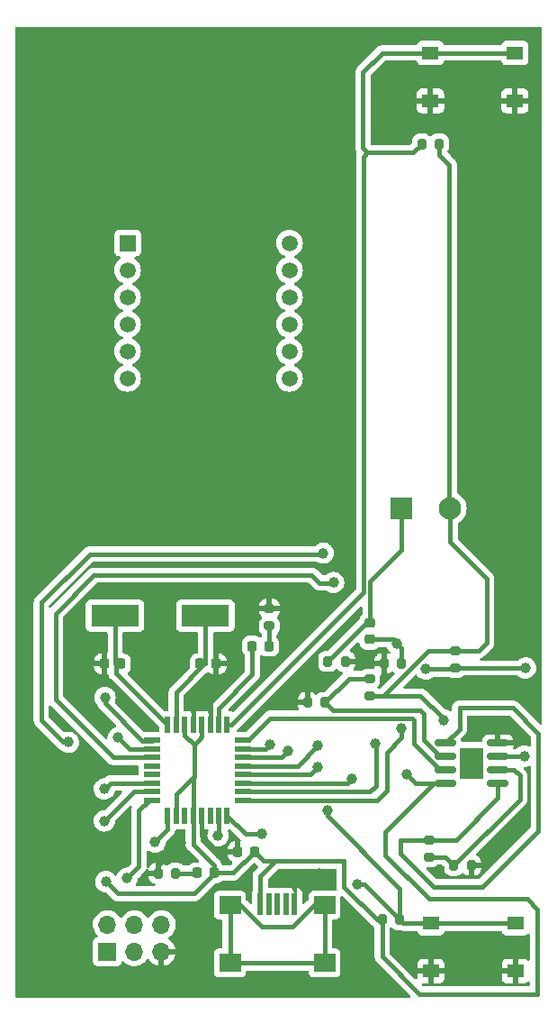
<source format=gtl>
%TF.GenerationSoftware,KiCad,Pcbnew,6.0.6*%
%TF.CreationDate,2022-07-20T10:20:16+02:00*%
%TF.ProjectId,H_vfTimer,48e47666-5469-46d6-9572-2e6b69636164,rev?*%
%TF.SameCoordinates,Original*%
%TF.FileFunction,Copper,L1,Top*%
%TF.FilePolarity,Positive*%
%FSLAX46Y46*%
G04 Gerber Fmt 4.6, Leading zero omitted, Abs format (unit mm)*
G04 Created by KiCad (PCBNEW 6.0.6) date 2022-07-20 10:20:16*
%MOMM*%
%LPD*%
G01*
G04 APERTURE LIST*
G04 Aperture macros list*
%AMRoundRect*
0 Rectangle with rounded corners*
0 $1 Rounding radius*
0 $2 $3 $4 $5 $6 $7 $8 $9 X,Y pos of 4 corners*
0 Add a 4 corners polygon primitive as box body*
4,1,4,$2,$3,$4,$5,$6,$7,$8,$9,$2,$3,0*
0 Add four circle primitives for the rounded corners*
1,1,$1+$1,$2,$3*
1,1,$1+$1,$4,$5*
1,1,$1+$1,$6,$7*
1,1,$1+$1,$8,$9*
0 Add four rect primitives between the rounded corners*
20,1,$1+$1,$2,$3,$4,$5,0*
20,1,$1+$1,$4,$5,$6,$7,0*
20,1,$1+$1,$6,$7,$8,$9,0*
20,1,$1+$1,$8,$9,$2,$3,0*%
G04 Aperture macros list end*
%TA.AperFunction,SMDPad,CuDef*%
%ADD10R,0.500000X2.000000*%
%TD*%
%TA.AperFunction,SMDPad,CuDef*%
%ADD11R,2.000000X1.700000*%
%TD*%
%TA.AperFunction,SMDPad,CuDef*%
%ADD12R,1.550000X1.300000*%
%TD*%
%TA.AperFunction,SMDPad,CuDef*%
%ADD13RoundRect,0.225000X0.225000X0.250000X-0.225000X0.250000X-0.225000X-0.250000X0.225000X-0.250000X0*%
%TD*%
%TA.AperFunction,SMDPad,CuDef*%
%ADD14RoundRect,0.225000X-0.250000X0.225000X-0.250000X-0.225000X0.250000X-0.225000X0.250000X0.225000X0*%
%TD*%
%TA.AperFunction,SMDPad,CuDef*%
%ADD15RoundRect,0.200000X0.200000X0.275000X-0.200000X0.275000X-0.200000X-0.275000X0.200000X-0.275000X0*%
%TD*%
%TA.AperFunction,SMDPad,CuDef*%
%ADD16RoundRect,0.200000X0.275000X-0.200000X0.275000X0.200000X-0.275000X0.200000X-0.275000X-0.200000X0*%
%TD*%
%TA.AperFunction,SMDPad,CuDef*%
%ADD17R,4.500000X2.000000*%
%TD*%
%TA.AperFunction,ComponentPad*%
%ADD18R,1.500000X1.500000*%
%TD*%
%TA.AperFunction,ComponentPad*%
%ADD19C,1.500000*%
%TD*%
%TA.AperFunction,SMDPad,CuDef*%
%ADD20RoundRect,0.218750X-0.218750X-0.256250X0.218750X-0.256250X0.218750X0.256250X-0.218750X0.256250X0*%
%TD*%
%TA.AperFunction,SMDPad,CuDef*%
%ADD21RoundRect,0.200000X-0.275000X0.200000X-0.275000X-0.200000X0.275000X-0.200000X0.275000X0.200000X0*%
%TD*%
%TA.AperFunction,ComponentPad*%
%ADD22R,1.700000X1.700000*%
%TD*%
%TA.AperFunction,ComponentPad*%
%ADD23O,1.700000X1.700000*%
%TD*%
%TA.AperFunction,SMDPad,CuDef*%
%ADD24R,0.550000X1.600000*%
%TD*%
%TA.AperFunction,SMDPad,CuDef*%
%ADD25R,1.600000X0.550000*%
%TD*%
%TA.AperFunction,SMDPad,CuDef*%
%ADD26RoundRect,0.218750X0.218750X0.256250X-0.218750X0.256250X-0.218750X-0.256250X0.218750X-0.256250X0*%
%TD*%
%TA.AperFunction,SMDPad,CuDef*%
%ADD27RoundRect,0.225000X-0.225000X-0.250000X0.225000X-0.250000X0.225000X0.250000X-0.225000X0.250000X0*%
%TD*%
%TA.AperFunction,SMDPad,CuDef*%
%ADD28RoundRect,0.200000X-0.200000X-0.275000X0.200000X-0.275000X0.200000X0.275000X-0.200000X0.275000X0*%
%TD*%
%TA.AperFunction,ComponentPad*%
%ADD29RoundRect,0.250001X-0.799999X-0.799999X0.799999X-0.799999X0.799999X0.799999X-0.799999X0.799999X0*%
%TD*%
%TA.AperFunction,ComponentPad*%
%ADD30C,2.100000*%
%TD*%
%TA.AperFunction,SMDPad,CuDef*%
%ADD31RoundRect,0.150000X0.825000X0.150000X-0.825000X0.150000X-0.825000X-0.150000X0.825000X-0.150000X0*%
%TD*%
%TA.AperFunction,SMDPad,CuDef*%
%ADD32R,2.290000X3.000000*%
%TD*%
%TA.AperFunction,ViaPad*%
%ADD33C,1.000000*%
%TD*%
%TA.AperFunction,Conductor*%
%ADD34C,0.400000*%
%TD*%
%TA.AperFunction,Conductor*%
%ADD35C,0.250000*%
%TD*%
G04 APERTURE END LIST*
D10*
X120320000Y-129380000D03*
X121120000Y-129380000D03*
X121920000Y-129380000D03*
X122720000Y-129380000D03*
X123520000Y-129380000D03*
D11*
X117470000Y-134930000D03*
X126370000Y-134930000D03*
X126370000Y-129480000D03*
X117470000Y-129480000D03*
D12*
X144285000Y-49455000D03*
X136335000Y-49455000D03*
X144285000Y-53955000D03*
X136335000Y-53955000D03*
D13*
X107185000Y-106830000D03*
X105635000Y-106830000D03*
D14*
X130635000Y-103005000D03*
X130635000Y-104555000D03*
D15*
X133435000Y-130855000D03*
X131785000Y-130855000D03*
D16*
X121185000Y-103280000D03*
X121185000Y-101630000D03*
D15*
X128335000Y-106605000D03*
X126685000Y-106605000D03*
D17*
X106660000Y-102330000D03*
X115160000Y-102330000D03*
D18*
X107838500Y-67310000D03*
D19*
X107838500Y-69850000D03*
X107838500Y-72390000D03*
X107838500Y-74930000D03*
X107838500Y-77470000D03*
X107838500Y-80010000D03*
X123078500Y-80010000D03*
X123078500Y-77470000D03*
X123078500Y-74930000D03*
X123078500Y-72390000D03*
X123078500Y-69850000D03*
X123078500Y-67310000D03*
D16*
X130610000Y-109855000D03*
X130610000Y-108205000D03*
D15*
X126410000Y-110455000D03*
X124760000Y-110455000D03*
D20*
X115972500Y-126480000D03*
X114397500Y-126480000D03*
D21*
X136210000Y-123355000D03*
X136210000Y-125005000D03*
D15*
X140185000Y-125755000D03*
X138535000Y-125755000D03*
D13*
X116185000Y-106830000D03*
X114635000Y-106830000D03*
D12*
X136385000Y-131205000D03*
X144335000Y-131205000D03*
X136385000Y-135705000D03*
X144335000Y-135705000D03*
D22*
X105933000Y-133863000D03*
D23*
X105933000Y-131323000D03*
X108473000Y-133863000D03*
X108473000Y-131323000D03*
X111013000Y-133863000D03*
X111013000Y-131323000D03*
D21*
X138660000Y-105580000D03*
X138660000Y-107230000D03*
D24*
X117210000Y-112580000D03*
X116410000Y-112580000D03*
X115610000Y-112580000D03*
X114810000Y-112580000D03*
X114010000Y-112580000D03*
X113210000Y-112580000D03*
X112410000Y-112580000D03*
X111610000Y-112580000D03*
D25*
X110160000Y-114030000D03*
X110160000Y-114830000D03*
X110160000Y-115630000D03*
X110160000Y-116430000D03*
X110160000Y-117230000D03*
X110160000Y-118030000D03*
X110160000Y-118830000D03*
X110160000Y-119630000D03*
D24*
X111610000Y-121080000D03*
X112410000Y-121080000D03*
X113210000Y-121080000D03*
X114010000Y-121080000D03*
X114810000Y-121080000D03*
X115610000Y-121080000D03*
X116410000Y-121080000D03*
X117210000Y-121080000D03*
D25*
X118660000Y-119630000D03*
X118660000Y-118830000D03*
X118660000Y-118030000D03*
X118660000Y-117230000D03*
X118660000Y-116430000D03*
X118660000Y-115630000D03*
X118660000Y-114830000D03*
X118660000Y-114030000D03*
D26*
X121147500Y-105180000D03*
X119572500Y-105180000D03*
D27*
X118210000Y-124480000D03*
X119760000Y-124480000D03*
D28*
X131945000Y-106830000D03*
X133595000Y-106830000D03*
D15*
X137155000Y-58005000D03*
X135505000Y-58005000D03*
D29*
X133585000Y-92230000D03*
D30*
X138185000Y-92230000D03*
D31*
X142685000Y-118085000D03*
X142685000Y-116815000D03*
X142685000Y-115545000D03*
X142685000Y-114275000D03*
X137735000Y-114275000D03*
X137735000Y-115545000D03*
X137735000Y-116815000D03*
X137735000Y-118085000D03*
D32*
X140210000Y-116180000D03*
D15*
X112360000Y-126505000D03*
X110710000Y-126505000D03*
D33*
X124685000Y-108205000D03*
X140285000Y-112380000D03*
X125860000Y-126505000D03*
X133785000Y-133380000D03*
X112885000Y-123630000D03*
X137885000Y-108905000D03*
X129960000Y-106655000D03*
X143885000Y-122630000D03*
X116485000Y-124680000D03*
X125760000Y-114505000D03*
X126610000Y-120605000D03*
X129410000Y-127580000D03*
X145160000Y-115505000D03*
X133160000Y-104905000D03*
X145285000Y-107230000D03*
X135910000Y-107330000D03*
X107785000Y-126980000D03*
X110435000Y-123580000D03*
X105660000Y-121580000D03*
X120510000Y-122780000D03*
X116360000Y-122980000D03*
X105710000Y-110005000D03*
X133585000Y-112905000D03*
X102260000Y-114205000D03*
X106960000Y-113780000D03*
X126235000Y-96430000D03*
X127210000Y-99205000D03*
X105660000Y-118580000D03*
X121223957Y-114391043D03*
X122935000Y-115005000D03*
X125710500Y-116530000D03*
X128910000Y-117605000D03*
X131110000Y-114355000D03*
X105785000Y-127280000D03*
X137585000Y-112130000D03*
X134085000Y-117180000D03*
D34*
X130410000Y-58830000D02*
X129980000Y-58400000D01*
X129980000Y-58400000D02*
X129980000Y-51260000D01*
X129980000Y-51260000D02*
X131785000Y-49455000D01*
X131785000Y-49455000D02*
X136335000Y-49455000D01*
X130410000Y-58830000D02*
X130035000Y-59205000D01*
X130035000Y-59205000D02*
X130035000Y-100148573D01*
X130035000Y-100148573D02*
X117603573Y-112580000D01*
X117603573Y-112580000D02*
X117210000Y-112580000D01*
X137155000Y-58005000D02*
X137155000Y-59030000D01*
X137155000Y-59030000D02*
X138108000Y-59983000D01*
X138108000Y-59983000D02*
X138108000Y-92153000D01*
X138108000Y-92153000D02*
X138185000Y-92230000D01*
X130410000Y-58830000D02*
X134680000Y-58830000D01*
X134680000Y-58830000D02*
X135505000Y-58005000D01*
X115347500Y-109192500D02*
X114010000Y-110530000D01*
X110710000Y-125805000D02*
X112885000Y-123630000D01*
X116185000Y-106830000D02*
X116185000Y-108355000D01*
X116485000Y-124680000D02*
X114810000Y-123005000D01*
X115610000Y-109455000D02*
X115347500Y-109192500D01*
X110710000Y-126505000D02*
X110710000Y-125805000D01*
X116485000Y-124680000D02*
X116685000Y-124480000D01*
X116685000Y-124480000D02*
X118210000Y-124480000D01*
X114010000Y-110530000D02*
X114010000Y-112580000D01*
X115610000Y-112580000D02*
X115610000Y-109455000D01*
X116185000Y-108355000D02*
X115347500Y-109192500D01*
X114810000Y-123005000D02*
X114810000Y-121080000D01*
X126610000Y-121130000D02*
X133435000Y-127955000D01*
D35*
X129410000Y-127580000D02*
X129410000Y-127705000D01*
D34*
X126610000Y-120605000D02*
X126610000Y-121130000D01*
X130160000Y-127580000D02*
X133435000Y-130855000D01*
X126501427Y-120713573D02*
X126610000Y-120605000D01*
X136385000Y-131205000D02*
X144335000Y-131205000D01*
X133785000Y-131205000D02*
X133435000Y-130855000D01*
X129410000Y-127580000D02*
X130160000Y-127580000D01*
X136385000Y-131205000D02*
X133785000Y-131205000D01*
X133435000Y-127955000D02*
X133435000Y-130855000D01*
X123835000Y-116430000D02*
X118660000Y-116430000D01*
X125760000Y-114505000D02*
X123835000Y-116430000D01*
X115160000Y-102330000D02*
X115160000Y-106760000D01*
X112410000Y-112580000D02*
X112410000Y-109510000D01*
X112410000Y-109510000D02*
X115090000Y-106830000D01*
D35*
X115160000Y-106760000D02*
X115090000Y-106830000D01*
D34*
X106730000Y-107700000D02*
X111610000Y-112580000D01*
X106730000Y-106830000D02*
X106730000Y-107700000D01*
X106660000Y-102330000D02*
X106660000Y-106760000D01*
D35*
X106660000Y-106760000D02*
X106730000Y-106830000D01*
D34*
X130635000Y-103005000D02*
X130635000Y-99105000D01*
X133585000Y-96155000D02*
X133585000Y-92230000D01*
X130285000Y-103005000D02*
X126685000Y-106605000D01*
X130635000Y-99105000D02*
X133585000Y-96155000D01*
X130635000Y-103005000D02*
X130285000Y-103005000D01*
D35*
X138560000Y-107330000D02*
X138660000Y-107230000D01*
D34*
X130635000Y-104555000D02*
X132810000Y-104555000D01*
X135910000Y-107330000D02*
X138560000Y-107330000D01*
X132810000Y-104555000D02*
X133160000Y-104905000D01*
X145160000Y-115505000D02*
X145120000Y-115545000D01*
X138660000Y-107230000D02*
X145285000Y-107230000D01*
X133595000Y-105340000D02*
X133160000Y-104905000D01*
X145120000Y-115545000D02*
X142685000Y-115545000D01*
X133595000Y-106830000D02*
X133595000Y-105340000D01*
X112360000Y-126505000D02*
X114372500Y-126505000D01*
X114372500Y-126505000D02*
X114397500Y-126480000D01*
X116410000Y-112580000D02*
X116410000Y-111003828D01*
X119572500Y-107841328D02*
X119572500Y-105180000D01*
X116410000Y-111003828D02*
X119572500Y-107841328D01*
X121147500Y-105180000D02*
X121147500Y-103317500D01*
X121147500Y-103317500D02*
X121185000Y-103280000D01*
X108910000Y-120580000D02*
X109860000Y-119630000D01*
X108910000Y-125855000D02*
X108910000Y-120580000D01*
X107785000Y-126980000D02*
X108910000Y-125855000D01*
D35*
X109860000Y-119630000D02*
X110160000Y-119630000D01*
D34*
X111610000Y-122405000D02*
X111610000Y-121080000D01*
X110435000Y-123580000D02*
X111610000Y-122405000D01*
X108410000Y-118830000D02*
X110160000Y-118830000D01*
X105660000Y-121580000D02*
X108410000Y-118830000D01*
X118910000Y-122780000D02*
X117210000Y-121080000D01*
X120510000Y-122780000D02*
X118910000Y-122780000D01*
X116410000Y-122830000D02*
X116410000Y-121080000D01*
X116360000Y-122980000D02*
X116360000Y-122880000D01*
X116360000Y-122880000D02*
X116410000Y-122830000D01*
X105710000Y-110555000D02*
X109210000Y-114055000D01*
X110135000Y-114055000D02*
X110160000Y-114030000D01*
X105710000Y-110005000D02*
X105710000Y-110555000D01*
X109210000Y-114055000D02*
X110135000Y-114055000D01*
X133585000Y-113780000D02*
X132210000Y-115155000D01*
X131288534Y-119651466D02*
X118681466Y-119651466D01*
X132210000Y-115155000D02*
X132210000Y-118730000D01*
X118681466Y-119651466D02*
X118660000Y-119630000D01*
X132210000Y-118730000D02*
X131288534Y-119651466D01*
X133585000Y-112905000D02*
X133585000Y-113780000D01*
X117470000Y-129480000D02*
X118462827Y-129480000D01*
X117470000Y-134930000D02*
X126370000Y-134930000D01*
X123352173Y-131505000D02*
X125377173Y-129480000D01*
X117470000Y-129480000D02*
X117470000Y-134930000D01*
X126370000Y-129480000D02*
X126370000Y-134930000D01*
X125377173Y-129480000D02*
X126370000Y-129480000D01*
X118462827Y-129480000D02*
X120487827Y-131505000D01*
X120487827Y-131505000D02*
X123352173Y-131505000D01*
X136335000Y-49455000D02*
X144285000Y-49455000D01*
X108010000Y-114830000D02*
X110160000Y-114830000D01*
X106960000Y-113780000D02*
X108010000Y-114830000D01*
X126135000Y-96530000D02*
X126235000Y-96430000D01*
X99710000Y-112130000D02*
X99710000Y-101080000D01*
X99710000Y-101080000D02*
X104260000Y-96530000D01*
X104260000Y-96530000D02*
X126135000Y-96530000D01*
X102260000Y-114205000D02*
X101785000Y-114205000D01*
X101785000Y-114205000D02*
X99710000Y-112130000D01*
X125887409Y-99229511D02*
X125162898Y-98505000D01*
X101060000Y-110207898D02*
X106482102Y-115630000D01*
X127210000Y-99205000D02*
X127185489Y-99229511D01*
X104660000Y-98505000D02*
X101060000Y-102105000D01*
X125162898Y-98505000D02*
X104660000Y-98505000D01*
X127185489Y-99229511D02*
X125887409Y-99229511D01*
X101060000Y-102105000D02*
X101060000Y-110207898D01*
X106482102Y-115630000D02*
X110160000Y-115630000D01*
X105660000Y-118580000D02*
X106210000Y-118030000D01*
X106210000Y-118030000D02*
X110160000Y-118030000D01*
X144220000Y-116815000D02*
X142685000Y-116815000D01*
X136210000Y-125005000D02*
X137785000Y-125005000D01*
X137785000Y-125005000D02*
X138535000Y-125755000D01*
X144735000Y-119555000D02*
X144735000Y-117330000D01*
X138535000Y-125755000D02*
X144735000Y-119555000D01*
X144735000Y-117330000D02*
X144220000Y-116815000D01*
X133535000Y-124680000D02*
X136635000Y-127780000D01*
X142685000Y-118085000D02*
X142685000Y-119455000D01*
X144085000Y-110980000D02*
X139060000Y-110980000D01*
X139060000Y-110980000D02*
X139060000Y-112950000D01*
X141210000Y-127780000D02*
X146485000Y-122505000D01*
X136210000Y-123355000D02*
X133535000Y-123355000D01*
X142685000Y-119455000D02*
X138785000Y-123355000D01*
X133535000Y-123355000D02*
X133535000Y-124680000D01*
X136635000Y-127780000D02*
X141210000Y-127780000D01*
X146485000Y-113380000D02*
X144085000Y-110980000D01*
X138785000Y-123355000D02*
X136210000Y-123355000D01*
X139060000Y-112950000D02*
X137735000Y-114275000D01*
X146485000Y-122505000D02*
X146485000Y-113380000D01*
X137252862Y-115545000D02*
X137735000Y-115545000D01*
X135385000Y-111230000D02*
X135685000Y-111530000D01*
X128660000Y-108205000D02*
X126410000Y-110455000D01*
X135685000Y-111530000D02*
X135685000Y-113977138D01*
X127185000Y-111230000D02*
X135385000Y-111230000D01*
X130610000Y-108205000D02*
X128660000Y-108205000D01*
X126410000Y-110455000D02*
X127185000Y-111230000D01*
X135685000Y-113977138D02*
X137252862Y-115545000D01*
X120785000Y-114830000D02*
X118660000Y-114830000D01*
X121223957Y-114391043D02*
X120785000Y-114830000D01*
X122935000Y-115005000D02*
X122310000Y-115630000D01*
X122310000Y-115630000D02*
X118660000Y-115630000D01*
X125010500Y-117230000D02*
X118660000Y-117230000D01*
X125710500Y-116530000D02*
X125010500Y-117230000D01*
X118660000Y-118030000D02*
X128485000Y-118030000D01*
X128485000Y-118030000D02*
X128910000Y-117605000D01*
X130660000Y-118830000D02*
X118660000Y-118830000D01*
X131185000Y-114430000D02*
X131185000Y-118305000D01*
X131185000Y-118305000D02*
X130660000Y-118830000D01*
X131110000Y-114355000D02*
X131185000Y-114430000D01*
X119160000Y-114030000D02*
X121260000Y-111930000D01*
X134785000Y-112130000D02*
X134785000Y-114347138D01*
X134785000Y-114347138D02*
X137252862Y-116815000D01*
X118660000Y-114030000D02*
X119160000Y-114030000D01*
X137252862Y-116815000D02*
X137735000Y-116815000D01*
X134585000Y-111930000D02*
X134785000Y-112130000D01*
X121260000Y-111930000D02*
X134585000Y-111930000D01*
X128185000Y-127755000D02*
X128185000Y-125355000D01*
X114810000Y-112580000D02*
X114810000Y-113630000D01*
X115972500Y-126542500D02*
X115972500Y-126480000D01*
X119760000Y-124480000D02*
X117760000Y-126480000D01*
X119760000Y-124480000D02*
X120635000Y-125355000D01*
X113210000Y-113580000D02*
X113210000Y-113380000D01*
X120635000Y-125355000D02*
X121715000Y-125355000D01*
X145410000Y-128930000D02*
X136185000Y-128930000D01*
X128185000Y-125355000D02*
X121715000Y-125355000D01*
X105785000Y-127280000D02*
X106935000Y-128430000D01*
X132085000Y-122655000D02*
X136655000Y-118085000D01*
X114735489Y-113704511D02*
X114735489Y-113804511D01*
X112410000Y-119105000D02*
X114010000Y-117505000D01*
X137585000Y-112030000D02*
X137585000Y-112130000D01*
X136655000Y-118085000D02*
X137735000Y-118085000D01*
X114010000Y-123780000D02*
X114010000Y-121080000D01*
X136185000Y-128930000D02*
X132085000Y-124830000D01*
X138185000Y-95405000D02*
X141635000Y-98855000D01*
X114735489Y-113804511D02*
X114085000Y-114455000D01*
X146385000Y-137830000D02*
X146385000Y-129905000D01*
X130610000Y-109855000D02*
X131892849Y-109855000D01*
X115972500Y-125742500D02*
X114010000Y-123780000D01*
X146385000Y-129905000D02*
X145410000Y-128930000D01*
X131785000Y-134330000D02*
X135285000Y-137830000D01*
X128185489Y-125355489D02*
X128185000Y-125355000D01*
X120320000Y-126750000D02*
X120320000Y-127740000D01*
X135410000Y-109855000D02*
X137460000Y-111905000D01*
D35*
X114810000Y-113630000D02*
X114735489Y-113704511D01*
D34*
X114085000Y-114480000D02*
X114085000Y-117430000D01*
X106935000Y-128430000D02*
X114085000Y-128430000D01*
X134990000Y-118085000D02*
X137735000Y-118085000D01*
X131892849Y-109855000D02*
X135410000Y-109855000D01*
X131785000Y-130855000D02*
X131285000Y-130855000D01*
X114085000Y-117430000D02*
X114010000Y-117505000D01*
X135285000Y-137830000D02*
X146385000Y-137830000D01*
X114085000Y-114455000D02*
X113210000Y-113580000D01*
X117760000Y-126480000D02*
X115972500Y-126480000D01*
X137460000Y-111905000D02*
X137585000Y-112030000D01*
X121715000Y-125355000D02*
X120320000Y-126750000D01*
X115972500Y-126480000D02*
X115972500Y-125742500D01*
X132085000Y-124830000D02*
X132085000Y-122655000D01*
X134085000Y-117180000D02*
X134990000Y-118085000D01*
X131785000Y-130855000D02*
X131785000Y-134330000D01*
X120310000Y-127730000D02*
X120320000Y-127740000D01*
X112410000Y-121080000D02*
X112410000Y-119105000D01*
X138185000Y-92230000D02*
X138185000Y-95405000D01*
X114010000Y-117505000D02*
X114010000Y-121080000D01*
X120320000Y-127740000D02*
X120320000Y-129380000D01*
X114085000Y-128430000D02*
X115972500Y-126542500D01*
X141635000Y-104855000D02*
X140910000Y-105580000D01*
X131285000Y-130855000D02*
X128185000Y-127755000D01*
X141635000Y-98855000D02*
X141635000Y-104855000D01*
D35*
X113210000Y-113380000D02*
X113210000Y-112580000D01*
D34*
X131892849Y-109855000D02*
X136167849Y-105580000D01*
X136167849Y-105580000D02*
X138660000Y-105580000D01*
X140910000Y-105580000D02*
X138660000Y-105580000D01*
%TA.AperFunction,Conductor*%
G36*
X146753621Y-47010502D02*
G01*
X146800114Y-47064158D01*
X146811500Y-47116500D01*
X146811500Y-112400339D01*
X146791498Y-112468460D01*
X146737842Y-112514953D01*
X146667568Y-112525057D01*
X146602988Y-112495563D01*
X146596405Y-112489434D01*
X144606442Y-110499472D01*
X144600588Y-110493206D01*
X144567556Y-110455340D01*
X144567553Y-110455337D01*
X144562561Y-110449615D01*
X144510280Y-110412871D01*
X144504986Y-110408939D01*
X144464977Y-110377568D01*
X144454718Y-110369524D01*
X144447802Y-110366401D01*
X144445516Y-110365017D01*
X144430835Y-110356643D01*
X144428475Y-110355378D01*
X144422261Y-110351010D01*
X144415182Y-110348250D01*
X144415180Y-110348249D01*
X144372597Y-110331647D01*
X144362723Y-110327797D01*
X144356656Y-110325247D01*
X144298427Y-110298955D01*
X144290960Y-110297571D01*
X144288405Y-110296770D01*
X144272152Y-110292141D01*
X144269572Y-110291478D01*
X144262491Y-110288718D01*
X144254960Y-110287727D01*
X144254958Y-110287726D01*
X144225339Y-110283827D01*
X144199139Y-110280378D01*
X144192641Y-110279348D01*
X144129814Y-110267704D01*
X144122234Y-110268141D01*
X144122233Y-110268141D01*
X144067608Y-110271291D01*
X144060354Y-110271500D01*
X139068762Y-110271500D01*
X139068102Y-110271498D01*
X138977969Y-110271026D01*
X138948873Y-110278011D01*
X138941379Y-110279810D01*
X138927105Y-110282378D01*
X138897300Y-110285985D01*
X138897298Y-110285985D01*
X138889758Y-110286898D01*
X138882651Y-110289583D01*
X138882649Y-110289584D01*
X138858670Y-110298645D01*
X138843543Y-110303299D01*
X138818606Y-110309285D01*
X138818602Y-110309287D01*
X138811223Y-110311058D01*
X138777781Y-110328318D01*
X138764539Y-110334214D01*
X138736451Y-110344827D01*
X138736448Y-110344829D01*
X138729344Y-110347513D01*
X138701944Y-110366345D01*
X138688387Y-110374459D01*
X138658839Y-110389709D01*
X138653118Y-110394700D01*
X138653112Y-110394704D01*
X138630487Y-110414442D01*
X138619021Y-110423336D01*
X138594280Y-110440339D01*
X138594275Y-110440344D01*
X138588019Y-110444643D01*
X138565906Y-110469462D01*
X138554662Y-110480588D01*
X138535341Y-110497443D01*
X138535338Y-110497447D01*
X138529615Y-110502439D01*
X138525247Y-110508653D01*
X138525245Y-110508656D01*
X138507979Y-110533222D01*
X138498972Y-110544586D01*
X138490624Y-110553956D01*
X138473943Y-110572679D01*
X138470391Y-110579388D01*
X138470388Y-110579392D01*
X138458389Y-110602054D01*
X138450124Y-110615541D01*
X138435381Y-110636519D01*
X138431010Y-110642739D01*
X138428249Y-110649820D01*
X138428247Y-110649824D01*
X138417343Y-110677790D01*
X138411306Y-110690977D01*
X138401789Y-110708953D01*
X138393700Y-110724231D01*
X138391851Y-110731591D01*
X138391849Y-110731597D01*
X138385603Y-110756466D01*
X138380791Y-110771543D01*
X138368718Y-110802509D01*
X138367727Y-110810039D01*
X138367726Y-110810042D01*
X138363808Y-110839807D01*
X138361090Y-110854059D01*
X138351924Y-110890549D01*
X138351884Y-110898147D01*
X138351884Y-110898148D01*
X138351849Y-110904761D01*
X138351779Y-110918305D01*
X138351714Y-110930660D01*
X138351665Y-110932035D01*
X138351500Y-110933294D01*
X138351500Y-110971238D01*
X138351498Y-110971898D01*
X138351158Y-111036916D01*
X138351026Y-111062031D01*
X138351390Y-111063548D01*
X138351500Y-111065450D01*
X138351500Y-111188407D01*
X138331498Y-111256528D01*
X138277842Y-111303021D01*
X138207568Y-111313125D01*
X138155519Y-111293050D01*
X138151675Y-111289870D01*
X137977701Y-111195802D01*
X137788768Y-111137318D01*
X137782644Y-111136674D01*
X137782642Y-111136674D01*
X137758422Y-111134129D01*
X137727566Y-111130886D01*
X137661910Y-111103873D01*
X137651641Y-111094671D01*
X135931450Y-109374480D01*
X135925596Y-109368215D01*
X135894447Y-109332509D01*
X135887561Y-109324615D01*
X135835280Y-109287871D01*
X135829986Y-109283939D01*
X135785693Y-109249209D01*
X135779718Y-109244524D01*
X135772802Y-109241401D01*
X135770516Y-109240017D01*
X135755835Y-109231643D01*
X135753475Y-109230378D01*
X135747261Y-109226010D01*
X135740182Y-109223250D01*
X135740180Y-109223249D01*
X135687725Y-109202798D01*
X135681656Y-109200247D01*
X135623427Y-109173955D01*
X135615960Y-109172571D01*
X135613405Y-109171770D01*
X135597152Y-109167141D01*
X135594572Y-109166478D01*
X135587491Y-109163718D01*
X135579960Y-109162727D01*
X135579958Y-109162726D01*
X135550339Y-109158827D01*
X135524139Y-109155378D01*
X135517641Y-109154348D01*
X135454814Y-109142704D01*
X135447234Y-109143141D01*
X135447233Y-109143141D01*
X135392608Y-109146291D01*
X135385354Y-109146500D01*
X133907509Y-109146500D01*
X133839388Y-109126498D01*
X133792895Y-109072842D01*
X133782791Y-109002568D01*
X133812285Y-108937988D01*
X133818414Y-108931405D01*
X134875363Y-107874456D01*
X134937675Y-107840430D01*
X135008490Y-107845495D01*
X135063203Y-107885286D01*
X135150618Y-107995576D01*
X135181035Y-108033953D01*
X135185728Y-108037947D01*
X135185729Y-108037948D01*
X135303878Y-108138500D01*
X135331650Y-108162136D01*
X135504294Y-108258624D01*
X135692392Y-108319740D01*
X135888777Y-108343158D01*
X135894912Y-108342686D01*
X135894914Y-108342686D01*
X136079830Y-108328457D01*
X136079834Y-108328456D01*
X136085972Y-108327984D01*
X136276463Y-108274798D01*
X136281967Y-108272018D01*
X136281969Y-108272017D01*
X136447495Y-108188404D01*
X136447497Y-108188403D01*
X136452996Y-108185625D01*
X136607119Y-108065211D01*
X136673113Y-108039033D01*
X136684692Y-108038500D01*
X137986817Y-108038500D01*
X138052088Y-108056724D01*
X138091301Y-108080472D01*
X138098548Y-108082743D01*
X138098550Y-108082744D01*
X138164836Y-108103517D01*
X138254938Y-108131753D01*
X138328365Y-108138500D01*
X138331263Y-108138500D01*
X138660860Y-108138499D01*
X138991634Y-108138499D01*
X138994492Y-108138236D01*
X138994501Y-108138236D01*
X139030004Y-108134974D01*
X139065062Y-108131753D01*
X139071447Y-108129752D01*
X139221450Y-108082744D01*
X139221452Y-108082743D01*
X139228699Y-108080472D01*
X139375381Y-107991639D01*
X139391615Y-107975405D01*
X139453927Y-107941379D01*
X139480710Y-107938500D01*
X144515019Y-107938500D01*
X144583140Y-107958502D01*
X144596682Y-107968546D01*
X144686182Y-108044716D01*
X144706650Y-108062136D01*
X144879294Y-108158624D01*
X145067392Y-108219740D01*
X145263777Y-108243158D01*
X145269912Y-108242686D01*
X145269914Y-108242686D01*
X145454830Y-108228457D01*
X145454834Y-108228456D01*
X145460972Y-108227984D01*
X145651463Y-108174798D01*
X145656967Y-108172018D01*
X145656969Y-108172017D01*
X145822495Y-108088404D01*
X145822497Y-108088403D01*
X145827996Y-108085625D01*
X145974832Y-107970904D01*
X145978991Y-107967655D01*
X145983847Y-107963861D01*
X146077489Y-107855376D01*
X146109049Y-107818813D01*
X146109050Y-107818811D01*
X146113078Y-107814145D01*
X146210769Y-107642179D01*
X146273197Y-107454513D01*
X146297985Y-107258295D01*
X146298225Y-107241072D01*
X146298331Y-107233523D01*
X146298331Y-107233520D01*
X146298380Y-107230000D01*
X146279080Y-107033167D01*
X146274005Y-107016356D01*
X146255162Y-106953947D01*
X146221916Y-106843831D01*
X146129066Y-106669204D01*
X146058709Y-106582938D01*
X146007960Y-106520713D01*
X146007957Y-106520710D01*
X146004065Y-106515938D01*
X145998803Y-106511585D01*
X145856425Y-106393799D01*
X145856421Y-106393797D01*
X145851675Y-106389870D01*
X145677701Y-106295802D01*
X145488768Y-106237318D01*
X145482643Y-106236674D01*
X145482642Y-106236674D01*
X145298204Y-106217289D01*
X145298202Y-106217289D01*
X145292075Y-106216645D01*
X145209576Y-106224153D01*
X145101251Y-106234011D01*
X145101248Y-106234012D01*
X145095112Y-106234570D01*
X145089206Y-106236308D01*
X145089202Y-106236309D01*
X145006984Y-106260507D01*
X144905381Y-106290410D01*
X144899923Y-106293263D01*
X144899919Y-106293265D01*
X144846514Y-106321185D01*
X144730110Y-106382040D01*
X144591236Y-106493698D01*
X144525616Y-106520793D01*
X144512286Y-106521500D01*
X141106328Y-106521500D01*
X141038207Y-106501498D01*
X140991714Y-106447842D01*
X140981610Y-106377568D01*
X141011104Y-106312988D01*
X141075366Y-106273692D01*
X141080242Y-106273102D01*
X141087343Y-106270419D01*
X141089960Y-106269776D01*
X141106262Y-106265315D01*
X141108798Y-106264550D01*
X141116284Y-106263243D01*
X141174800Y-106237556D01*
X141180904Y-106235065D01*
X141183694Y-106234011D01*
X141240656Y-106212487D01*
X141246919Y-106208183D01*
X141249285Y-106206946D01*
X141264097Y-106198701D01*
X141266351Y-106197368D01*
X141273305Y-106194315D01*
X141324002Y-106155413D01*
X141329332Y-106151541D01*
X141375720Y-106119661D01*
X141375725Y-106119656D01*
X141381981Y-106115357D01*
X141387429Y-106109243D01*
X141423435Y-106068830D01*
X141428416Y-106063554D01*
X142115520Y-105376450D01*
X142121785Y-105370596D01*
X142159660Y-105337555D01*
X142165385Y-105332561D01*
X142202114Y-105280300D01*
X142206046Y-105275005D01*
X142236275Y-105236453D01*
X142245477Y-105224718D01*
X142248602Y-105217796D01*
X142249964Y-105215548D01*
X142258368Y-105200815D01*
X142259622Y-105198476D01*
X142263990Y-105192261D01*
X142266749Y-105185185D01*
X142266751Y-105185181D01*
X142287200Y-105132731D01*
X142289749Y-105126666D01*
X142316045Y-105068427D01*
X142317429Y-105060962D01*
X142318226Y-105058418D01*
X142322859Y-105042152D01*
X142323521Y-105039572D01*
X142326282Y-105032491D01*
X142334622Y-104969143D01*
X142335653Y-104962629D01*
X142338455Y-104947513D01*
X142347296Y-104899813D01*
X142346076Y-104878646D01*
X142343709Y-104837607D01*
X142343500Y-104830353D01*
X142343500Y-98883927D01*
X142343792Y-98875358D01*
X142347210Y-98825225D01*
X142347210Y-98825221D01*
X142347726Y-98817648D01*
X142336736Y-98754681D01*
X142335775Y-98748165D01*
X142329014Y-98692298D01*
X142328102Y-98684758D01*
X142325419Y-98677657D01*
X142324778Y-98675048D01*
X142320309Y-98658715D01*
X142319548Y-98656195D01*
X142318243Y-98648717D01*
X142315191Y-98641764D01*
X142292559Y-98590204D01*
X142290068Y-98584099D01*
X142270175Y-98531456D01*
X142270173Y-98531452D01*
X142267487Y-98524344D01*
X142263184Y-98518083D01*
X142261947Y-98515717D01*
X142253720Y-98500937D01*
X142252369Y-98498652D01*
X142249315Y-98491695D01*
X142244695Y-98485675D01*
X142244692Y-98485669D01*
X142210421Y-98441009D01*
X142206541Y-98435668D01*
X142174661Y-98389280D01*
X142174656Y-98389275D01*
X142170357Y-98383019D01*
X142146698Y-98361939D01*
X142123830Y-98341565D01*
X142118554Y-98336584D01*
X138930405Y-95148435D01*
X138896379Y-95086123D01*
X138893500Y-95059340D01*
X138893500Y-93694245D01*
X138913502Y-93626124D01*
X138953665Y-93586813D01*
X139098400Y-93498120D01*
X139099670Y-93497342D01*
X139099673Y-93497340D01*
X139103896Y-93494752D01*
X139268759Y-93353945D01*
X139286677Y-93338641D01*
X139290433Y-93335433D01*
X139412337Y-93192703D01*
X139446535Y-93152663D01*
X139446537Y-93152660D01*
X139449752Y-93148896D01*
X139577927Y-92939732D01*
X139671805Y-92713092D01*
X139729072Y-92474557D01*
X139748319Y-92230000D01*
X139729072Y-91985443D01*
X139671805Y-91746908D01*
X139577927Y-91520268D01*
X139449752Y-91311104D01*
X139423779Y-91280693D01*
X139293641Y-91128323D01*
X139290433Y-91124567D01*
X139286677Y-91121359D01*
X139107663Y-90968465D01*
X139107660Y-90968463D01*
X139103896Y-90965248D01*
X139099673Y-90962660D01*
X139099670Y-90962658D01*
X138970499Y-90883503D01*
X138894732Y-90837073D01*
X138890159Y-90835179D01*
X138885746Y-90832930D01*
X138886810Y-90830841D01*
X138839055Y-90792416D01*
X138816500Y-90720478D01*
X138816500Y-60011927D01*
X138816792Y-60003358D01*
X138820210Y-59953225D01*
X138820210Y-59953221D01*
X138820726Y-59945648D01*
X138809736Y-59882681D01*
X138808775Y-59876165D01*
X138802014Y-59820298D01*
X138801102Y-59812758D01*
X138798419Y-59805657D01*
X138797778Y-59803048D01*
X138793313Y-59786728D01*
X138792548Y-59784195D01*
X138791243Y-59776717D01*
X138765552Y-59718190D01*
X138763067Y-59712102D01*
X138743172Y-59659449D01*
X138743171Y-59659447D01*
X138740487Y-59652344D01*
X138736186Y-59646085D01*
X138734949Y-59643720D01*
X138726727Y-59628948D01*
X138725372Y-59626656D01*
X138722316Y-59619695D01*
X138717691Y-59613668D01*
X138717689Y-59613664D01*
X138683407Y-59568987D01*
X138679529Y-59563650D01*
X138670070Y-59549886D01*
X138652288Y-59524014D01*
X138647659Y-59517278D01*
X138647658Y-59517277D01*
X138643357Y-59511019D01*
X138596847Y-59469580D01*
X138591571Y-59464600D01*
X138279691Y-59152720D01*
X137960364Y-58833394D01*
X137926339Y-58771081D01*
X137931403Y-58700266D01*
X137941680Y-58679032D01*
X138005472Y-58573699D01*
X138008919Y-58562702D01*
X138054752Y-58416446D01*
X138056753Y-58410062D01*
X138063500Y-58336635D01*
X138063499Y-57673366D01*
X138063234Y-57670474D01*
X138057364Y-57606592D01*
X138056753Y-57599938D01*
X138005472Y-57436301D01*
X137916639Y-57289619D01*
X137795381Y-57168361D01*
X137648699Y-57079528D01*
X137641452Y-57077257D01*
X137641450Y-57077256D01*
X137575164Y-57056483D01*
X137485062Y-57028247D01*
X137411635Y-57021500D01*
X137408737Y-57021500D01*
X137154335Y-57021501D01*
X136898366Y-57021501D01*
X136895508Y-57021764D01*
X136895499Y-57021764D01*
X136859996Y-57025026D01*
X136824938Y-57028247D01*
X136818560Y-57030246D01*
X136818559Y-57030246D01*
X136668550Y-57077256D01*
X136668548Y-57077257D01*
X136661301Y-57079528D01*
X136514619Y-57168361D01*
X136419095Y-57263885D01*
X136356783Y-57297911D01*
X136285968Y-57292846D01*
X136240905Y-57263885D01*
X136145381Y-57168361D01*
X135998699Y-57079528D01*
X135991452Y-57077257D01*
X135991450Y-57077256D01*
X135925164Y-57056483D01*
X135835062Y-57028247D01*
X135761635Y-57021500D01*
X135758737Y-57021500D01*
X135504335Y-57021501D01*
X135248366Y-57021501D01*
X135245508Y-57021764D01*
X135245499Y-57021764D01*
X135209996Y-57025026D01*
X135174938Y-57028247D01*
X135168560Y-57030246D01*
X135168559Y-57030246D01*
X135018550Y-57077256D01*
X135018548Y-57077257D01*
X135011301Y-57079528D01*
X134864619Y-57168361D01*
X134743361Y-57289619D01*
X134654528Y-57436301D01*
X134603247Y-57599938D01*
X134596500Y-57673365D01*
X134596500Y-57859340D01*
X134576498Y-57927461D01*
X134559595Y-57948435D01*
X134423435Y-58084595D01*
X134361123Y-58118621D01*
X134334340Y-58121500D01*
X130814500Y-58121500D01*
X130746379Y-58101498D01*
X130699886Y-58047842D01*
X130688500Y-57995500D01*
X130688500Y-54649669D01*
X135052001Y-54649669D01*
X135052371Y-54656490D01*
X135057895Y-54707352D01*
X135061521Y-54722604D01*
X135106676Y-54843054D01*
X135115214Y-54858649D01*
X135191715Y-54960724D01*
X135204276Y-54973285D01*
X135306351Y-55049786D01*
X135321946Y-55058324D01*
X135442394Y-55103478D01*
X135457649Y-55107105D01*
X135508514Y-55112631D01*
X135515328Y-55113000D01*
X136062885Y-55113000D01*
X136078124Y-55108525D01*
X136079329Y-55107135D01*
X136081000Y-55099452D01*
X136081000Y-55094884D01*
X136589000Y-55094884D01*
X136593475Y-55110123D01*
X136594865Y-55111328D01*
X136602548Y-55112999D01*
X137154669Y-55112999D01*
X137161490Y-55112629D01*
X137212352Y-55107105D01*
X137227604Y-55103479D01*
X137348054Y-55058324D01*
X137363649Y-55049786D01*
X137465724Y-54973285D01*
X137478285Y-54960724D01*
X137554786Y-54858649D01*
X137563324Y-54843054D01*
X137608478Y-54722606D01*
X137612105Y-54707351D01*
X137617631Y-54656486D01*
X137618000Y-54649672D01*
X137618000Y-54649669D01*
X143002001Y-54649669D01*
X143002371Y-54656490D01*
X143007895Y-54707352D01*
X143011521Y-54722604D01*
X143056676Y-54843054D01*
X143065214Y-54858649D01*
X143141715Y-54960724D01*
X143154276Y-54973285D01*
X143256351Y-55049786D01*
X143271946Y-55058324D01*
X143392394Y-55103478D01*
X143407649Y-55107105D01*
X143458514Y-55112631D01*
X143465328Y-55113000D01*
X144012885Y-55113000D01*
X144028124Y-55108525D01*
X144029329Y-55107135D01*
X144031000Y-55099452D01*
X144031000Y-55094884D01*
X144539000Y-55094884D01*
X144543475Y-55110123D01*
X144544865Y-55111328D01*
X144552548Y-55112999D01*
X145104669Y-55112999D01*
X145111490Y-55112629D01*
X145162352Y-55107105D01*
X145177604Y-55103479D01*
X145298054Y-55058324D01*
X145313649Y-55049786D01*
X145415724Y-54973285D01*
X145428285Y-54960724D01*
X145504786Y-54858649D01*
X145513324Y-54843054D01*
X145558478Y-54722606D01*
X145562105Y-54707351D01*
X145567631Y-54656486D01*
X145568000Y-54649672D01*
X145568000Y-54227115D01*
X145563525Y-54211876D01*
X145562135Y-54210671D01*
X145554452Y-54209000D01*
X144557115Y-54209000D01*
X144541876Y-54213475D01*
X144540671Y-54214865D01*
X144539000Y-54222548D01*
X144539000Y-55094884D01*
X144031000Y-55094884D01*
X144031000Y-54227115D01*
X144026525Y-54211876D01*
X144025135Y-54210671D01*
X144017452Y-54209000D01*
X143020116Y-54209000D01*
X143004877Y-54213475D01*
X143003672Y-54214865D01*
X143002001Y-54222548D01*
X143002001Y-54649669D01*
X137618000Y-54649669D01*
X137618000Y-54227115D01*
X137613525Y-54211876D01*
X137612135Y-54210671D01*
X137604452Y-54209000D01*
X136607115Y-54209000D01*
X136591876Y-54213475D01*
X136590671Y-54214865D01*
X136589000Y-54222548D01*
X136589000Y-55094884D01*
X136081000Y-55094884D01*
X136081000Y-54227115D01*
X136076525Y-54211876D01*
X136075135Y-54210671D01*
X136067452Y-54209000D01*
X135070116Y-54209000D01*
X135054877Y-54213475D01*
X135053672Y-54214865D01*
X135052001Y-54222548D01*
X135052001Y-54649669D01*
X130688500Y-54649669D01*
X130688500Y-53682885D01*
X135052000Y-53682885D01*
X135056475Y-53698124D01*
X135057865Y-53699329D01*
X135065548Y-53701000D01*
X136062885Y-53701000D01*
X136078124Y-53696525D01*
X136079329Y-53695135D01*
X136081000Y-53687452D01*
X136081000Y-53682885D01*
X136589000Y-53682885D01*
X136593475Y-53698124D01*
X136594865Y-53699329D01*
X136602548Y-53701000D01*
X137599884Y-53701000D01*
X137615123Y-53696525D01*
X137616328Y-53695135D01*
X137617999Y-53687452D01*
X137617999Y-53682885D01*
X143002000Y-53682885D01*
X143006475Y-53698124D01*
X143007865Y-53699329D01*
X143015548Y-53701000D01*
X144012885Y-53701000D01*
X144028124Y-53696525D01*
X144029329Y-53695135D01*
X144031000Y-53687452D01*
X144031000Y-53682885D01*
X144539000Y-53682885D01*
X144543475Y-53698124D01*
X144544865Y-53699329D01*
X144552548Y-53701000D01*
X145549884Y-53701000D01*
X145565123Y-53696525D01*
X145566328Y-53695135D01*
X145567999Y-53687452D01*
X145567999Y-53260331D01*
X145567629Y-53253510D01*
X145562105Y-53202648D01*
X145558479Y-53187396D01*
X145513324Y-53066946D01*
X145504786Y-53051351D01*
X145428285Y-52949276D01*
X145415724Y-52936715D01*
X145313649Y-52860214D01*
X145298054Y-52851676D01*
X145177606Y-52806522D01*
X145162351Y-52802895D01*
X145111486Y-52797369D01*
X145104672Y-52797000D01*
X144557115Y-52797000D01*
X144541876Y-52801475D01*
X144540671Y-52802865D01*
X144539000Y-52810548D01*
X144539000Y-53682885D01*
X144031000Y-53682885D01*
X144031000Y-52815116D01*
X144026525Y-52799877D01*
X144025135Y-52798672D01*
X144017452Y-52797001D01*
X143465331Y-52797001D01*
X143458510Y-52797371D01*
X143407648Y-52802895D01*
X143392396Y-52806521D01*
X143271946Y-52851676D01*
X143256351Y-52860214D01*
X143154276Y-52936715D01*
X143141715Y-52949276D01*
X143065214Y-53051351D01*
X143056676Y-53066946D01*
X143011522Y-53187394D01*
X143007895Y-53202649D01*
X143002369Y-53253514D01*
X143002000Y-53260328D01*
X143002000Y-53682885D01*
X137617999Y-53682885D01*
X137617999Y-53260331D01*
X137617629Y-53253510D01*
X137612105Y-53202648D01*
X137608479Y-53187396D01*
X137563324Y-53066946D01*
X137554786Y-53051351D01*
X137478285Y-52949276D01*
X137465724Y-52936715D01*
X137363649Y-52860214D01*
X137348054Y-52851676D01*
X137227606Y-52806522D01*
X137212351Y-52802895D01*
X137161486Y-52797369D01*
X137154672Y-52797000D01*
X136607115Y-52797000D01*
X136591876Y-52801475D01*
X136590671Y-52802865D01*
X136589000Y-52810548D01*
X136589000Y-53682885D01*
X136081000Y-53682885D01*
X136081000Y-52815116D01*
X136076525Y-52799877D01*
X136075135Y-52798672D01*
X136067452Y-52797001D01*
X135515331Y-52797001D01*
X135508510Y-52797371D01*
X135457648Y-52802895D01*
X135442396Y-52806521D01*
X135321946Y-52851676D01*
X135306351Y-52860214D01*
X135204276Y-52936715D01*
X135191715Y-52949276D01*
X135115214Y-53051351D01*
X135106676Y-53066946D01*
X135061522Y-53187394D01*
X135057895Y-53202649D01*
X135052369Y-53253514D01*
X135052000Y-53260328D01*
X135052000Y-53682885D01*
X130688500Y-53682885D01*
X130688500Y-51605660D01*
X130708502Y-51537539D01*
X130725405Y-51516565D01*
X132041566Y-50200405D01*
X132103878Y-50166379D01*
X132130661Y-50163500D01*
X134951502Y-50163500D01*
X135019623Y-50183502D01*
X135066116Y-50237158D01*
X135069484Y-50245270D01*
X135109385Y-50351705D01*
X135196739Y-50468261D01*
X135313295Y-50555615D01*
X135449684Y-50606745D01*
X135511866Y-50613500D01*
X137158134Y-50613500D01*
X137220316Y-50606745D01*
X137356705Y-50555615D01*
X137473261Y-50468261D01*
X137560615Y-50351705D01*
X137600516Y-50245270D01*
X137643158Y-50188506D01*
X137709719Y-50163806D01*
X137718498Y-50163500D01*
X142901502Y-50163500D01*
X142969623Y-50183502D01*
X143016116Y-50237158D01*
X143019484Y-50245270D01*
X143059385Y-50351705D01*
X143146739Y-50468261D01*
X143263295Y-50555615D01*
X143399684Y-50606745D01*
X143461866Y-50613500D01*
X145108134Y-50613500D01*
X145170316Y-50606745D01*
X145306705Y-50555615D01*
X145423261Y-50468261D01*
X145510615Y-50351705D01*
X145561745Y-50215316D01*
X145568500Y-50153134D01*
X145568500Y-48756866D01*
X145561745Y-48694684D01*
X145510615Y-48558295D01*
X145423261Y-48441739D01*
X145306705Y-48354385D01*
X145170316Y-48303255D01*
X145108134Y-48296500D01*
X143461866Y-48296500D01*
X143399684Y-48303255D01*
X143263295Y-48354385D01*
X143146739Y-48441739D01*
X143059385Y-48558295D01*
X143056233Y-48566703D01*
X143019484Y-48664730D01*
X142976842Y-48721494D01*
X142910281Y-48746194D01*
X142901502Y-48746500D01*
X137718498Y-48746500D01*
X137650377Y-48726498D01*
X137603884Y-48672842D01*
X137600516Y-48664730D01*
X137563767Y-48566703D01*
X137560615Y-48558295D01*
X137473261Y-48441739D01*
X137356705Y-48354385D01*
X137220316Y-48303255D01*
X137158134Y-48296500D01*
X135511866Y-48296500D01*
X135449684Y-48303255D01*
X135313295Y-48354385D01*
X135196739Y-48441739D01*
X135109385Y-48558295D01*
X135106233Y-48566703D01*
X135069484Y-48664730D01*
X135026842Y-48721494D01*
X134960281Y-48746194D01*
X134951502Y-48746500D01*
X131813911Y-48746500D01*
X131805342Y-48746208D01*
X131755223Y-48742791D01*
X131755219Y-48742791D01*
X131747647Y-48742275D01*
X131684685Y-48753264D01*
X131678195Y-48754221D01*
X131614758Y-48761898D01*
X131607649Y-48764584D01*
X131605078Y-48765216D01*
X131588772Y-48769676D01*
X131586204Y-48770451D01*
X131578716Y-48771758D01*
X131543722Y-48787119D01*
X131520212Y-48797439D01*
X131514105Y-48799931D01*
X131461452Y-48819827D01*
X131454344Y-48822513D01*
X131448083Y-48826816D01*
X131445717Y-48828053D01*
X131430937Y-48836280D01*
X131428652Y-48837631D01*
X131421695Y-48840685D01*
X131415675Y-48845305D01*
X131415669Y-48845308D01*
X131384542Y-48869194D01*
X131370998Y-48879587D01*
X131365668Y-48883459D01*
X131319280Y-48915339D01*
X131319275Y-48915344D01*
X131313019Y-48919643D01*
X131307968Y-48925313D01*
X131307966Y-48925314D01*
X131271565Y-48966170D01*
X131266584Y-48971446D01*
X129499480Y-50738550D01*
X129493215Y-50744404D01*
X129449615Y-50782439D01*
X129445248Y-50788653D01*
X129412872Y-50834719D01*
X129408939Y-50840014D01*
X129369524Y-50890282D01*
X129366401Y-50897198D01*
X129365017Y-50899484D01*
X129356643Y-50914165D01*
X129355378Y-50916525D01*
X129351010Y-50922739D01*
X129348250Y-50929818D01*
X129348249Y-50929820D01*
X129327798Y-50982275D01*
X129325247Y-50988344D01*
X129298955Y-51046573D01*
X129297571Y-51054040D01*
X129296770Y-51056595D01*
X129292141Y-51072848D01*
X129291478Y-51075428D01*
X129288718Y-51082509D01*
X129287727Y-51090040D01*
X129287726Y-51090042D01*
X129280379Y-51145852D01*
X129279348Y-51152359D01*
X129267704Y-51215186D01*
X129268141Y-51222766D01*
X129268141Y-51222767D01*
X129271291Y-51277392D01*
X129271500Y-51284646D01*
X129271500Y-58371088D01*
X129271208Y-58379658D01*
X129269590Y-58403399D01*
X129267275Y-58437352D01*
X129268580Y-58444829D01*
X129268580Y-58444830D01*
X129278261Y-58500299D01*
X129279223Y-58506821D01*
X129286898Y-58570242D01*
X129289581Y-58577343D01*
X129290222Y-58579952D01*
X129294685Y-58596262D01*
X129295450Y-58598798D01*
X129296757Y-58606284D01*
X129299811Y-58613241D01*
X129322442Y-58664795D01*
X129324933Y-58670899D01*
X129347513Y-58730656D01*
X129351817Y-58736919D01*
X129353054Y-58739285D01*
X129361299Y-58754097D01*
X129362632Y-58756352D01*
X129365685Y-58763305D01*
X129376201Y-58777009D01*
X129401803Y-58843227D01*
X129393633Y-58899484D01*
X129382798Y-58927275D01*
X129380247Y-58933344D01*
X129353955Y-58991573D01*
X129352571Y-58999040D01*
X129351770Y-59001595D01*
X129347141Y-59017848D01*
X129346478Y-59020428D01*
X129343718Y-59027509D01*
X129342727Y-59035040D01*
X129342726Y-59035042D01*
X129335379Y-59090852D01*
X129334348Y-59097359D01*
X129322704Y-59160186D01*
X129323141Y-59167766D01*
X129323141Y-59167767D01*
X129326291Y-59222392D01*
X129326500Y-59229646D01*
X129326500Y-99802912D01*
X129306498Y-99871033D01*
X129289595Y-99892007D01*
X123568651Y-105612952D01*
X117875418Y-111306185D01*
X117813106Y-111340211D01*
X117742291Y-111335146D01*
X117734853Y-111331745D01*
X117731705Y-111329385D01*
X117595316Y-111278255D01*
X117533134Y-111271500D01*
X117448488Y-111271500D01*
X117380367Y-111251498D01*
X117333874Y-111197842D01*
X117323770Y-111127568D01*
X117353264Y-111062988D01*
X117359393Y-111056405D01*
X118601498Y-109814301D01*
X120053028Y-108362771D01*
X120059293Y-108356917D01*
X120097164Y-108323880D01*
X120097165Y-108323879D01*
X120102885Y-108318889D01*
X120139636Y-108266599D01*
X120143528Y-108261357D01*
X120182976Y-108211046D01*
X120186100Y-108204127D01*
X120187488Y-108201835D01*
X120195857Y-108187163D01*
X120197122Y-108184803D01*
X120201490Y-108178589D01*
X120206508Y-108165720D01*
X120224702Y-108119053D01*
X120227259Y-108112970D01*
X120238352Y-108088404D01*
X120253545Y-108054755D01*
X120254930Y-108047282D01*
X120255734Y-108044716D01*
X120260355Y-108028493D01*
X120261020Y-108025901D01*
X120263782Y-108018819D01*
X120272122Y-107955467D01*
X120273154Y-107948951D01*
X120281062Y-107906284D01*
X120284795Y-107886142D01*
X120281209Y-107823948D01*
X120281000Y-107816695D01*
X120281000Y-106116678D01*
X120301002Y-106048557D01*
X120354658Y-106002064D01*
X120424932Y-105991960D01*
X120473692Y-106012900D01*
X120474947Y-106010864D01*
X120619308Y-106099849D01*
X120626256Y-106102154D01*
X120626257Y-106102154D01*
X120773738Y-106151072D01*
X120773740Y-106151072D01*
X120780269Y-106153238D01*
X120880428Y-106163500D01*
X121414572Y-106163500D01*
X121417818Y-106163163D01*
X121417822Y-106163163D01*
X121451603Y-106159658D01*
X121515982Y-106152978D01*
X121676849Y-106099308D01*
X121821055Y-106010071D01*
X121940864Y-105890053D01*
X122029849Y-105745692D01*
X122051795Y-105679528D01*
X122081072Y-105591262D01*
X122081072Y-105591260D01*
X122083238Y-105584731D01*
X122093500Y-105484572D01*
X122093500Y-104875428D01*
X122093093Y-104871500D01*
X122083689Y-104780874D01*
X122082978Y-104774018D01*
X122029308Y-104613151D01*
X121940071Y-104468945D01*
X121892982Y-104421938D01*
X121858903Y-104359656D01*
X121856000Y-104332765D01*
X121856000Y-104136596D01*
X121876002Y-104068475D01*
X121900408Y-104041666D01*
X121900381Y-104041639D01*
X122021639Y-103920381D01*
X122110472Y-103773699D01*
X122161753Y-103610062D01*
X122168500Y-103536635D01*
X122168499Y-103023366D01*
X122168234Y-103020474D01*
X122162364Y-102956592D01*
X122161753Y-102949938D01*
X122110472Y-102786301D01*
X122021639Y-102639619D01*
X121925761Y-102543741D01*
X121891735Y-102481429D01*
X121896800Y-102410614D01*
X121925761Y-102365551D01*
X122015869Y-102275443D01*
X122025176Y-102263574D01*
X122106079Y-102129988D01*
X122112285Y-102116243D01*
X122159256Y-101966356D01*
X122161869Y-101953306D01*
X122166913Y-101898414D01*
X122163525Y-101886876D01*
X122162135Y-101885671D01*
X122154452Y-101884000D01*
X120220116Y-101884000D01*
X120204877Y-101888475D01*
X120203672Y-101889865D01*
X120202709Y-101894294D01*
X120208132Y-101953315D01*
X120210743Y-101966351D01*
X120257715Y-102116243D01*
X120263921Y-102129988D01*
X120344824Y-102263574D01*
X120354131Y-102275443D01*
X120444239Y-102365551D01*
X120478265Y-102427863D01*
X120473200Y-102498678D01*
X120444239Y-102543741D01*
X120348361Y-102639619D01*
X120259528Y-102786301D01*
X120208247Y-102949938D01*
X120201500Y-103023365D01*
X120201501Y-103536634D01*
X120201764Y-103539492D01*
X120201764Y-103539501D01*
X120204410Y-103568297D01*
X120208247Y-103610062D01*
X120259528Y-103773699D01*
X120348361Y-103920381D01*
X120402095Y-103974115D01*
X120436121Y-104036427D01*
X120439000Y-104063210D01*
X120439000Y-104243322D01*
X120418998Y-104311443D01*
X120365342Y-104357936D01*
X120295068Y-104368040D01*
X120246308Y-104347100D01*
X120245053Y-104349136D01*
X120100692Y-104260151D01*
X120049955Y-104243322D01*
X119946262Y-104208928D01*
X119946260Y-104208928D01*
X119939731Y-104206762D01*
X119839572Y-104196500D01*
X119305428Y-104196500D01*
X119302182Y-104196837D01*
X119302178Y-104196837D01*
X119268397Y-104200342D01*
X119204018Y-104207022D01*
X119043151Y-104260692D01*
X118898945Y-104349929D01*
X118779136Y-104469947D01*
X118690151Y-104614308D01*
X118687846Y-104621256D01*
X118687846Y-104621257D01*
X118650629Y-104733463D01*
X118636762Y-104775269D01*
X118626500Y-104875428D01*
X118626500Y-105484572D01*
X118626837Y-105487818D01*
X118626837Y-105487822D01*
X118629467Y-105513172D01*
X118637022Y-105585982D01*
X118690692Y-105746849D01*
X118779929Y-105891055D01*
X118785107Y-105896224D01*
X118827018Y-105938062D01*
X118861097Y-106000344D01*
X118864000Y-106027235D01*
X118864000Y-107495668D01*
X118843998Y-107563789D01*
X118827095Y-107584763D01*
X115929480Y-110482378D01*
X115923215Y-110488232D01*
X115879615Y-110526267D01*
X115848033Y-110571203D01*
X115842872Y-110578547D01*
X115838939Y-110583842D01*
X115799524Y-110634110D01*
X115796401Y-110641026D01*
X115795017Y-110643312D01*
X115786643Y-110657993D01*
X115785378Y-110660353D01*
X115781010Y-110666567D01*
X115778250Y-110673646D01*
X115778249Y-110673648D01*
X115757798Y-110726103D01*
X115755247Y-110732172D01*
X115728955Y-110790401D01*
X115727571Y-110797868D01*
X115726770Y-110800423D01*
X115722141Y-110816676D01*
X115721478Y-110819256D01*
X115718718Y-110826337D01*
X115717727Y-110833868D01*
X115717726Y-110833870D01*
X115710379Y-110889680D01*
X115709348Y-110896187D01*
X115697704Y-110959014D01*
X115698141Y-110966594D01*
X115698141Y-110966595D01*
X115701291Y-111021220D01*
X115701500Y-111028474D01*
X115701500Y-111376417D01*
X115681498Y-111444538D01*
X115627842Y-111491031D01*
X115557568Y-111501135D01*
X115492988Y-111471641D01*
X115474674Y-111451982D01*
X115453642Y-111423919D01*
X115448261Y-111416739D01*
X115418779Y-111394643D01*
X115406435Y-111385392D01*
X115363920Y-111328533D01*
X115358587Y-111298926D01*
X115351525Y-111274877D01*
X115350135Y-111273672D01*
X115342452Y-111272001D01*
X115290331Y-111272001D01*
X115283510Y-111272371D01*
X115224793Y-111278748D01*
X115224495Y-111276002D01*
X115195554Y-111276060D01*
X115195316Y-111278255D01*
X115136531Y-111271869D01*
X115133134Y-111271500D01*
X114486866Y-111271500D01*
X114483469Y-111271869D01*
X114445424Y-111276002D01*
X114424684Y-111278255D01*
X114424452Y-111276116D01*
X114395488Y-111276166D01*
X114395207Y-111278748D01*
X114336486Y-111272369D01*
X114329672Y-111272000D01*
X114282115Y-111272000D01*
X114266876Y-111276475D01*
X114265671Y-111277865D01*
X114261121Y-111298783D01*
X114259903Y-111298518D01*
X114243998Y-111352687D01*
X114213565Y-111385392D01*
X114201222Y-111394643D01*
X114171739Y-111416739D01*
X114166358Y-111423919D01*
X114110826Y-111498015D01*
X114053967Y-111540530D01*
X113983148Y-111545556D01*
X113920855Y-111511496D01*
X113909174Y-111498015D01*
X113853642Y-111423919D01*
X113848261Y-111416739D01*
X113818779Y-111394643D01*
X113806435Y-111385392D01*
X113763920Y-111328533D01*
X113758587Y-111298926D01*
X113751525Y-111274877D01*
X113750135Y-111273672D01*
X113742452Y-111272001D01*
X113690331Y-111272001D01*
X113683510Y-111272371D01*
X113624793Y-111278748D01*
X113624495Y-111276002D01*
X113595554Y-111276060D01*
X113595316Y-111278255D01*
X113536531Y-111271869D01*
X113533134Y-111271500D01*
X113244500Y-111271500D01*
X113176379Y-111251498D01*
X113129886Y-111197842D01*
X113118500Y-111145500D01*
X113118500Y-109855660D01*
X113138502Y-109787539D01*
X113155405Y-109766565D01*
X115162780Y-107759191D01*
X115185572Y-107741142D01*
X115291851Y-107675375D01*
X115318713Y-107658752D01*
X115323886Y-107653570D01*
X115329623Y-107649023D01*
X115331055Y-107650830D01*
X115383575Y-107622098D01*
X115454395Y-107627108D01*
X115490853Y-107650499D01*
X115491683Y-107649448D01*
X115508840Y-107662998D01*
X115641880Y-107745004D01*
X115655061Y-107751151D01*
X115803814Y-107800491D01*
X115817190Y-107803358D01*
X115908097Y-107812672D01*
X115913126Y-107812929D01*
X115928124Y-107808525D01*
X115929329Y-107807135D01*
X115931000Y-107799452D01*
X115931000Y-107794885D01*
X116439000Y-107794885D01*
X116443475Y-107810124D01*
X116444865Y-107811329D01*
X116452548Y-107813000D01*
X116455438Y-107813000D01*
X116461953Y-107812663D01*
X116554057Y-107803106D01*
X116567456Y-107800212D01*
X116716107Y-107750619D01*
X116729286Y-107744445D01*
X116862173Y-107662212D01*
X116873574Y-107653176D01*
X116983986Y-107542571D01*
X116992998Y-107531160D01*
X117075004Y-107398120D01*
X117081151Y-107384939D01*
X117130491Y-107236186D01*
X117133358Y-107222810D01*
X117142672Y-107131903D01*
X117143000Y-107125487D01*
X117143000Y-107102115D01*
X117138525Y-107086876D01*
X117137135Y-107085671D01*
X117129452Y-107084000D01*
X116457115Y-107084000D01*
X116441876Y-107088475D01*
X116440671Y-107089865D01*
X116439000Y-107097548D01*
X116439000Y-107794885D01*
X115931000Y-107794885D01*
X115931000Y-106557885D01*
X116439000Y-106557885D01*
X116443475Y-106573124D01*
X116444865Y-106574329D01*
X116452548Y-106576000D01*
X117124885Y-106576000D01*
X117140124Y-106571525D01*
X117141329Y-106570135D01*
X117143000Y-106562452D01*
X117143000Y-106534562D01*
X117142663Y-106528047D01*
X117133106Y-106435943D01*
X117130212Y-106422544D01*
X117080619Y-106273893D01*
X117074445Y-106260714D01*
X116992212Y-106127827D01*
X116983176Y-106116426D01*
X116872571Y-106006014D01*
X116861160Y-105997002D01*
X116728120Y-105914996D01*
X116714939Y-105908849D01*
X116566186Y-105859509D01*
X116552810Y-105856642D01*
X116461903Y-105847328D01*
X116456874Y-105847071D01*
X116441876Y-105851475D01*
X116440671Y-105852865D01*
X116439000Y-105860548D01*
X116439000Y-106557885D01*
X115931000Y-106557885D01*
X115931000Y-105865115D01*
X115926525Y-105849876D01*
X115911987Y-105837278D01*
X115873604Y-105777552D01*
X115868500Y-105742054D01*
X115868500Y-103964500D01*
X115888502Y-103896379D01*
X115942158Y-103849886D01*
X115994500Y-103838500D01*
X117458134Y-103838500D01*
X117520316Y-103831745D01*
X117656705Y-103780615D01*
X117773261Y-103693261D01*
X117860615Y-103576705D01*
X117911745Y-103440316D01*
X117918500Y-103378134D01*
X117918500Y-101361586D01*
X120203087Y-101361586D01*
X120206475Y-101373124D01*
X120207865Y-101374329D01*
X120215548Y-101376000D01*
X120912885Y-101376000D01*
X120928124Y-101371525D01*
X120929329Y-101370135D01*
X120931000Y-101362452D01*
X120931000Y-101357885D01*
X121439000Y-101357885D01*
X121443475Y-101373124D01*
X121444865Y-101374329D01*
X121452548Y-101376000D01*
X122149884Y-101376000D01*
X122165123Y-101371525D01*
X122166328Y-101370135D01*
X122167291Y-101365706D01*
X122161868Y-101306685D01*
X122159257Y-101293649D01*
X122112285Y-101143757D01*
X122106079Y-101130012D01*
X122025176Y-100996426D01*
X122015869Y-100984557D01*
X121905443Y-100874131D01*
X121893574Y-100864824D01*
X121759988Y-100783921D01*
X121746243Y-100777715D01*
X121596356Y-100730744D01*
X121583306Y-100728131D01*
X121519479Y-100722266D01*
X121513691Y-100722000D01*
X121457115Y-100722000D01*
X121441876Y-100726475D01*
X121440671Y-100727865D01*
X121439000Y-100735548D01*
X121439000Y-101357885D01*
X120931000Y-101357885D01*
X120931000Y-100740116D01*
X120926525Y-100724877D01*
X120925135Y-100723672D01*
X120917452Y-100722001D01*
X120856295Y-100722001D01*
X120850546Y-100722264D01*
X120786685Y-100728132D01*
X120773649Y-100730743D01*
X120623757Y-100777715D01*
X120610012Y-100783921D01*
X120476426Y-100864824D01*
X120464557Y-100874131D01*
X120354131Y-100984557D01*
X120344824Y-100996426D01*
X120263921Y-101130012D01*
X120257715Y-101143757D01*
X120210744Y-101293644D01*
X120208131Y-101306694D01*
X120203087Y-101361586D01*
X117918500Y-101361586D01*
X117918500Y-101281866D01*
X117911745Y-101219684D01*
X117860615Y-101083295D01*
X117773261Y-100966739D01*
X117656705Y-100879385D01*
X117520316Y-100828255D01*
X117458134Y-100821500D01*
X112861866Y-100821500D01*
X112799684Y-100828255D01*
X112663295Y-100879385D01*
X112546739Y-100966739D01*
X112459385Y-101083295D01*
X112408255Y-101219684D01*
X112401500Y-101281866D01*
X112401500Y-103378134D01*
X112408255Y-103440316D01*
X112459385Y-103576705D01*
X112546739Y-103693261D01*
X112663295Y-103780615D01*
X112799684Y-103831745D01*
X112861866Y-103838500D01*
X114325500Y-103838500D01*
X114393621Y-103858502D01*
X114440114Y-103912158D01*
X114451500Y-103964500D01*
X114451500Y-105723535D01*
X114431498Y-105791656D01*
X114377842Y-105838149D01*
X114338503Y-105848862D01*
X114265838Y-105856401D01*
X114265833Y-105856402D01*
X114258981Y-105857113D01*
X114250963Y-105859788D01*
X114103676Y-105908927D01*
X114103674Y-105908928D01*
X114096732Y-105911244D01*
X114090508Y-105915096D01*
X114090507Y-105915096D01*
X113993736Y-105974980D01*
X113951287Y-106001248D01*
X113830448Y-106122298D01*
X113826608Y-106128528D01*
X113826607Y-106128529D01*
X113745255Y-106260507D01*
X113740698Y-106267899D01*
X113686851Y-106430243D01*
X113676500Y-106531268D01*
X113676500Y-107128732D01*
X113680912Y-107171253D01*
X113668048Y-107241072D01*
X113644680Y-107273350D01*
X111929480Y-108988550D01*
X111923215Y-108994404D01*
X111879615Y-109032439D01*
X111856443Y-109065410D01*
X111842872Y-109084719D01*
X111838939Y-109090014D01*
X111799524Y-109140282D01*
X111796401Y-109147198D01*
X111795017Y-109149484D01*
X111786643Y-109164165D01*
X111785378Y-109166525D01*
X111781010Y-109172739D01*
X111778250Y-109179818D01*
X111778249Y-109179820D01*
X111757798Y-109232275D01*
X111755247Y-109238344D01*
X111728955Y-109296573D01*
X111727571Y-109304040D01*
X111726770Y-109306595D01*
X111722141Y-109322848D01*
X111721478Y-109325428D01*
X111718718Y-109332509D01*
X111717727Y-109340040D01*
X111717726Y-109340042D01*
X111710379Y-109395852D01*
X111709348Y-109402359D01*
X111697704Y-109465186D01*
X111698141Y-109472766D01*
X111698141Y-109472767D01*
X111701291Y-109527392D01*
X111701500Y-109534646D01*
X111701500Y-111145500D01*
X111681498Y-111213621D01*
X111627842Y-111260114D01*
X111575500Y-111271500D01*
X111355660Y-111271500D01*
X111287539Y-111251498D01*
X111266565Y-111234595D01*
X107868813Y-107836843D01*
X107834787Y-107774531D01*
X107839852Y-107703716D01*
X107868735Y-107658730D01*
X107984381Y-107542882D01*
X107989552Y-107537702D01*
X108010433Y-107503827D01*
X108075462Y-107398331D01*
X108075463Y-107398329D01*
X108079302Y-107392101D01*
X108133149Y-107229757D01*
X108143500Y-107128732D01*
X108143500Y-106531268D01*
X108141910Y-106515938D01*
X108134844Y-106447842D01*
X108132887Y-106428981D01*
X108096923Y-106321185D01*
X108081073Y-106273676D01*
X108081072Y-106273674D01*
X108078756Y-106266732D01*
X108071504Y-106255012D01*
X107992606Y-106127515D01*
X107988752Y-106121287D01*
X107867702Y-106000448D01*
X107850467Y-105989824D01*
X107728331Y-105914538D01*
X107728329Y-105914537D01*
X107722101Y-105910698D01*
X107559757Y-105856851D01*
X107552920Y-105856151D01*
X107552918Y-105856150D01*
X107491691Y-105849877D01*
X107481657Y-105848849D01*
X107415930Y-105822008D01*
X107375148Y-105763893D01*
X107368500Y-105723505D01*
X107368500Y-103964500D01*
X107388502Y-103896379D01*
X107442158Y-103849886D01*
X107494500Y-103838500D01*
X108958134Y-103838500D01*
X109020316Y-103831745D01*
X109156705Y-103780615D01*
X109273261Y-103693261D01*
X109360615Y-103576705D01*
X109411745Y-103440316D01*
X109418500Y-103378134D01*
X109418500Y-101281866D01*
X109411745Y-101219684D01*
X109360615Y-101083295D01*
X109273261Y-100966739D01*
X109156705Y-100879385D01*
X109020316Y-100828255D01*
X108958134Y-100821500D01*
X104361866Y-100821500D01*
X104299684Y-100828255D01*
X104163295Y-100879385D01*
X104046739Y-100966739D01*
X103959385Y-101083295D01*
X103908255Y-101219684D01*
X103901500Y-101281866D01*
X103901500Y-103378134D01*
X103908255Y-103440316D01*
X103959385Y-103576705D01*
X104046739Y-103693261D01*
X104163295Y-103780615D01*
X104299684Y-103831745D01*
X104361866Y-103838500D01*
X105825500Y-103838500D01*
X105893621Y-103858502D01*
X105940114Y-103912158D01*
X105951500Y-103964500D01*
X105951500Y-105739645D01*
X105931498Y-105807766D01*
X105914714Y-105822309D01*
X105916104Y-105823514D01*
X105890671Y-105852865D01*
X105889000Y-105860548D01*
X105889000Y-107794885D01*
X105893475Y-107810124D01*
X105894865Y-107811329D01*
X105902548Y-107813000D01*
X105905438Y-107813000D01*
X105911959Y-107812663D01*
X105912649Y-107812591D01*
X105912801Y-107812619D01*
X105915197Y-107812495D01*
X105915227Y-107813066D01*
X105982470Y-107825461D01*
X106034248Y-107874035D01*
X106045694Y-107900193D01*
X106046757Y-107906284D01*
X106069985Y-107959197D01*
X106072442Y-107964795D01*
X106074933Y-107970899D01*
X106097513Y-108030656D01*
X106101817Y-108036919D01*
X106103054Y-108039285D01*
X106111299Y-108054097D01*
X106112632Y-108056351D01*
X106115685Y-108063305D01*
X106153796Y-108112970D01*
X106154579Y-108113991D01*
X106158459Y-108119332D01*
X106190339Y-108165720D01*
X106190344Y-108165725D01*
X106194643Y-108171981D01*
X106200313Y-108177032D01*
X106200314Y-108177034D01*
X106241170Y-108213435D01*
X106246446Y-108218416D01*
X110789595Y-112761566D01*
X110823621Y-112823878D01*
X110826500Y-112850661D01*
X110826500Y-113120500D01*
X110806498Y-113188621D01*
X110752842Y-113235114D01*
X110700500Y-113246500D01*
X109455660Y-113246500D01*
X109387539Y-113226498D01*
X109366565Y-113209595D01*
X106675414Y-110518444D01*
X106641388Y-110456132D01*
X106644951Y-110389577D01*
X106671660Y-110309285D01*
X106698197Y-110229513D01*
X106722985Y-110033295D01*
X106723380Y-110005000D01*
X106704080Y-109808167D01*
X106685995Y-109748265D01*
X106648697Y-109624731D01*
X106646916Y-109618831D01*
X106554066Y-109444204D01*
X106481153Y-109354804D01*
X106432960Y-109295713D01*
X106432957Y-109295710D01*
X106429065Y-109290938D01*
X106420605Y-109283939D01*
X106281425Y-109168799D01*
X106281421Y-109168797D01*
X106276675Y-109164870D01*
X106102701Y-109070802D01*
X105913768Y-109012318D01*
X105907643Y-109011674D01*
X105907642Y-109011674D01*
X105723204Y-108992289D01*
X105723202Y-108992289D01*
X105717075Y-108991645D01*
X105634576Y-108999153D01*
X105526251Y-109009011D01*
X105526248Y-109009012D01*
X105520112Y-109009570D01*
X105514206Y-109011308D01*
X105514202Y-109011309D01*
X105421295Y-109038653D01*
X105330381Y-109065410D01*
X105324923Y-109068263D01*
X105324919Y-109068265D01*
X105288297Y-109087411D01*
X105155110Y-109157040D01*
X105000975Y-109280968D01*
X104873846Y-109432474D01*
X104870879Y-109437872D01*
X104870875Y-109437877D01*
X104821487Y-109527715D01*
X104778567Y-109605787D01*
X104776706Y-109611654D01*
X104776705Y-109611656D01*
X104736113Y-109739619D01*
X104718765Y-109794306D01*
X104696719Y-109990851D01*
X104697235Y-109996995D01*
X104701681Y-110049938D01*
X104713268Y-110187934D01*
X104717015Y-110201000D01*
X104764046Y-110365017D01*
X104767783Y-110378050D01*
X104770602Y-110383535D01*
X104828625Y-110496434D01*
X104858187Y-110553956D01*
X104981035Y-110708953D01*
X104985728Y-110712947D01*
X104985729Y-110712948D01*
X104995290Y-110721085D01*
X105028999Y-110766392D01*
X105033803Y-110777334D01*
X105052442Y-110819795D01*
X105054933Y-110825899D01*
X105077513Y-110885656D01*
X105081817Y-110891919D01*
X105083054Y-110894285D01*
X105091299Y-110909097D01*
X105092632Y-110911351D01*
X105095685Y-110918305D01*
X105109814Y-110936717D01*
X105134579Y-110968991D01*
X105138459Y-110974332D01*
X105170339Y-111020720D01*
X105170344Y-111020725D01*
X105174643Y-111026981D01*
X105180313Y-111032032D01*
X105180314Y-111032034D01*
X105221170Y-111068435D01*
X105226446Y-111073416D01*
X106749460Y-112596431D01*
X106783486Y-112658743D01*
X106778421Y-112729559D01*
X106735874Y-112786394D01*
X106695939Y-112806400D01*
X106580381Y-112840410D01*
X106574923Y-112843263D01*
X106574919Y-112843265D01*
X106495613Y-112884726D01*
X106405110Y-112932040D01*
X106250975Y-113055968D01*
X106123846Y-113207474D01*
X106120879Y-113212872D01*
X106120875Y-113212877D01*
X106062140Y-113319718D01*
X106028567Y-113380787D01*
X106026706Y-113386654D01*
X106026705Y-113386656D01*
X105987163Y-113511309D01*
X105968765Y-113569306D01*
X105946719Y-113765851D01*
X105947235Y-113771996D01*
X105947235Y-113771998D01*
X105947865Y-113779504D01*
X105933632Y-113849060D01*
X105884054Y-113899878D01*
X105814872Y-113915825D01*
X105748050Y-113891838D01*
X105733212Y-113879140D01*
X101805405Y-109951333D01*
X101771379Y-109889021D01*
X101768500Y-109862238D01*
X101768500Y-107125438D01*
X104677000Y-107125438D01*
X104677337Y-107131953D01*
X104686894Y-107224057D01*
X104689788Y-107237456D01*
X104739381Y-107386107D01*
X104745555Y-107399286D01*
X104827788Y-107532173D01*
X104836824Y-107543574D01*
X104947429Y-107653986D01*
X104958840Y-107662998D01*
X105091880Y-107745004D01*
X105105061Y-107751151D01*
X105253814Y-107800491D01*
X105267190Y-107803358D01*
X105358097Y-107812672D01*
X105363126Y-107812929D01*
X105378124Y-107808525D01*
X105379329Y-107807135D01*
X105381000Y-107799452D01*
X105381000Y-107102115D01*
X105376525Y-107086876D01*
X105375135Y-107085671D01*
X105367452Y-107084000D01*
X104695115Y-107084000D01*
X104679876Y-107088475D01*
X104678671Y-107089865D01*
X104677000Y-107097548D01*
X104677000Y-107125438D01*
X101768500Y-107125438D01*
X101768500Y-106557885D01*
X104677000Y-106557885D01*
X104681475Y-106573124D01*
X104682865Y-106574329D01*
X104690548Y-106576000D01*
X105362885Y-106576000D01*
X105378124Y-106571525D01*
X105379329Y-106570135D01*
X105381000Y-106562452D01*
X105381000Y-105865115D01*
X105376525Y-105849876D01*
X105375135Y-105848671D01*
X105367452Y-105847000D01*
X105364562Y-105847000D01*
X105358047Y-105847337D01*
X105265943Y-105856894D01*
X105252544Y-105859788D01*
X105103893Y-105909381D01*
X105090714Y-105915555D01*
X104957827Y-105997788D01*
X104946426Y-106006824D01*
X104836014Y-106117429D01*
X104827002Y-106128840D01*
X104744996Y-106261880D01*
X104738849Y-106275061D01*
X104689509Y-106423814D01*
X104686642Y-106437190D01*
X104677328Y-106528097D01*
X104677000Y-106534514D01*
X104677000Y-106557885D01*
X101768500Y-106557885D01*
X101768500Y-102450660D01*
X101788502Y-102382539D01*
X101805405Y-102361565D01*
X104916565Y-99250405D01*
X104978877Y-99216379D01*
X105005660Y-99213500D01*
X124817237Y-99213500D01*
X124885358Y-99233502D01*
X124906333Y-99250405D01*
X125365974Y-99710047D01*
X125371827Y-99716312D01*
X125409848Y-99759896D01*
X125462138Y-99796647D01*
X125467380Y-99800539D01*
X125517691Y-99839987D01*
X125524610Y-99843111D01*
X125526902Y-99844499D01*
X125541574Y-99852868D01*
X125543934Y-99854133D01*
X125550148Y-99858501D01*
X125557227Y-99861261D01*
X125557229Y-99861262D01*
X125609684Y-99881713D01*
X125615753Y-99884264D01*
X125673982Y-99910556D01*
X125681455Y-99911941D01*
X125684021Y-99912745D01*
X125700244Y-99917366D01*
X125702836Y-99918031D01*
X125709918Y-99920793D01*
X125717453Y-99921785D01*
X125773270Y-99929133D01*
X125779786Y-99930165D01*
X125801541Y-99934197D01*
X125842595Y-99941806D01*
X125850175Y-99941369D01*
X125850176Y-99941369D01*
X125904789Y-99938220D01*
X125912042Y-99938011D01*
X126468819Y-99938011D01*
X126536940Y-99958013D01*
X126550482Y-99968057D01*
X126631650Y-100037136D01*
X126804294Y-100133624D01*
X126992392Y-100194740D01*
X127188777Y-100218158D01*
X127194912Y-100217686D01*
X127194914Y-100217686D01*
X127379830Y-100203457D01*
X127379834Y-100203456D01*
X127385972Y-100202984D01*
X127576463Y-100149798D01*
X127581967Y-100147018D01*
X127581969Y-100147017D01*
X127747495Y-100063404D01*
X127747497Y-100063403D01*
X127752996Y-100060625D01*
X127908847Y-99938861D01*
X128026195Y-99802912D01*
X128034049Y-99793813D01*
X128034050Y-99793811D01*
X128038078Y-99789145D01*
X128135769Y-99617179D01*
X128198197Y-99429513D01*
X128222985Y-99233295D01*
X128223380Y-99205000D01*
X128204080Y-99008167D01*
X128146916Y-98818831D01*
X128054066Y-98644204D01*
X127962111Y-98531456D01*
X127932960Y-98495713D01*
X127932957Y-98495710D01*
X127929065Y-98490938D01*
X127920807Y-98484106D01*
X127781425Y-98368799D01*
X127781421Y-98368797D01*
X127776675Y-98364870D01*
X127602701Y-98270802D01*
X127413768Y-98212318D01*
X127407643Y-98211674D01*
X127407642Y-98211674D01*
X127223204Y-98192289D01*
X127223202Y-98192289D01*
X127217075Y-98191645D01*
X127134576Y-98199153D01*
X127026251Y-98209011D01*
X127026248Y-98209012D01*
X127020112Y-98209570D01*
X127014206Y-98211308D01*
X127014202Y-98211309D01*
X126909076Y-98242249D01*
X126830381Y-98265410D01*
X126824923Y-98268263D01*
X126824919Y-98268265D01*
X126734147Y-98315720D01*
X126655110Y-98357040D01*
X126622799Y-98383019D01*
X126505779Y-98477105D01*
X126505776Y-98477108D01*
X126500975Y-98480968D01*
X126497464Y-98485152D01*
X126435012Y-98518406D01*
X126409524Y-98521011D01*
X126233069Y-98521011D01*
X126164948Y-98501009D01*
X126143974Y-98484106D01*
X125684348Y-98024480D01*
X125678494Y-98018215D01*
X125657832Y-97994530D01*
X125640459Y-97974615D01*
X125588178Y-97937871D01*
X125582884Y-97933939D01*
X125538591Y-97899209D01*
X125532616Y-97894524D01*
X125525700Y-97891401D01*
X125523414Y-97890017D01*
X125508733Y-97881643D01*
X125506373Y-97880378D01*
X125500159Y-97876010D01*
X125493080Y-97873250D01*
X125493078Y-97873249D01*
X125440623Y-97852798D01*
X125434554Y-97850247D01*
X125376325Y-97823955D01*
X125368858Y-97822571D01*
X125366303Y-97821770D01*
X125350050Y-97817141D01*
X125347470Y-97816478D01*
X125340389Y-97813718D01*
X125332858Y-97812727D01*
X125332856Y-97812726D01*
X125299964Y-97808396D01*
X125277037Y-97805378D01*
X125270539Y-97804348D01*
X125207712Y-97792704D01*
X125200132Y-97793141D01*
X125200131Y-97793141D01*
X125145506Y-97796291D01*
X125138252Y-97796500D01*
X104688927Y-97796500D01*
X104680358Y-97796208D01*
X104630225Y-97792790D01*
X104630221Y-97792790D01*
X104622648Y-97792274D01*
X104559681Y-97803264D01*
X104553169Y-97804224D01*
X104489758Y-97811898D01*
X104482657Y-97814581D01*
X104480048Y-97815222D01*
X104463715Y-97819691D01*
X104461195Y-97820452D01*
X104453717Y-97821757D01*
X104446765Y-97824809D01*
X104446764Y-97824809D01*
X104395204Y-97847441D01*
X104389099Y-97849932D01*
X104336456Y-97869825D01*
X104336452Y-97869827D01*
X104329344Y-97872513D01*
X104323083Y-97876816D01*
X104320717Y-97878053D01*
X104305937Y-97886280D01*
X104303652Y-97887631D01*
X104296695Y-97890685D01*
X104290675Y-97895305D01*
X104290669Y-97895308D01*
X104259542Y-97919194D01*
X104245998Y-97929587D01*
X104240668Y-97933459D01*
X104194280Y-97965339D01*
X104194275Y-97965344D01*
X104188019Y-97969643D01*
X104182968Y-97975313D01*
X104182966Y-97975314D01*
X104146565Y-98016170D01*
X104141584Y-98021446D01*
X100633595Y-101529435D01*
X100571283Y-101563461D01*
X100500468Y-101558396D01*
X100443632Y-101515849D01*
X100418821Y-101449329D01*
X100418500Y-101440340D01*
X100418500Y-101425660D01*
X100438502Y-101357539D01*
X100455405Y-101336565D01*
X104516565Y-97275405D01*
X104578877Y-97241379D01*
X104605660Y-97238500D01*
X125584210Y-97238500D01*
X125654914Y-97260658D01*
X125656650Y-97262136D01*
X125662023Y-97265139D01*
X125662026Y-97265141D01*
X125755522Y-97317394D01*
X125829294Y-97358624D01*
X126017392Y-97419740D01*
X126213777Y-97443158D01*
X126219912Y-97442686D01*
X126219914Y-97442686D01*
X126404830Y-97428457D01*
X126404834Y-97428456D01*
X126410972Y-97427984D01*
X126601463Y-97374798D01*
X126606967Y-97372018D01*
X126606969Y-97372017D01*
X126772495Y-97288404D01*
X126772497Y-97288403D01*
X126777996Y-97285625D01*
X126933847Y-97163861D01*
X127063078Y-97014145D01*
X127160769Y-96842179D01*
X127223197Y-96654513D01*
X127247985Y-96458295D01*
X127248380Y-96430000D01*
X127229080Y-96233167D01*
X127171916Y-96043831D01*
X127079066Y-95869204D01*
X126982760Y-95751121D01*
X126957960Y-95720713D01*
X126957957Y-95720710D01*
X126954065Y-95715938D01*
X126947726Y-95710694D01*
X126806425Y-95593799D01*
X126806421Y-95593797D01*
X126801675Y-95589870D01*
X126627701Y-95495802D01*
X126438768Y-95437318D01*
X126432643Y-95436674D01*
X126432642Y-95436674D01*
X126248204Y-95417289D01*
X126248202Y-95417289D01*
X126242075Y-95416645D01*
X126159576Y-95424153D01*
X126051251Y-95434011D01*
X126051248Y-95434012D01*
X126045112Y-95434570D01*
X126039206Y-95436308D01*
X126039202Y-95436309D01*
X125934076Y-95467249D01*
X125855381Y-95490410D01*
X125849923Y-95493263D01*
X125849919Y-95493265D01*
X125820707Y-95508537D01*
X125680110Y-95582040D01*
X125525975Y-95705968D01*
X125522016Y-95710686D01*
X125522008Y-95710694D01*
X125466798Y-95776491D01*
X125407689Y-95815818D01*
X125370277Y-95821500D01*
X104288927Y-95821500D01*
X104280358Y-95821208D01*
X104230225Y-95817790D01*
X104230221Y-95817790D01*
X104222648Y-95817274D01*
X104159681Y-95828264D01*
X104153169Y-95829224D01*
X104089758Y-95836898D01*
X104082657Y-95839581D01*
X104080048Y-95840222D01*
X104063715Y-95844691D01*
X104061195Y-95845452D01*
X104053717Y-95846757D01*
X104046765Y-95849809D01*
X104046764Y-95849809D01*
X103995204Y-95872441D01*
X103989099Y-95874932D01*
X103936456Y-95894825D01*
X103936452Y-95894827D01*
X103929344Y-95897513D01*
X103923083Y-95901816D01*
X103920717Y-95903053D01*
X103905937Y-95911280D01*
X103903652Y-95912631D01*
X103896695Y-95915685D01*
X103890675Y-95920305D01*
X103890669Y-95920308D01*
X103859542Y-95944194D01*
X103845998Y-95954587D01*
X103840668Y-95958459D01*
X103794280Y-95990339D01*
X103794275Y-95990344D01*
X103788019Y-95994643D01*
X103782968Y-96000313D01*
X103782966Y-96000314D01*
X103746565Y-96041170D01*
X103741584Y-96046446D01*
X99229480Y-100558550D01*
X99223215Y-100564404D01*
X99179615Y-100602439D01*
X99175248Y-100608653D01*
X99142872Y-100654719D01*
X99138939Y-100660014D01*
X99099524Y-100710282D01*
X99096401Y-100717198D01*
X99095017Y-100719484D01*
X99086643Y-100734165D01*
X99085378Y-100736525D01*
X99081010Y-100742739D01*
X99078250Y-100749818D01*
X99078249Y-100749820D01*
X99057798Y-100802275D01*
X99055247Y-100808344D01*
X99028955Y-100866573D01*
X99027571Y-100874040D01*
X99026770Y-100876595D01*
X99022141Y-100892848D01*
X99021478Y-100895428D01*
X99018718Y-100902509D01*
X99010971Y-100961358D01*
X99010379Y-100965852D01*
X99009348Y-100972359D01*
X98997704Y-101035186D01*
X98998141Y-101042766D01*
X98998141Y-101042767D01*
X99001291Y-101097392D01*
X99001500Y-101104646D01*
X99001500Y-112101088D01*
X99001208Y-112109658D01*
X98997275Y-112167352D01*
X98998580Y-112174829D01*
X98998580Y-112174830D01*
X99008261Y-112230299D01*
X99009223Y-112236821D01*
X99016898Y-112300242D01*
X99019581Y-112307343D01*
X99020222Y-112309952D01*
X99024685Y-112326262D01*
X99025450Y-112328798D01*
X99026757Y-112336284D01*
X99029811Y-112343241D01*
X99052442Y-112394795D01*
X99054933Y-112400899D01*
X99077513Y-112460656D01*
X99081817Y-112466919D01*
X99083054Y-112469285D01*
X99091299Y-112484097D01*
X99092632Y-112486351D01*
X99095685Y-112493305D01*
X99124022Y-112530233D01*
X99134579Y-112543991D01*
X99138459Y-112549332D01*
X99170339Y-112595720D01*
X99170344Y-112595725D01*
X99174643Y-112601981D01*
X99180313Y-112607032D01*
X99180314Y-112607034D01*
X99221170Y-112643435D01*
X99226446Y-112648416D01*
X101263557Y-114685528D01*
X101269411Y-114691793D01*
X101296978Y-114723393D01*
X101307439Y-114735385D01*
X101359729Y-114772136D01*
X101364971Y-114776028D01*
X101415282Y-114815476D01*
X101422201Y-114818600D01*
X101424493Y-114819988D01*
X101439165Y-114828356D01*
X101441519Y-114829618D01*
X101447739Y-114833990D01*
X101454821Y-114836751D01*
X101461512Y-114840339D01*
X101460415Y-114842384D01*
X101503491Y-114874201D01*
X101531035Y-114908953D01*
X101535728Y-114912947D01*
X101535729Y-114912948D01*
X101540701Y-114917179D01*
X101681650Y-115037136D01*
X101854294Y-115133624D01*
X102042392Y-115194740D01*
X102238777Y-115218158D01*
X102244912Y-115217686D01*
X102244914Y-115217686D01*
X102429830Y-115203457D01*
X102429834Y-115203456D01*
X102435972Y-115202984D01*
X102626463Y-115149798D01*
X102631967Y-115147018D01*
X102631969Y-115147017D01*
X102797495Y-115063404D01*
X102797497Y-115063403D01*
X102802996Y-115060625D01*
X102958847Y-114938861D01*
X103088078Y-114789145D01*
X103185769Y-114617179D01*
X103248197Y-114429513D01*
X103272985Y-114233295D01*
X103273380Y-114205000D01*
X103254080Y-114008167D01*
X103249261Y-113992204D01*
X103221388Y-113899886D01*
X103196916Y-113818831D01*
X103104066Y-113644204D01*
X102998584Y-113514870D01*
X102982960Y-113495713D01*
X102982957Y-113495710D01*
X102979065Y-113490938D01*
X102974316Y-113487009D01*
X102831425Y-113368799D01*
X102831421Y-113368797D01*
X102826675Y-113364870D01*
X102652701Y-113270802D01*
X102463768Y-113212318D01*
X102457643Y-113211674D01*
X102457642Y-113211674D01*
X102273204Y-113192289D01*
X102273202Y-113192289D01*
X102267075Y-113191645D01*
X102184576Y-113199153D01*
X102076251Y-113209011D01*
X102076248Y-113209012D01*
X102070112Y-113209570D01*
X102064206Y-113211308D01*
X102064202Y-113211309D01*
X101995203Y-113231616D01*
X101926652Y-113251792D01*
X101855656Y-113251837D01*
X101801983Y-113220013D01*
X100455405Y-111873435D01*
X100421379Y-111811123D01*
X100418500Y-111784340D01*
X100418500Y-110872558D01*
X100438502Y-110804437D01*
X100492158Y-110757944D01*
X100562432Y-110747840D01*
X100627012Y-110777334D01*
X100633595Y-110783463D01*
X103298608Y-113448477D01*
X105960659Y-116110528D01*
X105966513Y-116116793D01*
X106004541Y-116160385D01*
X106056831Y-116197136D01*
X106062073Y-116201028D01*
X106112384Y-116240476D01*
X106119303Y-116243600D01*
X106121595Y-116244988D01*
X106136267Y-116253357D01*
X106138627Y-116254622D01*
X106144841Y-116258990D01*
X106151920Y-116261750D01*
X106151922Y-116261751D01*
X106204377Y-116282202D01*
X106210446Y-116284753D01*
X106268675Y-116311045D01*
X106276148Y-116312430D01*
X106278714Y-116313234D01*
X106294937Y-116317855D01*
X106297529Y-116318520D01*
X106304611Y-116321282D01*
X106312146Y-116322274D01*
X106367963Y-116329622D01*
X106374479Y-116330654D01*
X106388038Y-116333167D01*
X106437288Y-116342295D01*
X106444868Y-116341858D01*
X106444869Y-116341858D01*
X106499482Y-116338709D01*
X106506735Y-116338500D01*
X108725500Y-116338500D01*
X108793621Y-116358502D01*
X108840114Y-116412158D01*
X108851500Y-116464500D01*
X108851500Y-116753134D01*
X108851869Y-116756531D01*
X108858255Y-116815316D01*
X108855826Y-116815580D01*
X108855826Y-116844420D01*
X108858255Y-116844684D01*
X108851500Y-116906866D01*
X108851500Y-117195500D01*
X108831498Y-117263621D01*
X108777842Y-117310114D01*
X108725500Y-117321500D01*
X106238911Y-117321500D01*
X106230342Y-117321208D01*
X106180223Y-117317791D01*
X106180219Y-117317791D01*
X106172647Y-117317275D01*
X106109685Y-117328264D01*
X106103195Y-117329221D01*
X106039758Y-117336898D01*
X106032649Y-117339584D01*
X106030078Y-117340216D01*
X106013772Y-117344676D01*
X106011204Y-117345451D01*
X106003716Y-117346758D01*
X105976028Y-117358912D01*
X105945212Y-117372439D01*
X105939105Y-117374931D01*
X105934953Y-117376500D01*
X105879344Y-117397513D01*
X105873083Y-117401816D01*
X105870717Y-117403053D01*
X105855937Y-117411280D01*
X105853652Y-117412631D01*
X105846695Y-117415685D01*
X105840675Y-117420305D01*
X105840669Y-117420308D01*
X105809542Y-117444194D01*
X105795998Y-117454587D01*
X105790668Y-117458459D01*
X105744280Y-117490339D01*
X105744275Y-117490344D01*
X105738019Y-117494643D01*
X105707568Y-117528821D01*
X105647317Y-117566376D01*
X105624912Y-117570482D01*
X105476251Y-117584011D01*
X105476248Y-117584012D01*
X105470112Y-117584570D01*
X105464206Y-117586308D01*
X105464202Y-117586309D01*
X105392232Y-117607491D01*
X105280381Y-117640410D01*
X105274923Y-117643263D01*
X105274919Y-117643265D01*
X105261371Y-117650348D01*
X105105110Y-117732040D01*
X104950975Y-117855968D01*
X104823846Y-118007474D01*
X104820879Y-118012872D01*
X104820875Y-118012877D01*
X104767192Y-118110528D01*
X104728567Y-118180787D01*
X104726706Y-118186654D01*
X104726705Y-118186656D01*
X104680466Y-118332421D01*
X104668765Y-118369306D01*
X104646719Y-118565851D01*
X104647235Y-118571995D01*
X104662505Y-118753844D01*
X104663268Y-118762934D01*
X104685397Y-118840108D01*
X104716052Y-118947012D01*
X104717783Y-118953050D01*
X104734883Y-118986323D01*
X104793161Y-119099718D01*
X104808187Y-119128956D01*
X104931035Y-119283953D01*
X105081650Y-119412136D01*
X105254294Y-119508624D01*
X105442392Y-119569740D01*
X105638777Y-119593158D01*
X105644912Y-119592686D01*
X105644914Y-119592686D01*
X105829830Y-119578457D01*
X105829834Y-119578456D01*
X105835972Y-119577984D01*
X106026463Y-119524798D01*
X106031967Y-119522018D01*
X106031969Y-119522017D01*
X106197495Y-119438404D01*
X106197497Y-119438403D01*
X106202996Y-119435625D01*
X106358847Y-119313861D01*
X106488078Y-119164145D01*
X106585769Y-118992179D01*
X106641472Y-118824729D01*
X106681953Y-118766404D01*
X106747541Y-118739224D01*
X106761030Y-118738500D01*
X107195340Y-118738500D01*
X107263461Y-118758502D01*
X107309954Y-118812158D01*
X107320058Y-118882432D01*
X107290564Y-118947012D01*
X107284435Y-118953595D01*
X105704069Y-120533961D01*
X105641757Y-120567987D01*
X105626394Y-120570347D01*
X105476251Y-120584011D01*
X105476248Y-120584012D01*
X105470112Y-120584570D01*
X105464206Y-120586308D01*
X105464202Y-120586309D01*
X105388725Y-120608523D01*
X105280381Y-120640410D01*
X105274923Y-120643263D01*
X105274919Y-120643265D01*
X105184147Y-120690720D01*
X105105110Y-120732040D01*
X104950975Y-120855968D01*
X104823846Y-121007474D01*
X104820879Y-121012872D01*
X104820875Y-121012877D01*
X104805672Y-121040532D01*
X104728567Y-121180787D01*
X104668765Y-121369306D01*
X104646719Y-121565851D01*
X104663268Y-121762934D01*
X104673436Y-121798393D01*
X104714004Y-121939870D01*
X104717783Y-121953050D01*
X104720602Y-121958535D01*
X104764370Y-122043697D01*
X104808187Y-122128956D01*
X104931035Y-122283953D01*
X104935728Y-122287947D01*
X104935729Y-122287948D01*
X105060142Y-122393831D01*
X105081650Y-122412136D01*
X105254294Y-122508624D01*
X105442392Y-122569740D01*
X105638777Y-122593158D01*
X105644912Y-122592686D01*
X105644914Y-122592686D01*
X105829830Y-122578457D01*
X105829834Y-122578456D01*
X105835972Y-122577984D01*
X106026463Y-122524798D01*
X106031967Y-122522018D01*
X106031969Y-122522017D01*
X106197495Y-122438404D01*
X106197497Y-122438403D01*
X106202996Y-122435625D01*
X106358847Y-122313861D01*
X106488078Y-122164145D01*
X106585769Y-121992179D01*
X106648197Y-121804513D01*
X106672985Y-121608295D01*
X106674221Y-121608451D01*
X106697140Y-121546685D01*
X106709040Y-121532930D01*
X108032169Y-120209802D01*
X108094481Y-120175776D01*
X108165297Y-120180841D01*
X108222132Y-120223388D01*
X108246943Y-120289908D01*
X108236100Y-120350749D01*
X108228955Y-120366573D01*
X108227571Y-120374040D01*
X108226770Y-120376595D01*
X108222141Y-120392848D01*
X108221478Y-120395428D01*
X108218718Y-120402509D01*
X108217727Y-120410040D01*
X108217726Y-120410042D01*
X108210379Y-120465852D01*
X108209348Y-120472359D01*
X108197704Y-120535186D01*
X108198141Y-120542766D01*
X108198141Y-120542767D01*
X108201291Y-120597392D01*
X108201500Y-120604646D01*
X108201500Y-125509340D01*
X108181498Y-125577461D01*
X108164595Y-125598435D01*
X107829069Y-125933961D01*
X107766757Y-125967987D01*
X107751394Y-125970347D01*
X107601251Y-125984011D01*
X107601248Y-125984012D01*
X107595112Y-125984570D01*
X107589206Y-125986308D01*
X107589202Y-125986309D01*
X107506427Y-126010671D01*
X107405381Y-126040410D01*
X107399923Y-126043263D01*
X107399919Y-126043265D01*
X107322478Y-126083751D01*
X107230110Y-126132040D01*
X107075975Y-126255968D01*
X107072011Y-126260692D01*
X107066343Y-126267447D01*
X106948846Y-126407474D01*
X106945879Y-126412872D01*
X106945875Y-126412877D01*
X106867731Y-126555023D01*
X106853567Y-126580787D01*
X106851705Y-126586656D01*
X106851704Y-126586659D01*
X106829549Y-126656501D01*
X106789886Y-126715385D01*
X106724684Y-126743478D01*
X106654644Y-126731861D01*
X106611804Y-126698039D01*
X106598956Y-126682285D01*
X106558911Y-126633186D01*
X106507960Y-126570713D01*
X106507957Y-126570710D01*
X106504065Y-126565938D01*
X106497724Y-126560692D01*
X106356425Y-126443799D01*
X106356421Y-126443797D01*
X106351675Y-126439870D01*
X106177701Y-126345802D01*
X105988768Y-126287318D01*
X105982643Y-126286674D01*
X105982642Y-126286674D01*
X105798204Y-126267289D01*
X105798202Y-126267289D01*
X105792075Y-126266645D01*
X105728410Y-126272439D01*
X105601251Y-126284011D01*
X105601248Y-126284012D01*
X105595112Y-126284570D01*
X105589206Y-126286308D01*
X105589202Y-126286309D01*
X105487495Y-126316243D01*
X105405381Y-126340410D01*
X105399923Y-126343263D01*
X105399919Y-126343265D01*
X105342281Y-126373398D01*
X105230110Y-126432040D01*
X105075975Y-126555968D01*
X105072011Y-126560692D01*
X105063602Y-126570713D01*
X104948846Y-126707474D01*
X104945879Y-126712872D01*
X104945875Y-126712877D01*
X104911918Y-126774646D01*
X104853567Y-126880787D01*
X104851706Y-126886654D01*
X104851705Y-126886656D01*
X104812678Y-127009686D01*
X104793765Y-127069306D01*
X104771719Y-127265851D01*
X104772235Y-127271995D01*
X104787492Y-127453689D01*
X104788268Y-127462934D01*
X104795599Y-127488499D01*
X104827400Y-127599402D01*
X104842783Y-127653050D01*
X104845602Y-127658535D01*
X104897633Y-127759775D01*
X104933187Y-127828956D01*
X105056035Y-127983953D01*
X105060728Y-127987947D01*
X105060729Y-127987948D01*
X105191728Y-128099436D01*
X105206650Y-128112136D01*
X105379294Y-128208624D01*
X105567392Y-128269740D01*
X105744355Y-128290842D01*
X105757253Y-128292380D01*
X105822526Y-128320308D01*
X105831429Y-128328399D01*
X106413550Y-128910520D01*
X106419404Y-128916785D01*
X106457439Y-128960385D01*
X106505093Y-128993876D01*
X106509697Y-128997112D01*
X106514993Y-129001045D01*
X106565282Y-129040477D01*
X106572204Y-129043602D01*
X106574452Y-129044964D01*
X106589185Y-129053368D01*
X106591524Y-129054622D01*
X106597739Y-129058990D01*
X106604815Y-129061749D01*
X106604819Y-129061751D01*
X106657274Y-129082202D01*
X106663352Y-129084757D01*
X106721574Y-129111045D01*
X106729045Y-129112429D01*
X106731599Y-129113230D01*
X106747878Y-129117867D01*
X106750433Y-129118523D01*
X106757509Y-129121282D01*
X106778262Y-129124014D01*
X106820851Y-129129621D01*
X106827367Y-129130653D01*
X106877551Y-129139954D01*
X106890187Y-129142296D01*
X106897767Y-129141859D01*
X106897768Y-129141859D01*
X106952398Y-129138709D01*
X106959651Y-129138500D01*
X114056088Y-129138500D01*
X114064658Y-129138792D01*
X114114776Y-129142209D01*
X114114780Y-129142209D01*
X114122352Y-129142725D01*
X114129829Y-129141420D01*
X114129830Y-129141420D01*
X114156308Y-129136799D01*
X114185303Y-129131738D01*
X114191821Y-129130777D01*
X114255242Y-129123102D01*
X114262343Y-129120419D01*
X114264952Y-129119778D01*
X114281262Y-129115315D01*
X114283798Y-129114550D01*
X114291284Y-129113243D01*
X114349800Y-129087556D01*
X114355904Y-129085065D01*
X114356717Y-129084758D01*
X114415656Y-129062487D01*
X114421919Y-129058183D01*
X114424285Y-129056946D01*
X114439097Y-129048701D01*
X114441351Y-129047368D01*
X114448305Y-129044315D01*
X114499002Y-129005413D01*
X114504332Y-129001541D01*
X114550720Y-128969661D01*
X114550725Y-128969656D01*
X114556981Y-128965357D01*
X114598436Y-128918829D01*
X114603416Y-128913554D01*
X116016566Y-127500405D01*
X116078878Y-127466379D01*
X116105661Y-127463500D01*
X116239572Y-127463500D01*
X116242818Y-127463163D01*
X116242822Y-127463163D01*
X116276603Y-127459658D01*
X116340982Y-127452978D01*
X116501849Y-127399308D01*
X116646055Y-127310071D01*
X116690198Y-127265851D01*
X116730497Y-127225482D01*
X116792780Y-127191403D01*
X116819670Y-127188500D01*
X117731088Y-127188500D01*
X117739658Y-127188792D01*
X117789776Y-127192209D01*
X117789780Y-127192209D01*
X117797352Y-127192725D01*
X117804829Y-127191420D01*
X117804830Y-127191420D01*
X117831308Y-127186799D01*
X117860303Y-127181738D01*
X117866821Y-127180777D01*
X117930242Y-127173102D01*
X117937343Y-127170419D01*
X117939952Y-127169778D01*
X117956262Y-127165315D01*
X117958798Y-127164550D01*
X117966284Y-127163243D01*
X118024800Y-127137556D01*
X118030904Y-127135065D01*
X118083548Y-127115173D01*
X118083549Y-127115172D01*
X118090656Y-127112487D01*
X118096919Y-127108183D01*
X118099285Y-127106946D01*
X118114097Y-127098701D01*
X118116351Y-127097368D01*
X118123305Y-127094315D01*
X118174002Y-127055413D01*
X118179332Y-127051541D01*
X118225720Y-127019661D01*
X118225725Y-127019656D01*
X118231981Y-127015357D01*
X118237700Y-127008939D01*
X118273435Y-126968830D01*
X118278416Y-126963554D01*
X119670905Y-125571065D01*
X119733217Y-125537039D01*
X119804032Y-125542104D01*
X119849095Y-125571065D01*
X120083935Y-125805905D01*
X120117961Y-125868217D01*
X120112896Y-125939032D01*
X120083935Y-125984095D01*
X119839480Y-126228550D01*
X119833215Y-126234404D01*
X119789615Y-126272439D01*
X119758829Y-126316243D01*
X119752872Y-126324719D01*
X119748939Y-126330014D01*
X119709524Y-126380282D01*
X119706401Y-126387198D01*
X119705017Y-126389484D01*
X119696643Y-126404165D01*
X119695378Y-126406525D01*
X119691010Y-126412739D01*
X119688250Y-126419818D01*
X119688249Y-126419820D01*
X119667798Y-126472275D01*
X119665247Y-126478344D01*
X119638955Y-126536573D01*
X119637571Y-126544040D01*
X119636770Y-126546595D01*
X119632141Y-126562848D01*
X119631478Y-126565428D01*
X119628718Y-126572509D01*
X119627727Y-126580040D01*
X119627726Y-126580042D01*
X119620379Y-126635852D01*
X119619348Y-126642359D01*
X119607704Y-126705186D01*
X119608141Y-126712766D01*
X119608141Y-126712767D01*
X119611291Y-126767392D01*
X119611500Y-126774646D01*
X119611500Y-127575794D01*
X119609829Y-127593472D01*
X119608938Y-127596265D01*
X119608421Y-127603846D01*
X119608421Y-127603847D01*
X119597791Y-127759775D01*
X119597791Y-127759779D01*
X119597275Y-127767352D01*
X119598580Y-127774829D01*
X119598580Y-127774832D01*
X119609624Y-127838112D01*
X119611500Y-127859774D01*
X119611500Y-128131487D01*
X119603482Y-128175716D01*
X119571029Y-128262285D01*
X119568255Y-128269684D01*
X119567402Y-128277532D01*
X119567402Y-128277534D01*
X119561877Y-128328399D01*
X119561500Y-128331866D01*
X119561500Y-129272513D01*
X119541498Y-129340634D01*
X119487842Y-129387127D01*
X119417568Y-129397231D01*
X119352988Y-129367737D01*
X119346405Y-129361608D01*
X119015405Y-129030608D01*
X118981379Y-128968296D01*
X118978500Y-128941513D01*
X118978500Y-128581866D01*
X118971745Y-128519684D01*
X118920615Y-128383295D01*
X118833261Y-128266739D01*
X118716705Y-128179385D01*
X118580316Y-128128255D01*
X118518134Y-128121500D01*
X116421866Y-128121500D01*
X116359684Y-128128255D01*
X116223295Y-128179385D01*
X116106739Y-128266739D01*
X116019385Y-128383295D01*
X115968255Y-128519684D01*
X115961500Y-128581866D01*
X115961500Y-130378134D01*
X115968255Y-130440316D01*
X116019385Y-130576705D01*
X116106739Y-130693261D01*
X116223295Y-130780615D01*
X116359684Y-130831745D01*
X116421866Y-130838500D01*
X116635500Y-130838500D01*
X116703621Y-130858502D01*
X116750114Y-130912158D01*
X116761500Y-130964500D01*
X116761500Y-133445500D01*
X116741498Y-133513621D01*
X116687842Y-133560114D01*
X116635500Y-133571500D01*
X116421866Y-133571500D01*
X116359684Y-133578255D01*
X116223295Y-133629385D01*
X116106739Y-133716739D01*
X116019385Y-133833295D01*
X115968255Y-133969684D01*
X115961500Y-134031866D01*
X115961500Y-135828134D01*
X115968255Y-135890316D01*
X116019385Y-136026705D01*
X116106739Y-136143261D01*
X116223295Y-136230615D01*
X116359684Y-136281745D01*
X116421866Y-136288500D01*
X118518134Y-136288500D01*
X118580316Y-136281745D01*
X118716705Y-136230615D01*
X118833261Y-136143261D01*
X118920615Y-136026705D01*
X118971745Y-135890316D01*
X118978500Y-135828134D01*
X118978500Y-135764500D01*
X118998502Y-135696379D01*
X119052158Y-135649886D01*
X119104500Y-135638500D01*
X124735500Y-135638500D01*
X124803621Y-135658502D01*
X124850114Y-135712158D01*
X124861500Y-135764500D01*
X124861500Y-135828134D01*
X124868255Y-135890316D01*
X124919385Y-136026705D01*
X125006739Y-136143261D01*
X125123295Y-136230615D01*
X125259684Y-136281745D01*
X125321866Y-136288500D01*
X127418134Y-136288500D01*
X127480316Y-136281745D01*
X127616705Y-136230615D01*
X127733261Y-136143261D01*
X127820615Y-136026705D01*
X127871745Y-135890316D01*
X127878500Y-135828134D01*
X127878500Y-134031866D01*
X127871745Y-133969684D01*
X127820615Y-133833295D01*
X127733261Y-133716739D01*
X127616705Y-133629385D01*
X127480316Y-133578255D01*
X127418134Y-133571500D01*
X127204500Y-133571500D01*
X127136379Y-133551498D01*
X127089886Y-133497842D01*
X127078500Y-133445500D01*
X127078500Y-130964500D01*
X127098502Y-130896379D01*
X127152158Y-130849886D01*
X127204500Y-130838500D01*
X127418134Y-130838500D01*
X127480316Y-130831745D01*
X127616705Y-130780615D01*
X127733261Y-130693261D01*
X127820615Y-130576705D01*
X127871745Y-130440316D01*
X127878500Y-130378134D01*
X127878500Y-128754660D01*
X127898502Y-128686539D01*
X127952158Y-128640046D01*
X128022432Y-128629942D01*
X128087012Y-128659436D01*
X128093595Y-128665565D01*
X130763550Y-131335520D01*
X130769404Y-131341785D01*
X130807439Y-131385385D01*
X130813653Y-131389752D01*
X130859719Y-131422128D01*
X130865014Y-131426061D01*
X130915282Y-131465476D01*
X130922198Y-131468599D01*
X130924484Y-131469983D01*
X130939180Y-131478365D01*
X130941525Y-131479622D01*
X130947739Y-131483990D01*
X130951956Y-131485634D01*
X130999174Y-131530443D01*
X131023361Y-131570381D01*
X131039595Y-131586615D01*
X131073621Y-131648927D01*
X131076500Y-131675710D01*
X131076500Y-134301088D01*
X131076208Y-134309658D01*
X131072799Y-134359672D01*
X131072275Y-134367352D01*
X131073580Y-134374829D01*
X131073580Y-134374830D01*
X131083261Y-134430299D01*
X131084223Y-134436821D01*
X131091898Y-134500242D01*
X131094581Y-134507343D01*
X131095222Y-134509952D01*
X131099685Y-134526262D01*
X131100450Y-134528798D01*
X131101757Y-134536284D01*
X131108426Y-134551475D01*
X131127442Y-134594795D01*
X131129933Y-134600899D01*
X131152513Y-134660656D01*
X131156817Y-134666919D01*
X131158054Y-134669285D01*
X131166299Y-134684097D01*
X131167632Y-134686351D01*
X131170685Y-134693305D01*
X131175307Y-134699328D01*
X131209579Y-134743991D01*
X131213459Y-134749332D01*
X131245339Y-134795720D01*
X131245344Y-134795725D01*
X131249643Y-134801981D01*
X131255313Y-134807032D01*
X131255314Y-134807034D01*
X131296170Y-134843435D01*
X131301446Y-134848416D01*
X134413434Y-137960405D01*
X134447460Y-138022717D01*
X134442395Y-138093533D01*
X134399848Y-138150368D01*
X134333328Y-138175179D01*
X134324339Y-138175500D01*
X97408500Y-138175500D01*
X97340379Y-138155498D01*
X97293886Y-138101842D01*
X97282500Y-138049500D01*
X97282500Y-131289695D01*
X104570251Y-131289695D01*
X104570548Y-131294848D01*
X104570548Y-131294851D01*
X104576011Y-131389590D01*
X104583110Y-131512715D01*
X104584247Y-131517761D01*
X104584248Y-131517767D01*
X104587133Y-131530568D01*
X104632222Y-131730639D01*
X104683614Y-131857204D01*
X104707838Y-131916859D01*
X104716266Y-131937616D01*
X104767019Y-132020438D01*
X104830291Y-132123688D01*
X104832987Y-132128088D01*
X104979250Y-132296938D01*
X104983230Y-132300242D01*
X104987981Y-132304187D01*
X105027616Y-132363090D01*
X105029113Y-132434071D01*
X104991997Y-132494593D01*
X104951725Y-132519112D01*
X104910913Y-132534412D01*
X104836295Y-132562385D01*
X104719739Y-132649739D01*
X104632385Y-132766295D01*
X104581255Y-132902684D01*
X104574500Y-132964866D01*
X104574500Y-134761134D01*
X104581255Y-134823316D01*
X104632385Y-134959705D01*
X104719739Y-135076261D01*
X104836295Y-135163615D01*
X104972684Y-135214745D01*
X105034866Y-135221500D01*
X106831134Y-135221500D01*
X106893316Y-135214745D01*
X107029705Y-135163615D01*
X107146261Y-135076261D01*
X107233615Y-134959705D01*
X107255799Y-134900529D01*
X107277598Y-134842382D01*
X107320240Y-134785618D01*
X107386802Y-134760918D01*
X107456150Y-134776126D01*
X107490817Y-134804114D01*
X107519250Y-134836938D01*
X107691126Y-134979632D01*
X107884000Y-135092338D01*
X108092692Y-135172030D01*
X108097760Y-135173061D01*
X108097763Y-135173062D01*
X108192862Y-135192410D01*
X108311597Y-135216567D01*
X108316772Y-135216757D01*
X108316774Y-135216757D01*
X108529673Y-135224564D01*
X108529677Y-135224564D01*
X108534837Y-135224753D01*
X108539957Y-135224097D01*
X108539959Y-135224097D01*
X108751288Y-135197025D01*
X108751289Y-135197025D01*
X108756416Y-135196368D01*
X108761366Y-135194883D01*
X108965429Y-135133661D01*
X108965434Y-135133659D01*
X108970384Y-135132174D01*
X109170994Y-135033896D01*
X109352860Y-134904173D01*
X109511096Y-134746489D01*
X109544985Y-134699328D01*
X109641453Y-134565077D01*
X109642640Y-134565930D01*
X109689960Y-134522362D01*
X109759897Y-134510145D01*
X109825338Y-134537678D01*
X109853166Y-134569511D01*
X109910694Y-134663388D01*
X109916777Y-134671699D01*
X110056213Y-134832667D01*
X110063580Y-134839883D01*
X110227434Y-134975916D01*
X110235881Y-134981831D01*
X110419756Y-135089279D01*
X110429042Y-135093729D01*
X110628001Y-135169703D01*
X110637899Y-135172579D01*
X110741250Y-135193606D01*
X110755299Y-135192410D01*
X110759000Y-135182065D01*
X110759000Y-135181517D01*
X111267000Y-135181517D01*
X111271064Y-135195359D01*
X111284478Y-135197393D01*
X111291184Y-135196534D01*
X111301262Y-135194392D01*
X111505255Y-135133191D01*
X111514842Y-135129433D01*
X111706095Y-135035739D01*
X111714945Y-135030464D01*
X111888328Y-134906792D01*
X111896200Y-134900139D01*
X112047052Y-134749812D01*
X112053730Y-134741965D01*
X112178003Y-134569020D01*
X112183313Y-134560183D01*
X112277670Y-134369267D01*
X112281469Y-134359672D01*
X112343377Y-134155910D01*
X112345555Y-134145837D01*
X112346986Y-134134962D01*
X112344775Y-134120778D01*
X112331617Y-134117000D01*
X111285115Y-134117000D01*
X111269876Y-134121475D01*
X111268671Y-134122865D01*
X111267000Y-134130548D01*
X111267000Y-135181517D01*
X110759000Y-135181517D01*
X110759000Y-133735000D01*
X110779002Y-133666879D01*
X110832658Y-133620386D01*
X110885000Y-133609000D01*
X112331344Y-133609000D01*
X112344875Y-133605027D01*
X112346180Y-133595947D01*
X112304214Y-133428875D01*
X112300894Y-133419124D01*
X112215972Y-133223814D01*
X112211105Y-133214739D01*
X112095426Y-133035926D01*
X112089136Y-133027757D01*
X111945806Y-132870240D01*
X111938273Y-132863215D01*
X111771139Y-132731222D01*
X111762556Y-132725520D01*
X111725602Y-132705120D01*
X111675631Y-132654687D01*
X111660859Y-132585245D01*
X111685975Y-132518839D01*
X111713327Y-132492232D01*
X111759049Y-132459619D01*
X111892860Y-132364173D01*
X112051096Y-132206489D01*
X112059861Y-132194292D01*
X112178435Y-132029277D01*
X112181453Y-132025077D01*
X112196185Y-131995270D01*
X112278136Y-131829453D01*
X112278137Y-131829451D01*
X112280430Y-131824811D01*
X112320891Y-131691639D01*
X112343865Y-131616023D01*
X112343865Y-131616021D01*
X112345370Y-131611069D01*
X112374529Y-131389590D01*
X112374772Y-131379662D01*
X112376074Y-131326365D01*
X112376074Y-131326361D01*
X112376156Y-131323000D01*
X112357852Y-131100361D01*
X112303431Y-130883702D01*
X112214354Y-130678840D01*
X112148280Y-130576705D01*
X112095822Y-130495617D01*
X112095820Y-130495614D01*
X112093014Y-130491277D01*
X111942670Y-130326051D01*
X111938619Y-130322852D01*
X111938615Y-130322848D01*
X111771414Y-130190800D01*
X111771410Y-130190798D01*
X111767359Y-130187598D01*
X111571789Y-130079638D01*
X111566920Y-130077914D01*
X111566916Y-130077912D01*
X111366087Y-130006795D01*
X111366083Y-130006794D01*
X111361212Y-130005069D01*
X111356119Y-130004162D01*
X111356116Y-130004161D01*
X111146373Y-129966800D01*
X111146367Y-129966799D01*
X111141284Y-129965894D01*
X111067452Y-129964992D01*
X110923081Y-129963228D01*
X110923079Y-129963228D01*
X110917911Y-129963165D01*
X110697091Y-129996955D01*
X110484756Y-130066357D01*
X110286607Y-130169507D01*
X110282474Y-130172610D01*
X110282471Y-130172612D01*
X110112100Y-130300530D01*
X110107965Y-130303635D01*
X109953629Y-130465138D01*
X109846201Y-130622621D01*
X109791293Y-130667621D01*
X109720768Y-130675792D01*
X109657021Y-130644538D01*
X109636324Y-130620054D01*
X109555822Y-130495617D01*
X109555820Y-130495614D01*
X109553014Y-130491277D01*
X109402670Y-130326051D01*
X109398619Y-130322852D01*
X109398615Y-130322848D01*
X109231414Y-130190800D01*
X109231410Y-130190798D01*
X109227359Y-130187598D01*
X109031789Y-130079638D01*
X109026920Y-130077914D01*
X109026916Y-130077912D01*
X108826087Y-130006795D01*
X108826083Y-130006794D01*
X108821212Y-130005069D01*
X108816119Y-130004162D01*
X108816116Y-130004161D01*
X108606373Y-129966800D01*
X108606367Y-129966799D01*
X108601284Y-129965894D01*
X108527452Y-129964992D01*
X108383081Y-129963228D01*
X108383079Y-129963228D01*
X108377911Y-129963165D01*
X108157091Y-129996955D01*
X107944756Y-130066357D01*
X107746607Y-130169507D01*
X107742474Y-130172610D01*
X107742471Y-130172612D01*
X107572100Y-130300530D01*
X107567965Y-130303635D01*
X107413629Y-130465138D01*
X107306201Y-130622621D01*
X107251293Y-130667621D01*
X107180768Y-130675792D01*
X107117021Y-130644538D01*
X107096324Y-130620054D01*
X107015822Y-130495617D01*
X107015820Y-130495614D01*
X107013014Y-130491277D01*
X106862670Y-130326051D01*
X106858619Y-130322852D01*
X106858615Y-130322848D01*
X106691414Y-130190800D01*
X106691410Y-130190798D01*
X106687359Y-130187598D01*
X106491789Y-130079638D01*
X106486920Y-130077914D01*
X106486916Y-130077912D01*
X106286087Y-130006795D01*
X106286083Y-130006794D01*
X106281212Y-130005069D01*
X106276119Y-130004162D01*
X106276116Y-130004161D01*
X106066373Y-129966800D01*
X106066367Y-129966799D01*
X106061284Y-129965894D01*
X105987452Y-129964992D01*
X105843081Y-129963228D01*
X105843079Y-129963228D01*
X105837911Y-129963165D01*
X105617091Y-129996955D01*
X105404756Y-130066357D01*
X105206607Y-130169507D01*
X105202474Y-130172610D01*
X105202471Y-130172612D01*
X105032100Y-130300530D01*
X105027965Y-130303635D01*
X104873629Y-130465138D01*
X104747743Y-130649680D01*
X104725016Y-130698642D01*
X104662836Y-130832598D01*
X104653688Y-130852305D01*
X104593989Y-131067570D01*
X104570251Y-131289695D01*
X97282500Y-131289695D01*
X97282500Y-80010000D01*
X106575193Y-80010000D01*
X106594385Y-80229371D01*
X106651380Y-80442076D01*
X106653705Y-80447061D01*
X106742118Y-80636666D01*
X106742121Y-80636671D01*
X106744444Y-80641653D01*
X106870751Y-80822038D01*
X107026462Y-80977749D01*
X107206846Y-81104056D01*
X107406424Y-81197120D01*
X107619129Y-81254115D01*
X107838500Y-81273307D01*
X108057871Y-81254115D01*
X108270576Y-81197120D01*
X108470154Y-81104056D01*
X108650538Y-80977749D01*
X108806249Y-80822038D01*
X108932556Y-80641653D01*
X108934879Y-80636671D01*
X108934882Y-80636666D01*
X109023295Y-80447061D01*
X109025620Y-80442076D01*
X109082615Y-80229371D01*
X109101807Y-80010000D01*
X121815193Y-80010000D01*
X121834385Y-80229371D01*
X121891380Y-80442076D01*
X121893705Y-80447061D01*
X121982118Y-80636666D01*
X121982121Y-80636671D01*
X121984444Y-80641653D01*
X122110751Y-80822038D01*
X122266462Y-80977749D01*
X122446846Y-81104056D01*
X122646424Y-81197120D01*
X122859129Y-81254115D01*
X123078500Y-81273307D01*
X123297871Y-81254115D01*
X123510576Y-81197120D01*
X123710154Y-81104056D01*
X123890538Y-80977749D01*
X124046249Y-80822038D01*
X124172556Y-80641653D01*
X124174879Y-80636671D01*
X124174882Y-80636666D01*
X124263295Y-80447061D01*
X124265620Y-80442076D01*
X124322615Y-80229371D01*
X124341807Y-80010000D01*
X124322615Y-79790629D01*
X124265620Y-79577924D01*
X124222085Y-79484562D01*
X124174882Y-79383334D01*
X124174879Y-79383329D01*
X124172556Y-79378347D01*
X124046249Y-79197962D01*
X123890538Y-79042251D01*
X123710154Y-78915944D01*
X123705172Y-78913621D01*
X123705167Y-78913618D01*
X123577732Y-78854195D01*
X123524447Y-78807278D01*
X123504986Y-78739001D01*
X123525528Y-78671041D01*
X123577732Y-78625805D01*
X123705167Y-78566382D01*
X123705172Y-78566379D01*
X123710154Y-78564056D01*
X123890538Y-78437749D01*
X124046249Y-78282038D01*
X124172556Y-78101653D01*
X124174879Y-78096671D01*
X124174882Y-78096666D01*
X124263295Y-77907061D01*
X124265620Y-77902076D01*
X124322615Y-77689371D01*
X124341807Y-77470000D01*
X124322615Y-77250629D01*
X124265620Y-77037924D01*
X124222085Y-76944562D01*
X124174882Y-76843334D01*
X124174879Y-76843329D01*
X124172556Y-76838347D01*
X124046249Y-76657962D01*
X123890538Y-76502251D01*
X123710154Y-76375944D01*
X123705172Y-76373621D01*
X123705167Y-76373618D01*
X123577732Y-76314195D01*
X123524447Y-76267278D01*
X123504986Y-76199001D01*
X123525528Y-76131041D01*
X123577732Y-76085805D01*
X123705167Y-76026382D01*
X123705172Y-76026379D01*
X123710154Y-76024056D01*
X123890538Y-75897749D01*
X124046249Y-75742038D01*
X124172556Y-75561653D01*
X124174879Y-75556671D01*
X124174882Y-75556666D01*
X124263295Y-75367061D01*
X124265620Y-75362076D01*
X124322615Y-75149371D01*
X124341807Y-74930000D01*
X124322615Y-74710629D01*
X124265620Y-74497924D01*
X124222085Y-74404562D01*
X124174882Y-74303334D01*
X124174879Y-74303329D01*
X124172556Y-74298347D01*
X124046249Y-74117962D01*
X123890538Y-73962251D01*
X123710154Y-73835944D01*
X123705172Y-73833621D01*
X123705167Y-73833618D01*
X123577732Y-73774195D01*
X123524447Y-73727278D01*
X123504986Y-73659001D01*
X123525528Y-73591041D01*
X123577732Y-73545805D01*
X123705167Y-73486382D01*
X123705172Y-73486379D01*
X123710154Y-73484056D01*
X123890538Y-73357749D01*
X124046249Y-73202038D01*
X124172556Y-73021653D01*
X124174879Y-73016671D01*
X124174882Y-73016666D01*
X124263295Y-72827061D01*
X124265620Y-72822076D01*
X124322615Y-72609371D01*
X124341807Y-72390000D01*
X124322615Y-72170629D01*
X124265620Y-71957924D01*
X124222085Y-71864562D01*
X124174882Y-71763334D01*
X124174879Y-71763329D01*
X124172556Y-71758347D01*
X124046249Y-71577962D01*
X123890538Y-71422251D01*
X123710154Y-71295944D01*
X123705172Y-71293621D01*
X123705167Y-71293618D01*
X123577732Y-71234195D01*
X123524447Y-71187278D01*
X123504986Y-71119001D01*
X123525528Y-71051041D01*
X123577732Y-71005805D01*
X123705167Y-70946382D01*
X123705172Y-70946379D01*
X123710154Y-70944056D01*
X123890538Y-70817749D01*
X124046249Y-70662038D01*
X124172556Y-70481653D01*
X124174879Y-70476671D01*
X124174882Y-70476666D01*
X124263295Y-70287061D01*
X124265620Y-70282076D01*
X124322615Y-70069371D01*
X124341807Y-69850000D01*
X124322615Y-69630629D01*
X124265620Y-69417924D01*
X124222085Y-69324562D01*
X124174882Y-69223334D01*
X124174879Y-69223329D01*
X124172556Y-69218347D01*
X124046249Y-69037962D01*
X123890538Y-68882251D01*
X123710154Y-68755944D01*
X123705172Y-68753621D01*
X123705167Y-68753618D01*
X123577732Y-68694195D01*
X123524447Y-68647278D01*
X123504986Y-68579001D01*
X123525528Y-68511041D01*
X123577732Y-68465805D01*
X123705167Y-68406382D01*
X123705172Y-68406379D01*
X123710154Y-68404056D01*
X123890538Y-68277749D01*
X124046249Y-68122038D01*
X124058378Y-68104717D01*
X124169399Y-67946162D01*
X124169400Y-67946160D01*
X124172556Y-67941653D01*
X124174879Y-67936671D01*
X124174882Y-67936666D01*
X124263295Y-67747061D01*
X124265620Y-67742076D01*
X124322615Y-67529371D01*
X124341807Y-67310000D01*
X124322615Y-67090629D01*
X124265620Y-66877924D01*
X124222085Y-66784562D01*
X124174882Y-66683334D01*
X124174879Y-66683329D01*
X124172556Y-66678347D01*
X124169399Y-66673838D01*
X124049408Y-66502473D01*
X124049406Y-66502470D01*
X124046249Y-66497962D01*
X123890538Y-66342251D01*
X123710154Y-66215944D01*
X123510576Y-66122880D01*
X123297871Y-66065885D01*
X123078500Y-66046693D01*
X122859129Y-66065885D01*
X122646424Y-66122880D01*
X122553062Y-66166415D01*
X122451834Y-66213618D01*
X122451829Y-66213621D01*
X122446847Y-66215944D01*
X122442340Y-66219100D01*
X122442338Y-66219101D01*
X122270973Y-66339092D01*
X122270970Y-66339094D01*
X122266462Y-66342251D01*
X122110751Y-66497962D01*
X122107594Y-66502470D01*
X122107592Y-66502473D01*
X121987601Y-66673838D01*
X121984444Y-66678347D01*
X121982121Y-66683329D01*
X121982118Y-66683334D01*
X121934915Y-66784562D01*
X121891380Y-66877924D01*
X121834385Y-67090629D01*
X121815193Y-67310000D01*
X121834385Y-67529371D01*
X121891380Y-67742076D01*
X121893705Y-67747061D01*
X121982118Y-67936666D01*
X121982121Y-67936671D01*
X121984444Y-67941653D01*
X121987600Y-67946160D01*
X121987601Y-67946162D01*
X122098623Y-68104717D01*
X122110751Y-68122038D01*
X122266462Y-68277749D01*
X122446846Y-68404056D01*
X122451828Y-68406379D01*
X122451833Y-68406382D01*
X122579268Y-68465805D01*
X122632553Y-68512722D01*
X122652014Y-68580999D01*
X122631472Y-68648959D01*
X122579268Y-68694195D01*
X122451834Y-68753618D01*
X122451829Y-68753621D01*
X122446847Y-68755944D01*
X122442340Y-68759100D01*
X122442338Y-68759101D01*
X122270973Y-68879092D01*
X122270970Y-68879094D01*
X122266462Y-68882251D01*
X122110751Y-69037962D01*
X121984444Y-69218347D01*
X121982121Y-69223329D01*
X121982118Y-69223334D01*
X121934915Y-69324562D01*
X121891380Y-69417924D01*
X121834385Y-69630629D01*
X121815193Y-69850000D01*
X121834385Y-70069371D01*
X121891380Y-70282076D01*
X121893705Y-70287061D01*
X121982118Y-70476666D01*
X121982121Y-70476671D01*
X121984444Y-70481653D01*
X122110751Y-70662038D01*
X122266462Y-70817749D01*
X122446846Y-70944056D01*
X122451828Y-70946379D01*
X122451833Y-70946382D01*
X122579268Y-71005805D01*
X122632553Y-71052722D01*
X122652014Y-71120999D01*
X122631472Y-71188959D01*
X122579268Y-71234195D01*
X122451834Y-71293618D01*
X122451829Y-71293621D01*
X122446847Y-71295944D01*
X122442340Y-71299100D01*
X122442338Y-71299101D01*
X122270973Y-71419092D01*
X122270970Y-71419094D01*
X122266462Y-71422251D01*
X122110751Y-71577962D01*
X121984444Y-71758347D01*
X121982121Y-71763329D01*
X121982118Y-71763334D01*
X121934915Y-71864562D01*
X121891380Y-71957924D01*
X121834385Y-72170629D01*
X121815193Y-72390000D01*
X121834385Y-72609371D01*
X121891380Y-72822076D01*
X121893705Y-72827061D01*
X121982118Y-73016666D01*
X121982121Y-73016671D01*
X121984444Y-73021653D01*
X122110751Y-73202038D01*
X122266462Y-73357749D01*
X122446846Y-73484056D01*
X122451828Y-73486379D01*
X122451833Y-73486382D01*
X122579268Y-73545805D01*
X122632553Y-73592722D01*
X122652014Y-73660999D01*
X122631472Y-73728959D01*
X122579268Y-73774195D01*
X122451834Y-73833618D01*
X122451829Y-73833621D01*
X122446847Y-73835944D01*
X122442340Y-73839100D01*
X122442338Y-73839101D01*
X122270973Y-73959092D01*
X122270970Y-73959094D01*
X122266462Y-73962251D01*
X122110751Y-74117962D01*
X121984444Y-74298347D01*
X121982121Y-74303329D01*
X121982118Y-74303334D01*
X121934915Y-74404562D01*
X121891380Y-74497924D01*
X121834385Y-74710629D01*
X121815193Y-74930000D01*
X121834385Y-75149371D01*
X121891380Y-75362076D01*
X121893705Y-75367061D01*
X121982118Y-75556666D01*
X121982121Y-75556671D01*
X121984444Y-75561653D01*
X122110751Y-75742038D01*
X122266462Y-75897749D01*
X122446846Y-76024056D01*
X122451828Y-76026379D01*
X122451833Y-76026382D01*
X122579268Y-76085805D01*
X122632553Y-76132722D01*
X122652014Y-76200999D01*
X122631472Y-76268959D01*
X122579268Y-76314195D01*
X122451834Y-76373618D01*
X122451829Y-76373621D01*
X122446847Y-76375944D01*
X122442340Y-76379100D01*
X122442338Y-76379101D01*
X122270973Y-76499092D01*
X122270970Y-76499094D01*
X122266462Y-76502251D01*
X122110751Y-76657962D01*
X121984444Y-76838347D01*
X121982121Y-76843329D01*
X121982118Y-76843334D01*
X121934915Y-76944562D01*
X121891380Y-77037924D01*
X121834385Y-77250629D01*
X121815193Y-77470000D01*
X121834385Y-77689371D01*
X121891380Y-77902076D01*
X121893705Y-77907061D01*
X121982118Y-78096666D01*
X121982121Y-78096671D01*
X121984444Y-78101653D01*
X122110751Y-78282038D01*
X122266462Y-78437749D01*
X122446846Y-78564056D01*
X122451828Y-78566379D01*
X122451833Y-78566382D01*
X122579268Y-78625805D01*
X122632553Y-78672722D01*
X122652014Y-78740999D01*
X122631472Y-78808959D01*
X122579268Y-78854195D01*
X122451834Y-78913618D01*
X122451829Y-78913621D01*
X122446847Y-78915944D01*
X122442340Y-78919100D01*
X122442338Y-78919101D01*
X122270973Y-79039092D01*
X122270970Y-79039094D01*
X122266462Y-79042251D01*
X122110751Y-79197962D01*
X121984444Y-79378347D01*
X121982121Y-79383329D01*
X121982118Y-79383334D01*
X121934915Y-79484562D01*
X121891380Y-79577924D01*
X121834385Y-79790629D01*
X121815193Y-80010000D01*
X109101807Y-80010000D01*
X109082615Y-79790629D01*
X109025620Y-79577924D01*
X108982085Y-79484562D01*
X108934882Y-79383334D01*
X108934879Y-79383329D01*
X108932556Y-79378347D01*
X108806249Y-79197962D01*
X108650538Y-79042251D01*
X108470154Y-78915944D01*
X108465172Y-78913621D01*
X108465167Y-78913618D01*
X108337732Y-78854195D01*
X108284447Y-78807278D01*
X108264986Y-78739001D01*
X108285528Y-78671041D01*
X108337732Y-78625805D01*
X108465167Y-78566382D01*
X108465172Y-78566379D01*
X108470154Y-78564056D01*
X108650538Y-78437749D01*
X108806249Y-78282038D01*
X108932556Y-78101653D01*
X108934879Y-78096671D01*
X108934882Y-78096666D01*
X109023295Y-77907061D01*
X109025620Y-77902076D01*
X109082615Y-77689371D01*
X109101807Y-77470000D01*
X109082615Y-77250629D01*
X109025620Y-77037924D01*
X108982085Y-76944562D01*
X108934882Y-76843334D01*
X108934879Y-76843329D01*
X108932556Y-76838347D01*
X108806249Y-76657962D01*
X108650538Y-76502251D01*
X108470154Y-76375944D01*
X108465172Y-76373621D01*
X108465167Y-76373618D01*
X108337732Y-76314195D01*
X108284447Y-76267278D01*
X108264986Y-76199001D01*
X108285528Y-76131041D01*
X108337732Y-76085805D01*
X108465167Y-76026382D01*
X108465172Y-76026379D01*
X108470154Y-76024056D01*
X108650538Y-75897749D01*
X108806249Y-75742038D01*
X108932556Y-75561653D01*
X108934879Y-75556671D01*
X108934882Y-75556666D01*
X109023295Y-75367061D01*
X109025620Y-75362076D01*
X109082615Y-75149371D01*
X109101807Y-74930000D01*
X109082615Y-74710629D01*
X109025620Y-74497924D01*
X108982085Y-74404562D01*
X108934882Y-74303334D01*
X108934879Y-74303329D01*
X108932556Y-74298347D01*
X108806249Y-74117962D01*
X108650538Y-73962251D01*
X108470154Y-73835944D01*
X108465172Y-73833621D01*
X108465167Y-73833618D01*
X108337732Y-73774195D01*
X108284447Y-73727278D01*
X108264986Y-73659001D01*
X108285528Y-73591041D01*
X108337732Y-73545805D01*
X108465167Y-73486382D01*
X108465172Y-73486379D01*
X108470154Y-73484056D01*
X108650538Y-73357749D01*
X108806249Y-73202038D01*
X108932556Y-73021653D01*
X108934879Y-73016671D01*
X108934882Y-73016666D01*
X109023295Y-72827061D01*
X109025620Y-72822076D01*
X109082615Y-72609371D01*
X109101807Y-72390000D01*
X109082615Y-72170629D01*
X109025620Y-71957924D01*
X108982085Y-71864562D01*
X108934882Y-71763334D01*
X108934879Y-71763329D01*
X108932556Y-71758347D01*
X108806249Y-71577962D01*
X108650538Y-71422251D01*
X108470154Y-71295944D01*
X108465172Y-71293621D01*
X108465167Y-71293618D01*
X108337732Y-71234195D01*
X108284447Y-71187278D01*
X108264986Y-71119001D01*
X108285528Y-71051041D01*
X108337732Y-71005805D01*
X108465167Y-70946382D01*
X108465172Y-70946379D01*
X108470154Y-70944056D01*
X108650538Y-70817749D01*
X108806249Y-70662038D01*
X108932556Y-70481653D01*
X108934879Y-70476671D01*
X108934882Y-70476666D01*
X109023295Y-70287061D01*
X109025620Y-70282076D01*
X109082615Y-70069371D01*
X109101807Y-69850000D01*
X109082615Y-69630629D01*
X109025620Y-69417924D01*
X108982085Y-69324562D01*
X108934882Y-69223334D01*
X108934879Y-69223329D01*
X108932556Y-69218347D01*
X108806249Y-69037962D01*
X108650538Y-68882251D01*
X108529806Y-68797713D01*
X108485478Y-68742256D01*
X108478169Y-68671636D01*
X108510200Y-68608276D01*
X108571401Y-68572291D01*
X108602077Y-68568500D01*
X108636634Y-68568500D01*
X108698816Y-68561745D01*
X108835205Y-68510615D01*
X108951761Y-68423261D01*
X109039115Y-68306705D01*
X109090245Y-68170316D01*
X109097000Y-68108134D01*
X109097000Y-66511866D01*
X109090245Y-66449684D01*
X109039115Y-66313295D01*
X108951761Y-66196739D01*
X108835205Y-66109385D01*
X108698816Y-66058255D01*
X108636634Y-66051500D01*
X107040366Y-66051500D01*
X106978184Y-66058255D01*
X106841795Y-66109385D01*
X106725239Y-66196739D01*
X106637885Y-66313295D01*
X106586755Y-66449684D01*
X106580000Y-66511866D01*
X106580000Y-68108134D01*
X106586755Y-68170316D01*
X106637885Y-68306705D01*
X106725239Y-68423261D01*
X106841795Y-68510615D01*
X106978184Y-68561745D01*
X107040366Y-68568500D01*
X107074924Y-68568500D01*
X107143045Y-68588502D01*
X107189538Y-68642158D01*
X107199642Y-68712432D01*
X107170148Y-68777012D01*
X107147195Y-68797713D01*
X107030973Y-68879092D01*
X107030970Y-68879094D01*
X107026462Y-68882251D01*
X106870751Y-69037962D01*
X106744444Y-69218347D01*
X106742121Y-69223329D01*
X106742118Y-69223334D01*
X106694915Y-69324562D01*
X106651380Y-69417924D01*
X106594385Y-69630629D01*
X106575193Y-69850000D01*
X106594385Y-70069371D01*
X106651380Y-70282076D01*
X106653705Y-70287061D01*
X106742118Y-70476666D01*
X106742121Y-70476671D01*
X106744444Y-70481653D01*
X106870751Y-70662038D01*
X107026462Y-70817749D01*
X107206846Y-70944056D01*
X107211828Y-70946379D01*
X107211833Y-70946382D01*
X107339268Y-71005805D01*
X107392553Y-71052722D01*
X107412014Y-71120999D01*
X107391472Y-71188959D01*
X107339268Y-71234195D01*
X107211834Y-71293618D01*
X107211829Y-71293621D01*
X107206847Y-71295944D01*
X107202340Y-71299100D01*
X107202338Y-71299101D01*
X107030973Y-71419092D01*
X107030970Y-71419094D01*
X107026462Y-71422251D01*
X106870751Y-71577962D01*
X106744444Y-71758347D01*
X106742121Y-71763329D01*
X106742118Y-71763334D01*
X106694915Y-71864562D01*
X106651380Y-71957924D01*
X106594385Y-72170629D01*
X106575193Y-72390000D01*
X106594385Y-72609371D01*
X106651380Y-72822076D01*
X106653705Y-72827061D01*
X106742118Y-73016666D01*
X106742121Y-73016671D01*
X106744444Y-73021653D01*
X106870751Y-73202038D01*
X107026462Y-73357749D01*
X107206846Y-73484056D01*
X107211828Y-73486379D01*
X107211833Y-73486382D01*
X107339268Y-73545805D01*
X107392553Y-73592722D01*
X107412014Y-73660999D01*
X107391472Y-73728959D01*
X107339268Y-73774195D01*
X107211834Y-73833618D01*
X107211829Y-73833621D01*
X107206847Y-73835944D01*
X107202340Y-73839100D01*
X107202338Y-73839101D01*
X107030973Y-73959092D01*
X107030970Y-73959094D01*
X107026462Y-73962251D01*
X106870751Y-74117962D01*
X106744444Y-74298347D01*
X106742121Y-74303329D01*
X106742118Y-74303334D01*
X106694915Y-74404562D01*
X106651380Y-74497924D01*
X106594385Y-74710629D01*
X106575193Y-74930000D01*
X106594385Y-75149371D01*
X106651380Y-75362076D01*
X106653705Y-75367061D01*
X106742118Y-75556666D01*
X106742121Y-75556671D01*
X106744444Y-75561653D01*
X106870751Y-75742038D01*
X107026462Y-75897749D01*
X107206846Y-76024056D01*
X107211828Y-76026379D01*
X107211833Y-76026382D01*
X107339268Y-76085805D01*
X107392553Y-76132722D01*
X107412014Y-76200999D01*
X107391472Y-76268959D01*
X107339268Y-76314195D01*
X107211834Y-76373618D01*
X107211829Y-76373621D01*
X107206847Y-76375944D01*
X107202340Y-76379100D01*
X107202338Y-76379101D01*
X107030973Y-76499092D01*
X107030970Y-76499094D01*
X107026462Y-76502251D01*
X106870751Y-76657962D01*
X106744444Y-76838347D01*
X106742121Y-76843329D01*
X106742118Y-76843334D01*
X106694915Y-76944562D01*
X106651380Y-77037924D01*
X106594385Y-77250629D01*
X106575193Y-77470000D01*
X106594385Y-77689371D01*
X106651380Y-77902076D01*
X106653705Y-77907061D01*
X106742118Y-78096666D01*
X106742121Y-78096671D01*
X106744444Y-78101653D01*
X106870751Y-78282038D01*
X107026462Y-78437749D01*
X107206846Y-78564056D01*
X107211828Y-78566379D01*
X107211833Y-78566382D01*
X107339268Y-78625805D01*
X107392553Y-78672722D01*
X107412014Y-78740999D01*
X107391472Y-78808959D01*
X107339268Y-78854195D01*
X107211834Y-78913618D01*
X107211829Y-78913621D01*
X107206847Y-78915944D01*
X107202340Y-78919100D01*
X107202338Y-78919101D01*
X107030973Y-79039092D01*
X107030970Y-79039094D01*
X107026462Y-79042251D01*
X106870751Y-79197962D01*
X106744444Y-79378347D01*
X106742121Y-79383329D01*
X106742118Y-79383334D01*
X106694915Y-79484562D01*
X106651380Y-79577924D01*
X106594385Y-79790629D01*
X106575193Y-80010000D01*
X97282500Y-80010000D01*
X97282500Y-47116500D01*
X97302502Y-47048379D01*
X97356158Y-47001886D01*
X97408500Y-46990500D01*
X146685500Y-46990500D01*
X146753621Y-47010502D01*
G37*
%TD.AperFunction*%
%TA.AperFunction,Conductor*%
G36*
X132702012Y-131599486D02*
G01*
X132708595Y-131605615D01*
X132794619Y-131691639D01*
X132941301Y-131780472D01*
X132948548Y-131782743D01*
X132948550Y-131782744D01*
X133014836Y-131803517D01*
X133104938Y-131831753D01*
X133178365Y-131838500D01*
X133208980Y-131838500D01*
X133435609Y-131838499D01*
X133481381Y-131847107D01*
X133507277Y-131857204D01*
X133513355Y-131859759D01*
X133564651Y-131882920D01*
X133564654Y-131882921D01*
X133571573Y-131886045D01*
X133579038Y-131887429D01*
X133581582Y-131888226D01*
X133597848Y-131892859D01*
X133600428Y-131893521D01*
X133607509Y-131896282D01*
X133615042Y-131897274D01*
X133615043Y-131897274D01*
X133647699Y-131901573D01*
X133670857Y-131904622D01*
X133677355Y-131905650D01*
X133740187Y-131917296D01*
X133747767Y-131916859D01*
X133747768Y-131916859D01*
X133802393Y-131913709D01*
X133809647Y-131913500D01*
X135001502Y-131913500D01*
X135069623Y-131933502D01*
X135116116Y-131987158D01*
X135119484Y-131995270D01*
X135128919Y-132020438D01*
X135159385Y-132101705D01*
X135246739Y-132218261D01*
X135363295Y-132305615D01*
X135499684Y-132356745D01*
X135561866Y-132363500D01*
X137208134Y-132363500D01*
X137270316Y-132356745D01*
X137406705Y-132305615D01*
X137523261Y-132218261D01*
X137610615Y-132101705D01*
X137641081Y-132020438D01*
X137650516Y-131995270D01*
X137693158Y-131938506D01*
X137759719Y-131913806D01*
X137768498Y-131913500D01*
X142951502Y-131913500D01*
X143019623Y-131933502D01*
X143066116Y-131987158D01*
X143069484Y-131995270D01*
X143078919Y-132020438D01*
X143109385Y-132101705D01*
X143196739Y-132218261D01*
X143313295Y-132305615D01*
X143449684Y-132356745D01*
X143511866Y-132363500D01*
X145158134Y-132363500D01*
X145220316Y-132356745D01*
X145356705Y-132305615D01*
X145473261Y-132218261D01*
X145475166Y-132220803D01*
X145523717Y-132194292D01*
X145594532Y-132199357D01*
X145651368Y-132241904D01*
X145676179Y-132308424D01*
X145676500Y-132317413D01*
X145676500Y-134593301D01*
X145656498Y-134661422D01*
X145602842Y-134707915D01*
X145532568Y-134718019D01*
X145473644Y-134691108D01*
X145472904Y-134692096D01*
X145468375Y-134688702D01*
X145467988Y-134688525D01*
X145467364Y-134687944D01*
X145363649Y-134610214D01*
X145348054Y-134601676D01*
X145227606Y-134556522D01*
X145212351Y-134552895D01*
X145161486Y-134547369D01*
X145154672Y-134547000D01*
X144607115Y-134547000D01*
X144591876Y-134551475D01*
X144590671Y-134552865D01*
X144589000Y-134560548D01*
X144589000Y-136844884D01*
X144593475Y-136860123D01*
X144594865Y-136861328D01*
X144602548Y-136862999D01*
X145154669Y-136862999D01*
X145161490Y-136862629D01*
X145212352Y-136857105D01*
X145227604Y-136853479D01*
X145348054Y-136808324D01*
X145363649Y-136799786D01*
X145472904Y-136717904D01*
X145474723Y-136720331D01*
X145523717Y-136693578D01*
X145594532Y-136698643D01*
X145651368Y-136741190D01*
X145676179Y-136807710D01*
X145676500Y-136816699D01*
X145676500Y-136995500D01*
X145656498Y-137063621D01*
X145602842Y-137110114D01*
X145550500Y-137121500D01*
X135630660Y-137121500D01*
X135562539Y-137101498D01*
X135541565Y-137084595D01*
X135535065Y-137078095D01*
X135501039Y-137015783D01*
X135506104Y-136944968D01*
X135548651Y-136888132D01*
X135615171Y-136863321D01*
X135624160Y-136863000D01*
X136112885Y-136863000D01*
X136128124Y-136858525D01*
X136129329Y-136857135D01*
X136131000Y-136849452D01*
X136131000Y-136844884D01*
X136639000Y-136844884D01*
X136643475Y-136860123D01*
X136644865Y-136861328D01*
X136652548Y-136862999D01*
X137204669Y-136862999D01*
X137211490Y-136862629D01*
X137262352Y-136857105D01*
X137277604Y-136853479D01*
X137398054Y-136808324D01*
X137413649Y-136799786D01*
X137515724Y-136723285D01*
X137528285Y-136710724D01*
X137604786Y-136608649D01*
X137613324Y-136593054D01*
X137658478Y-136472606D01*
X137662105Y-136457351D01*
X137667631Y-136406486D01*
X137668000Y-136399672D01*
X137668000Y-136399669D01*
X143052001Y-136399669D01*
X143052371Y-136406490D01*
X143057895Y-136457352D01*
X143061521Y-136472604D01*
X143106676Y-136593054D01*
X143115214Y-136608649D01*
X143191715Y-136710724D01*
X143204276Y-136723285D01*
X143306351Y-136799786D01*
X143321946Y-136808324D01*
X143442394Y-136853478D01*
X143457649Y-136857105D01*
X143508514Y-136862631D01*
X143515328Y-136863000D01*
X144062885Y-136863000D01*
X144078124Y-136858525D01*
X144079329Y-136857135D01*
X144081000Y-136849452D01*
X144081000Y-135977115D01*
X144076525Y-135961876D01*
X144075135Y-135960671D01*
X144067452Y-135959000D01*
X143070116Y-135959000D01*
X143054877Y-135963475D01*
X143053672Y-135964865D01*
X143052001Y-135972548D01*
X143052001Y-136399669D01*
X137668000Y-136399669D01*
X137668000Y-135977115D01*
X137663525Y-135961876D01*
X137662135Y-135960671D01*
X137654452Y-135959000D01*
X136657115Y-135959000D01*
X136641876Y-135963475D01*
X136640671Y-135964865D01*
X136639000Y-135972548D01*
X136639000Y-136844884D01*
X136131000Y-136844884D01*
X136131000Y-135977115D01*
X136126525Y-135961876D01*
X136125135Y-135960671D01*
X136117452Y-135959000D01*
X135120116Y-135959000D01*
X135104877Y-135963475D01*
X135103672Y-135964865D01*
X135102001Y-135972548D01*
X135102001Y-136340841D01*
X135081999Y-136408962D01*
X135028343Y-136455455D01*
X134958069Y-136465559D01*
X134893489Y-136436065D01*
X134886906Y-136429936D01*
X133889855Y-135432885D01*
X135102000Y-135432885D01*
X135106475Y-135448124D01*
X135107865Y-135449329D01*
X135115548Y-135451000D01*
X136112885Y-135451000D01*
X136128124Y-135446525D01*
X136129329Y-135445135D01*
X136131000Y-135437452D01*
X136131000Y-135432885D01*
X136639000Y-135432885D01*
X136643475Y-135448124D01*
X136644865Y-135449329D01*
X136652548Y-135451000D01*
X137649884Y-135451000D01*
X137665123Y-135446525D01*
X137666328Y-135445135D01*
X137667999Y-135437452D01*
X137667999Y-135432885D01*
X143052000Y-135432885D01*
X143056475Y-135448124D01*
X143057865Y-135449329D01*
X143065548Y-135451000D01*
X144062885Y-135451000D01*
X144078124Y-135446525D01*
X144079329Y-135445135D01*
X144081000Y-135437452D01*
X144081000Y-134565116D01*
X144076525Y-134549877D01*
X144075135Y-134548672D01*
X144067452Y-134547001D01*
X143515331Y-134547001D01*
X143508510Y-134547371D01*
X143457648Y-134552895D01*
X143442396Y-134556521D01*
X143321946Y-134601676D01*
X143306351Y-134610214D01*
X143204276Y-134686715D01*
X143191715Y-134699276D01*
X143115214Y-134801351D01*
X143106676Y-134816946D01*
X143061522Y-134937394D01*
X143057895Y-134952649D01*
X143052369Y-135003514D01*
X143052000Y-135010328D01*
X143052000Y-135432885D01*
X137667999Y-135432885D01*
X137667999Y-135010331D01*
X137667629Y-135003510D01*
X137662105Y-134952648D01*
X137658479Y-134937396D01*
X137613324Y-134816946D01*
X137604786Y-134801351D01*
X137528285Y-134699276D01*
X137515724Y-134686715D01*
X137413649Y-134610214D01*
X137398054Y-134601676D01*
X137277606Y-134556522D01*
X137262351Y-134552895D01*
X137211486Y-134547369D01*
X137204672Y-134547000D01*
X136657115Y-134547000D01*
X136641876Y-134551475D01*
X136640671Y-134552865D01*
X136639000Y-134560548D01*
X136639000Y-135432885D01*
X136131000Y-135432885D01*
X136131000Y-134565116D01*
X136126525Y-134549877D01*
X136125135Y-134548672D01*
X136117452Y-134547001D01*
X135565331Y-134547001D01*
X135558510Y-134547371D01*
X135507648Y-134552895D01*
X135492396Y-134556521D01*
X135371946Y-134601676D01*
X135356351Y-134610214D01*
X135254276Y-134686715D01*
X135241715Y-134699276D01*
X135165214Y-134801351D01*
X135156676Y-134816946D01*
X135111522Y-134937394D01*
X135107895Y-134952649D01*
X135102369Y-135003514D01*
X135102000Y-135010328D01*
X135102000Y-135432885D01*
X133889855Y-135432885D01*
X132530405Y-134073435D01*
X132496379Y-134011123D01*
X132493500Y-133984340D01*
X132493500Y-131694710D01*
X132513502Y-131626589D01*
X132567158Y-131580096D01*
X132637432Y-131569992D01*
X132702012Y-131599486D01*
G37*
%TD.AperFunction*%
%TA.AperFunction,Conductor*%
G36*
X127418621Y-126083502D02*
G01*
X127465114Y-126137158D01*
X127476500Y-126189500D01*
X127476500Y-127726088D01*
X127476208Y-127734658D01*
X127472275Y-127792352D01*
X127473580Y-127799829D01*
X127473580Y-127799830D01*
X127483261Y-127855299D01*
X127484223Y-127861821D01*
X127491898Y-127925242D01*
X127494581Y-127932343D01*
X127495222Y-127934952D01*
X127499685Y-127951263D01*
X127500451Y-127953800D01*
X127501757Y-127961284D01*
X127502068Y-127961993D01*
X127502585Y-128030079D01*
X127464656Y-128090095D01*
X127400301Y-128120078D01*
X127381423Y-128121500D01*
X125321866Y-128121500D01*
X125259684Y-128128255D01*
X125123295Y-128179385D01*
X125006739Y-128266739D01*
X124919385Y-128383295D01*
X124868255Y-128519684D01*
X124861500Y-128581866D01*
X124861500Y-128941513D01*
X124841498Y-129009634D01*
X124824595Y-129030608D01*
X124493095Y-129362108D01*
X124430783Y-129396134D01*
X124359968Y-129391069D01*
X124303132Y-129348522D01*
X124278321Y-129282002D01*
X124278000Y-129273013D01*
X124277999Y-128335331D01*
X124277629Y-128328510D01*
X124272105Y-128277648D01*
X124268479Y-128262396D01*
X124223324Y-128141946D01*
X124214786Y-128126351D01*
X124138285Y-128024276D01*
X124125724Y-128011715D01*
X124023649Y-127935214D01*
X124008054Y-127926676D01*
X123887606Y-127881522D01*
X123872351Y-127877895D01*
X123821486Y-127872369D01*
X123814672Y-127872000D01*
X123788115Y-127872000D01*
X123772876Y-127876475D01*
X123771671Y-127877865D01*
X123770000Y-127885548D01*
X123770000Y-129504000D01*
X123749998Y-129572121D01*
X123696342Y-129618614D01*
X123644000Y-129630000D01*
X123604500Y-129630000D01*
X123536379Y-129609998D01*
X123489886Y-129556342D01*
X123478500Y-129504000D01*
X123478500Y-128331866D01*
X123478124Y-128328399D01*
X123474295Y-128293158D01*
X123471745Y-128269684D01*
X123420615Y-128133295D01*
X123386292Y-128087498D01*
X123338645Y-128023922D01*
X123338642Y-128023919D01*
X123333261Y-128016739D01*
X123326081Y-128011358D01*
X123326078Y-128011355D01*
X123320436Y-128007127D01*
X123277921Y-127950269D01*
X123270000Y-127906300D01*
X123270000Y-127890116D01*
X123265525Y-127874877D01*
X123264135Y-127873672D01*
X123256452Y-127872001D01*
X123225331Y-127872001D01*
X123218510Y-127872371D01*
X123167651Y-127877895D01*
X123150236Y-127882035D01*
X123091942Y-127882034D01*
X123087716Y-127881029D01*
X123080316Y-127878255D01*
X123018134Y-127871500D01*
X122421866Y-127871500D01*
X122359684Y-127878255D01*
X122352285Y-127881029D01*
X122349146Y-127881775D01*
X122290854Y-127881775D01*
X122287715Y-127881029D01*
X122280316Y-127878255D01*
X122218134Y-127871500D01*
X121621866Y-127871500D01*
X121559684Y-127878255D01*
X121552285Y-127881029D01*
X121549146Y-127881775D01*
X121490854Y-127881775D01*
X121487715Y-127881029D01*
X121480316Y-127878255D01*
X121418134Y-127871500D01*
X121156096Y-127871500D01*
X121087975Y-127851498D01*
X121041482Y-127797842D01*
X121030388Y-127736930D01*
X121032209Y-127710225D01*
X121032209Y-127710221D01*
X121032725Y-127702648D01*
X121030376Y-127689188D01*
X121028500Y-127667526D01*
X121028500Y-127095660D01*
X121048502Y-127027539D01*
X121065405Y-127006565D01*
X121971565Y-126100405D01*
X122033877Y-126066379D01*
X122060660Y-126063500D01*
X127350500Y-126063500D01*
X127418621Y-126083502D01*
G37*
%TD.AperFunction*%
%TA.AperFunction,Conductor*%
G36*
X112855780Y-122385123D02*
G01*
X112886866Y-122388500D01*
X113175500Y-122388500D01*
X113243621Y-122408502D01*
X113290114Y-122462158D01*
X113301500Y-122514500D01*
X113301500Y-123751088D01*
X113301208Y-123759658D01*
X113297903Y-123808143D01*
X113297275Y-123817352D01*
X113298580Y-123824829D01*
X113298580Y-123824830D01*
X113308261Y-123880299D01*
X113309223Y-123886821D01*
X113316898Y-123950242D01*
X113319581Y-123957343D01*
X113320222Y-123959952D01*
X113324685Y-123976262D01*
X113325450Y-123978798D01*
X113326757Y-123986284D01*
X113329811Y-123993241D01*
X113352442Y-124044795D01*
X113354933Y-124050899D01*
X113377513Y-124110656D01*
X113381817Y-124116919D01*
X113383054Y-124119285D01*
X113391299Y-124134097D01*
X113392632Y-124136351D01*
X113395685Y-124143305D01*
X113431133Y-124189500D01*
X113434579Y-124193991D01*
X113438459Y-124199332D01*
X113470339Y-124245720D01*
X113470344Y-124245725D01*
X113474643Y-124251981D01*
X113520350Y-124292704D01*
X113521170Y-124293435D01*
X113526446Y-124298416D01*
X114509435Y-125281405D01*
X114543461Y-125343717D01*
X114538396Y-125414532D01*
X114495849Y-125471368D01*
X114429329Y-125496179D01*
X114420340Y-125496500D01*
X114130428Y-125496500D01*
X114127182Y-125496837D01*
X114127178Y-125496837D01*
X114093397Y-125500342D01*
X114029018Y-125507022D01*
X113868151Y-125560692D01*
X113723945Y-125649929D01*
X113639427Y-125734595D01*
X113614547Y-125759518D01*
X113552265Y-125793597D01*
X113525374Y-125796500D01*
X113180710Y-125796500D01*
X113112589Y-125776498D01*
X113091615Y-125759595D01*
X113000381Y-125668361D01*
X112853699Y-125579528D01*
X112846452Y-125577257D01*
X112846450Y-125577256D01*
X112780164Y-125556483D01*
X112690062Y-125528247D01*
X112616635Y-125521500D01*
X112613737Y-125521500D01*
X112359335Y-125521501D01*
X112103366Y-125521501D01*
X112100508Y-125521764D01*
X112100499Y-125521764D01*
X112066619Y-125524877D01*
X112029938Y-125528247D01*
X112023560Y-125530246D01*
X112023559Y-125530246D01*
X111873550Y-125577256D01*
X111873548Y-125577257D01*
X111866301Y-125579528D01*
X111719619Y-125668361D01*
X111623741Y-125764239D01*
X111561429Y-125798265D01*
X111490614Y-125793200D01*
X111445551Y-125764239D01*
X111355443Y-125674131D01*
X111343574Y-125664824D01*
X111209988Y-125583921D01*
X111196243Y-125577715D01*
X111046356Y-125530744D01*
X111033306Y-125528131D01*
X110978414Y-125523087D01*
X110966876Y-125526475D01*
X110965671Y-125527865D01*
X110964000Y-125535548D01*
X110964000Y-126633000D01*
X110943998Y-126701121D01*
X110890342Y-126747614D01*
X110838000Y-126759000D01*
X109820116Y-126759000D01*
X109804877Y-126763475D01*
X109803672Y-126764865D01*
X109802001Y-126772548D01*
X109802001Y-126833705D01*
X109802264Y-126839454D01*
X109808132Y-126903315D01*
X109810743Y-126916351D01*
X109857715Y-127066243D01*
X109863921Y-127079988D01*
X109944824Y-127213574D01*
X109954131Y-127225443D01*
X110064557Y-127335869D01*
X110076426Y-127345176D01*
X110210012Y-127426079D01*
X110223757Y-127432285D01*
X110360912Y-127475266D01*
X110419934Y-127514723D01*
X110448254Y-127579827D01*
X110436881Y-127649906D01*
X110389426Y-127702713D01*
X110323233Y-127721500D01*
X108740178Y-127721500D01*
X108672057Y-127701498D01*
X108625564Y-127647842D01*
X108615460Y-127577568D01*
X108630622Y-127533263D01*
X108705403Y-127401624D01*
X108710769Y-127392179D01*
X108773197Y-127204513D01*
X108797985Y-127008295D01*
X108799220Y-127008451D01*
X108822143Y-126946683D01*
X108834040Y-126932930D01*
X109110470Y-126656501D01*
X109390536Y-126376435D01*
X109396801Y-126370582D01*
X109434664Y-126337552D01*
X109434665Y-126337551D01*
X109440385Y-126332561D01*
X109477136Y-126280271D01*
X109481028Y-126275029D01*
X109520476Y-126224718D01*
X109523600Y-126217799D01*
X109524991Y-126215502D01*
X109533357Y-126200835D01*
X109534622Y-126198475D01*
X109538990Y-126192261D01*
X109558607Y-126141946D01*
X109601988Y-126085745D01*
X109668867Y-126061918D01*
X109738011Y-126078032D01*
X109787467Y-126128969D01*
X109802000Y-126187716D01*
X109802000Y-126232885D01*
X109806475Y-126248124D01*
X109807865Y-126249329D01*
X109815548Y-126251000D01*
X110437885Y-126251000D01*
X110453124Y-126246525D01*
X110454329Y-126245135D01*
X110456000Y-126237452D01*
X110456000Y-125540116D01*
X110451525Y-125524877D01*
X110450135Y-125523672D01*
X110445706Y-125522709D01*
X110386685Y-125528132D01*
X110373649Y-125530743D01*
X110223757Y-125577715D01*
X110210012Y-125583921D01*
X110076426Y-125664824D01*
X110064557Y-125674131D01*
X109954131Y-125784557D01*
X109944824Y-125796426D01*
X109863920Y-125930013D01*
X109862302Y-125933598D01*
X109860428Y-125935780D01*
X109859987Y-125936508D01*
X109859866Y-125936434D01*
X109816042Y-125987455D01*
X109748009Y-126007752D01*
X109679802Y-125988045D01*
X109633077Y-125934591D01*
X109621672Y-125889006D01*
X109618709Y-125837620D01*
X109618500Y-125830367D01*
X109618500Y-124482144D01*
X109638502Y-124414023D01*
X109692158Y-124367530D01*
X109762432Y-124357426D01*
X109826162Y-124386189D01*
X109830660Y-124390017D01*
X109856650Y-124412136D01*
X110029294Y-124508624D01*
X110217392Y-124569740D01*
X110413777Y-124593158D01*
X110419912Y-124592686D01*
X110419914Y-124592686D01*
X110604830Y-124578457D01*
X110604834Y-124578456D01*
X110610972Y-124577984D01*
X110801463Y-124524798D01*
X110806967Y-124522018D01*
X110806969Y-124522017D01*
X110972495Y-124438404D01*
X110972497Y-124438403D01*
X110977996Y-124435625D01*
X111133847Y-124313861D01*
X111227489Y-124205376D01*
X111259049Y-124168813D01*
X111259050Y-124168811D01*
X111263078Y-124164145D01*
X111360769Y-123992179D01*
X111423197Y-123804513D01*
X111447985Y-123608295D01*
X111449221Y-123608451D01*
X111472140Y-123546685D01*
X111484040Y-123532930D01*
X112090520Y-122926450D01*
X112096785Y-122920596D01*
X112104160Y-122914162D01*
X112140385Y-122882561D01*
X112177129Y-122830280D01*
X112181061Y-122824986D01*
X112206919Y-122792008D01*
X112220476Y-122774718D01*
X112223599Y-122767802D01*
X112224983Y-122765516D01*
X112233357Y-122750835D01*
X112234622Y-122748475D01*
X112238990Y-122742261D01*
X112244088Y-122729187D01*
X112262202Y-122682725D01*
X112264759Y-122676642D01*
X112271417Y-122661898D01*
X112291045Y-122618427D01*
X112292429Y-122610960D01*
X112293230Y-122608405D01*
X112297859Y-122592152D01*
X112298522Y-122589572D01*
X112301282Y-122582491D01*
X112302446Y-122573654D01*
X112308877Y-122524798D01*
X112309622Y-122519139D01*
X112310649Y-122512653D01*
X112314563Y-122491535D01*
X112346646Y-122428201D01*
X112407876Y-122392266D01*
X112438453Y-122388500D01*
X112733134Y-122388500D01*
X112764221Y-122385123D01*
X112795316Y-122381745D01*
X112795580Y-122384174D01*
X112824420Y-122384174D01*
X112824684Y-122381745D01*
X112855780Y-122385123D01*
G37*
%TD.AperFunction*%
%TA.AperFunction,Conductor*%
G36*
X145729202Y-116429908D02*
G01*
X145769906Y-116488078D01*
X145776500Y-116528305D01*
X145776500Y-122159339D01*
X145756498Y-122227460D01*
X145739595Y-122248434D01*
X140953435Y-127034595D01*
X140891123Y-127068621D01*
X140864340Y-127071500D01*
X136980660Y-127071500D01*
X136912539Y-127051498D01*
X136891565Y-127034595D01*
X135985565Y-126128595D01*
X135951539Y-126066283D01*
X135956604Y-125995468D01*
X135999151Y-125938632D01*
X136065671Y-125913821D01*
X136074660Y-125913500D01*
X136532034Y-125913499D01*
X136541634Y-125913499D01*
X136544492Y-125913236D01*
X136544501Y-125913236D01*
X136580004Y-125909974D01*
X136615062Y-125906753D01*
X136621441Y-125904754D01*
X136771450Y-125857744D01*
X136771452Y-125857743D01*
X136778699Y-125855472D01*
X136925381Y-125766639D01*
X136941615Y-125750405D01*
X137003927Y-125716379D01*
X137030710Y-125713500D01*
X137439340Y-125713500D01*
X137507461Y-125733502D01*
X137528435Y-125750405D01*
X137589596Y-125811566D01*
X137623622Y-125873878D01*
X137626501Y-125900661D01*
X137626501Y-126086634D01*
X137633247Y-126160062D01*
X137635246Y-126166440D01*
X137635246Y-126166441D01*
X137672811Y-126286309D01*
X137684528Y-126323699D01*
X137773361Y-126470381D01*
X137894619Y-126591639D01*
X138041301Y-126680472D01*
X138048548Y-126682743D01*
X138048550Y-126682744D01*
X138096339Y-126697720D01*
X138204938Y-126731753D01*
X138278365Y-126738500D01*
X138281263Y-126738500D01*
X138535665Y-126738499D01*
X138791634Y-126738499D01*
X138794492Y-126738236D01*
X138794501Y-126738236D01*
X138830004Y-126734974D01*
X138865062Y-126731753D01*
X138873030Y-126729256D01*
X139021450Y-126682744D01*
X139021452Y-126682743D01*
X139028699Y-126680472D01*
X139175381Y-126591639D01*
X139271259Y-126495761D01*
X139333571Y-126461735D01*
X139404386Y-126466800D01*
X139449449Y-126495761D01*
X139539557Y-126585869D01*
X139551426Y-126595176D01*
X139685012Y-126676079D01*
X139698757Y-126682285D01*
X139848644Y-126729256D01*
X139861694Y-126731869D01*
X139916586Y-126736913D01*
X139928124Y-126733525D01*
X139929329Y-126732135D01*
X139931000Y-126724452D01*
X139931000Y-126719884D01*
X140439000Y-126719884D01*
X140443475Y-126735123D01*
X140444865Y-126736328D01*
X140449294Y-126737291D01*
X140508315Y-126731868D01*
X140521351Y-126729257D01*
X140671243Y-126682285D01*
X140684988Y-126676079D01*
X140818574Y-126595176D01*
X140830443Y-126585869D01*
X140940869Y-126475443D01*
X140950176Y-126463574D01*
X141031079Y-126329988D01*
X141037285Y-126316243D01*
X141084256Y-126166356D01*
X141086869Y-126153306D01*
X141092734Y-126089479D01*
X141093000Y-126083691D01*
X141093000Y-126027115D01*
X141088525Y-126011876D01*
X141087135Y-126010671D01*
X141079452Y-126009000D01*
X140457115Y-126009000D01*
X140441876Y-126013475D01*
X140440671Y-126014865D01*
X140439000Y-126022548D01*
X140439000Y-126719884D01*
X139931000Y-126719884D01*
X139931000Y-125627000D01*
X139951002Y-125558879D01*
X140004658Y-125512386D01*
X140057000Y-125501000D01*
X141074884Y-125501000D01*
X141090123Y-125496525D01*
X141091328Y-125495135D01*
X141092999Y-125487452D01*
X141092999Y-125426295D01*
X141092736Y-125420546D01*
X141086868Y-125356685D01*
X141084257Y-125343649D01*
X141037285Y-125193757D01*
X141031079Y-125180012D01*
X140950176Y-125046426D01*
X140940869Y-125034557D01*
X140830443Y-124924131D01*
X140818571Y-124914821D01*
X140681099Y-124831566D01*
X140633192Y-124779169D01*
X140621219Y-124709189D01*
X140648980Y-124643845D01*
X140657275Y-124634695D01*
X142332245Y-122959726D01*
X145215528Y-120076443D01*
X145221793Y-120070589D01*
X145259664Y-120037552D01*
X145259665Y-120037551D01*
X145265385Y-120032561D01*
X145302136Y-119980271D01*
X145306028Y-119975029D01*
X145345476Y-119924718D01*
X145348600Y-119917799D01*
X145349988Y-119915507D01*
X145358357Y-119900835D01*
X145359622Y-119898475D01*
X145363990Y-119892261D01*
X145369711Y-119877589D01*
X145387202Y-119832725D01*
X145389759Y-119826642D01*
X145398350Y-119807617D01*
X145416045Y-119768427D01*
X145417430Y-119760954D01*
X145418234Y-119758388D01*
X145422855Y-119742165D01*
X145423520Y-119739573D01*
X145426282Y-119732491D01*
X145434622Y-119669139D01*
X145435654Y-119662623D01*
X145445911Y-119607281D01*
X145447295Y-119599814D01*
X145443709Y-119537620D01*
X145443500Y-119530367D01*
X145443500Y-117358912D01*
X145443792Y-117350342D01*
X145447209Y-117300224D01*
X145447209Y-117300220D01*
X145447725Y-117292648D01*
X145436738Y-117229697D01*
X145435776Y-117223175D01*
X145429014Y-117167298D01*
X145428102Y-117159758D01*
X145425419Y-117152657D01*
X145424778Y-117150048D01*
X145420315Y-117133738D01*
X145419550Y-117131202D01*
X145418243Y-117123716D01*
X145392556Y-117065200D01*
X145390065Y-117059096D01*
X145370173Y-117006452D01*
X145370172Y-117006451D01*
X145367487Y-116999344D01*
X145363183Y-116993081D01*
X145361946Y-116990715D01*
X145353701Y-116975903D01*
X145352368Y-116973649D01*
X145349315Y-116966695D01*
X145310413Y-116915998D01*
X145306541Y-116910668D01*
X145274661Y-116864280D01*
X145274656Y-116864275D01*
X145270357Y-116858019D01*
X145223829Y-116816564D01*
X145218554Y-116811584D01*
X145134100Y-116727130D01*
X145100074Y-116664818D01*
X145105139Y-116594003D01*
X145147686Y-116537167D01*
X145213528Y-116512406D01*
X145329830Y-116503457D01*
X145329834Y-116503456D01*
X145335972Y-116502984D01*
X145526463Y-116449798D01*
X145593691Y-116415839D01*
X145663511Y-116402979D01*
X145729202Y-116429908D01*
G37*
%TD.AperFunction*%
%TA.AperFunction,Conductor*%
G36*
X114927012Y-122188359D02*
G01*
X114945325Y-122208017D01*
X114971739Y-122243261D01*
X114978919Y-122248642D01*
X114978920Y-122248643D01*
X115013565Y-122274608D01*
X115056080Y-122331467D01*
X115061413Y-122361074D01*
X115068475Y-122385123D01*
X115069865Y-122386328D01*
X115077548Y-122387999D01*
X115129669Y-122387999D01*
X115136490Y-122387629D01*
X115195207Y-122381252D01*
X115195505Y-122383998D01*
X115224446Y-122383940D01*
X115224684Y-122381745D01*
X115255780Y-122385123D01*
X115286866Y-122388500D01*
X115321223Y-122388500D01*
X115389344Y-122408502D01*
X115435837Y-122462158D01*
X115445941Y-122532432D01*
X115433532Y-122569537D01*
X115433963Y-122569722D01*
X115431718Y-122574961D01*
X115431637Y-122575202D01*
X115431534Y-122575389D01*
X115431532Y-122575394D01*
X115428567Y-122580787D01*
X115426706Y-122586654D01*
X115426705Y-122586656D01*
X115379590Y-122735180D01*
X115368765Y-122769306D01*
X115346719Y-122965851D01*
X115363268Y-123162934D01*
X115369976Y-123186326D01*
X115406803Y-123314757D01*
X115417783Y-123353050D01*
X115437893Y-123392179D01*
X115505350Y-123523435D01*
X115508187Y-123528956D01*
X115631035Y-123683953D01*
X115635728Y-123687947D01*
X115635729Y-123687948D01*
X115709919Y-123751088D01*
X115781650Y-123812136D01*
X115954294Y-123908624D01*
X116142392Y-123969740D01*
X116338777Y-123993158D01*
X116344912Y-123992686D01*
X116344914Y-123992686D01*
X116529830Y-123978457D01*
X116529834Y-123978456D01*
X116535972Y-123977984D01*
X116726463Y-123924798D01*
X116731967Y-123922018D01*
X116731969Y-123922017D01*
X116897495Y-123838404D01*
X116897497Y-123838403D01*
X116902996Y-123835625D01*
X117058847Y-123713861D01*
X117152489Y-123605376D01*
X117184049Y-123568813D01*
X117184050Y-123568811D01*
X117188078Y-123564145D01*
X117285769Y-123392179D01*
X117348197Y-123204513D01*
X117372985Y-123008295D01*
X117373323Y-122984060D01*
X117373331Y-122983523D01*
X117373331Y-122983520D01*
X117373380Y-122980000D01*
X117354080Y-122783167D01*
X117344319Y-122750835D01*
X117321918Y-122676642D01*
X117296916Y-122593831D01*
X117294027Y-122588397D01*
X117294023Y-122588388D01*
X117286188Y-122573654D01*
X117271868Y-122504117D01*
X117297415Y-122437876D01*
X117354720Y-122395963D01*
X117397439Y-122388500D01*
X117464340Y-122388500D01*
X117532461Y-122408502D01*
X117553435Y-122425405D01*
X118388550Y-123260520D01*
X118394404Y-123266785D01*
X118432439Y-123310385D01*
X118438652Y-123314751D01*
X118438658Y-123314757D01*
X118442645Y-123317559D01*
X118486877Y-123373093D01*
X118494062Y-123443725D01*
X118465764Y-123502439D01*
X118464000Y-123510548D01*
X118464000Y-124608000D01*
X118443998Y-124676121D01*
X118390342Y-124722614D01*
X118338000Y-124734000D01*
X117270115Y-124734000D01*
X117254876Y-124738475D01*
X117253671Y-124739865D01*
X117252000Y-124747548D01*
X117252000Y-124775438D01*
X117252337Y-124781953D01*
X117261894Y-124874057D01*
X117264788Y-124887456D01*
X117314381Y-125036107D01*
X117320555Y-125049286D01*
X117402788Y-125182173D01*
X117411824Y-125193574D01*
X117522429Y-125303986D01*
X117533840Y-125312998D01*
X117640161Y-125378535D01*
X117687654Y-125431307D01*
X117699078Y-125501379D01*
X117670804Y-125566503D01*
X117663140Y-125574890D01*
X117503435Y-125734595D01*
X117441123Y-125768621D01*
X117414340Y-125771500D01*
X116819757Y-125771500D01*
X116751636Y-125751498D01*
X116730739Y-125734673D01*
X116710107Y-125714077D01*
X116674998Y-125646548D01*
X116674236Y-125642178D01*
X116673276Y-125635672D01*
X116666514Y-125579797D01*
X116665602Y-125572258D01*
X116662919Y-125565157D01*
X116662278Y-125562548D01*
X116657815Y-125546238D01*
X116657050Y-125543702D01*
X116655743Y-125536216D01*
X116630056Y-125477700D01*
X116627565Y-125471596D01*
X116607673Y-125418952D01*
X116607672Y-125418951D01*
X116604987Y-125411844D01*
X116600683Y-125405581D01*
X116599446Y-125403215D01*
X116591201Y-125388403D01*
X116589868Y-125386149D01*
X116586815Y-125379195D01*
X116547913Y-125328498D01*
X116544041Y-125323168D01*
X116512161Y-125276780D01*
X116512156Y-125276775D01*
X116507857Y-125270519D01*
X116461329Y-125229064D01*
X116456054Y-125224084D01*
X115439855Y-124207885D01*
X117252000Y-124207885D01*
X117256475Y-124223124D01*
X117257865Y-124224329D01*
X117265548Y-124226000D01*
X117937885Y-124226000D01*
X117953124Y-124221525D01*
X117954329Y-124220135D01*
X117956000Y-124212452D01*
X117956000Y-123515115D01*
X117951525Y-123499876D01*
X117950135Y-123498671D01*
X117942452Y-123497000D01*
X117939562Y-123497000D01*
X117933047Y-123497337D01*
X117840943Y-123506894D01*
X117827544Y-123509788D01*
X117678893Y-123559381D01*
X117665714Y-123565555D01*
X117532827Y-123647788D01*
X117521426Y-123656824D01*
X117411014Y-123767429D01*
X117402002Y-123778840D01*
X117319996Y-123911880D01*
X117313849Y-123925061D01*
X117264509Y-124073814D01*
X117261642Y-124087190D01*
X117252328Y-124178097D01*
X117252000Y-124184514D01*
X117252000Y-124207885D01*
X115439855Y-124207885D01*
X114755405Y-123523435D01*
X114721379Y-123461123D01*
X114718500Y-123434340D01*
X114718500Y-122283583D01*
X114738502Y-122215462D01*
X114792158Y-122168969D01*
X114862432Y-122158865D01*
X114927012Y-122188359D01*
G37*
%TD.AperFunction*%
%TA.AperFunction,Conductor*%
G36*
X143807461Y-111708502D02*
G01*
X143828435Y-111725405D01*
X145739595Y-113636565D01*
X145773621Y-113698877D01*
X145776500Y-113725660D01*
X145776500Y-114480442D01*
X145756498Y-114548563D01*
X145702842Y-114595056D01*
X145632568Y-114605160D01*
X145590572Y-114591278D01*
X145558124Y-114573734D01*
X145558122Y-114573733D01*
X145552701Y-114570802D01*
X145363768Y-114512318D01*
X145357643Y-114511674D01*
X145357642Y-114511674D01*
X145173204Y-114492289D01*
X145173202Y-114492289D01*
X145167075Y-114491645D01*
X145084576Y-114499153D01*
X144976251Y-114509011D01*
X144976248Y-114509012D01*
X144970112Y-114509570D01*
X144964206Y-114511308D01*
X144964202Y-114511309D01*
X144892901Y-114532294D01*
X144780381Y-114565410D01*
X144774923Y-114568263D01*
X144774919Y-114568265D01*
X144704347Y-114605160D01*
X144605110Y-114657040D01*
X144450975Y-114780968D01*
X144442143Y-114791493D01*
X144383035Y-114830818D01*
X144345624Y-114836500D01*
X144243472Y-114836500D01*
X144175351Y-114816498D01*
X144128858Y-114762842D01*
X144118754Y-114692568D01*
X144122475Y-114675347D01*
X144159939Y-114546396D01*
X144159899Y-114532294D01*
X144152630Y-114529000D01*
X142557000Y-114529000D01*
X142488879Y-114508998D01*
X142442386Y-114455342D01*
X142431000Y-114403000D01*
X142431000Y-114002885D01*
X142939000Y-114002885D01*
X142943475Y-114018124D01*
X142944865Y-114019329D01*
X142952548Y-114021000D01*
X144146878Y-114021000D01*
X144160409Y-114017027D01*
X144161544Y-114009129D01*
X144120893Y-113869210D01*
X144114648Y-113854779D01*
X144038089Y-113725322D01*
X144028449Y-113712896D01*
X143922104Y-113606551D01*
X143909678Y-113596911D01*
X143780221Y-113520352D01*
X143765790Y-113514107D01*
X143619935Y-113471731D01*
X143607333Y-113469430D01*
X143578916Y-113467193D01*
X143573986Y-113467000D01*
X142957115Y-113467000D01*
X142941876Y-113471475D01*
X142940671Y-113472865D01*
X142939000Y-113480548D01*
X142939000Y-114002885D01*
X142431000Y-114002885D01*
X142431000Y-113485116D01*
X142426525Y-113469877D01*
X142425135Y-113468672D01*
X142417452Y-113467001D01*
X141796017Y-113467001D01*
X141791080Y-113467195D01*
X141762664Y-113469430D01*
X141750069Y-113471730D01*
X141604210Y-113514107D01*
X141589779Y-113520352D01*
X141460322Y-113596911D01*
X141447896Y-113606551D01*
X141341551Y-113712896D01*
X141331911Y-113725322D01*
X141255352Y-113854779D01*
X141249107Y-113869210D01*
X141206731Y-114015065D01*
X141204430Y-114027667D01*
X141202249Y-114055384D01*
X141176965Y-114121725D01*
X141119828Y-114163866D01*
X141076637Y-114171500D01*
X139343867Y-114171500D01*
X139275746Y-114151498D01*
X139229253Y-114097842D01*
X139218255Y-114055386D01*
X139216067Y-114027579D01*
X139216066Y-114027574D01*
X139215562Y-114021169D01*
X139213767Y-114014989D01*
X139185753Y-113918562D01*
X139185956Y-113847566D01*
X139217655Y-113794315D01*
X139540520Y-113471450D01*
X139546785Y-113465596D01*
X139562997Y-113451453D01*
X139590385Y-113427561D01*
X139627129Y-113375280D01*
X139631061Y-113369986D01*
X139665791Y-113325693D01*
X139670476Y-113319718D01*
X139673599Y-113312802D01*
X139674983Y-113310516D01*
X139683357Y-113295835D01*
X139684622Y-113293475D01*
X139688990Y-113287261D01*
X139696118Y-113268980D01*
X139712202Y-113227725D01*
X139714759Y-113221642D01*
X139716131Y-113218605D01*
X139741045Y-113163427D01*
X139742429Y-113155960D01*
X139743230Y-113153405D01*
X139747859Y-113137152D01*
X139748522Y-113134572D01*
X139751282Y-113127491D01*
X139752303Y-113119740D01*
X139759621Y-113064148D01*
X139760653Y-113057632D01*
X139760962Y-113055968D01*
X139772296Y-112994814D01*
X139768709Y-112932608D01*
X139768500Y-112925354D01*
X139768500Y-111814500D01*
X139788502Y-111746379D01*
X139842158Y-111699886D01*
X139894500Y-111688500D01*
X143739340Y-111688500D01*
X143807461Y-111708502D01*
G37*
%TD.AperFunction*%
%TA.AperFunction,Conductor*%
G36*
X129844532Y-101445177D02*
G01*
X129901368Y-101487724D01*
X129926179Y-101554244D01*
X129926500Y-101563233D01*
X129926500Y-102148908D01*
X129906498Y-102217029D01*
X129889673Y-102237926D01*
X129805448Y-102322298D01*
X129801608Y-102328528D01*
X129801607Y-102328529D01*
X129720255Y-102460507D01*
X129715698Y-102467899D01*
X129673263Y-102595837D01*
X129642765Y-102645265D01*
X126703434Y-105584596D01*
X126641122Y-105618622D01*
X126614339Y-105621501D01*
X126428366Y-105621501D01*
X126425508Y-105621764D01*
X126425499Y-105621764D01*
X126389996Y-105625026D01*
X126354938Y-105628247D01*
X126348560Y-105630246D01*
X126348559Y-105630246D01*
X126198550Y-105677256D01*
X126198548Y-105677257D01*
X126191301Y-105679528D01*
X126044619Y-105768361D01*
X125923361Y-105889619D01*
X125834528Y-106036301D01*
X125783247Y-106199938D01*
X125776500Y-106273365D01*
X125776501Y-106936634D01*
X125783247Y-107010062D01*
X125785246Y-107016440D01*
X125785246Y-107016441D01*
X125831720Y-107164738D01*
X125834528Y-107173699D01*
X125923361Y-107320381D01*
X126044619Y-107441639D01*
X126191301Y-107530472D01*
X126198548Y-107532743D01*
X126198550Y-107532744D01*
X126230901Y-107542882D01*
X126354938Y-107581753D01*
X126428365Y-107588500D01*
X126431263Y-107588500D01*
X126685665Y-107588499D01*
X126941634Y-107588499D01*
X126944492Y-107588236D01*
X126944501Y-107588236D01*
X126982299Y-107584763D01*
X127015062Y-107581753D01*
X127044547Y-107572513D01*
X127171450Y-107532744D01*
X127171452Y-107532743D01*
X127178699Y-107530472D01*
X127325381Y-107441639D01*
X127421259Y-107345761D01*
X127483571Y-107311735D01*
X127554386Y-107316800D01*
X127599449Y-107345761D01*
X127689557Y-107435869D01*
X127701426Y-107445176D01*
X127835012Y-107526079D01*
X127848757Y-107532285D01*
X127998647Y-107579257D01*
X128005420Y-107580613D01*
X128068287Y-107613602D01*
X128103339Y-107675342D01*
X128099448Y-107746232D01*
X128069774Y-107793255D01*
X126428434Y-109434596D01*
X126366122Y-109468621D01*
X126339339Y-109471501D01*
X126153366Y-109471501D01*
X126150508Y-109471764D01*
X126150499Y-109471764D01*
X126116619Y-109474877D01*
X126079938Y-109478247D01*
X126073560Y-109480246D01*
X126073559Y-109480246D01*
X125923550Y-109527256D01*
X125923548Y-109527257D01*
X125916301Y-109529528D01*
X125769619Y-109618361D01*
X125673741Y-109714239D01*
X125611429Y-109748265D01*
X125540614Y-109743200D01*
X125495551Y-109714239D01*
X125405443Y-109624131D01*
X125393574Y-109614824D01*
X125259988Y-109533921D01*
X125246243Y-109527715D01*
X125096356Y-109480744D01*
X125083306Y-109478131D01*
X125028414Y-109473087D01*
X125016876Y-109476475D01*
X125015671Y-109477865D01*
X125014000Y-109485548D01*
X125014000Y-110583000D01*
X124993998Y-110651121D01*
X124940342Y-110697614D01*
X124888000Y-110709000D01*
X123870116Y-110709000D01*
X123854877Y-110713475D01*
X123853672Y-110714865D01*
X123852001Y-110722548D01*
X123852001Y-110783705D01*
X123852264Y-110789454D01*
X123858132Y-110853315D01*
X123860743Y-110866351D01*
X123907715Y-111016243D01*
X123913924Y-111029995D01*
X123914069Y-111030234D01*
X123914121Y-111030432D01*
X123917049Y-111036916D01*
X123915968Y-111037404D01*
X123932245Y-111098865D01*
X123910431Y-111166427D01*
X123855553Y-111211470D01*
X123806290Y-111221500D01*
X121288911Y-111221500D01*
X121280342Y-111221208D01*
X121230223Y-111217791D01*
X121230219Y-111217791D01*
X121222647Y-111217275D01*
X121159685Y-111228264D01*
X121153195Y-111229221D01*
X121089758Y-111236898D01*
X121082649Y-111239584D01*
X121080078Y-111240216D01*
X121063772Y-111244676D01*
X121061204Y-111245451D01*
X121053716Y-111246758D01*
X121042918Y-111251498D01*
X120995212Y-111272439D01*
X120989105Y-111274931D01*
X120941642Y-111292866D01*
X120929344Y-111297513D01*
X120923083Y-111301816D01*
X120920717Y-111303053D01*
X120905937Y-111311280D01*
X120903652Y-111312631D01*
X120896695Y-111315685D01*
X120890675Y-111320305D01*
X120890669Y-111320308D01*
X120871333Y-111335146D01*
X120845998Y-111354587D01*
X120840668Y-111358459D01*
X120794280Y-111390339D01*
X120794275Y-111390344D01*
X120788019Y-111394643D01*
X120782968Y-111400313D01*
X120782966Y-111400314D01*
X120746565Y-111441170D01*
X120741584Y-111446446D01*
X118978435Y-113209595D01*
X118916123Y-113243621D01*
X118889340Y-113246500D01*
X118243233Y-113246500D01*
X118175112Y-113226498D01*
X118128619Y-113172842D01*
X118118515Y-113102568D01*
X118148009Y-113037988D01*
X118154138Y-113031405D01*
X121002658Y-110182885D01*
X123852000Y-110182885D01*
X123856475Y-110198124D01*
X123857865Y-110199329D01*
X123865548Y-110201000D01*
X124487885Y-110201000D01*
X124503124Y-110196525D01*
X124504329Y-110195135D01*
X124506000Y-110187452D01*
X124506000Y-109490116D01*
X124501525Y-109474877D01*
X124500135Y-109473672D01*
X124495706Y-109472709D01*
X124436685Y-109478132D01*
X124423649Y-109480743D01*
X124273757Y-109527715D01*
X124260012Y-109533921D01*
X124126426Y-109614824D01*
X124114557Y-109624131D01*
X124004131Y-109734557D01*
X123994824Y-109746426D01*
X123913921Y-109880012D01*
X123907715Y-109893757D01*
X123860744Y-110043644D01*
X123858131Y-110056694D01*
X123852266Y-110120521D01*
X123852000Y-110126309D01*
X123852000Y-110182885D01*
X121002658Y-110182885D01*
X129711405Y-101474138D01*
X129773717Y-101440112D01*
X129844532Y-101445177D01*
G37*
%TD.AperFunction*%
%TA.AperFunction,Conductor*%
G36*
X129579817Y-104816319D02*
G01*
X129636653Y-104858866D01*
X129659596Y-104917499D01*
X129659946Y-104917423D01*
X129660413Y-104919586D01*
X129661112Y-104921372D01*
X129661401Y-104924162D01*
X129661402Y-104924167D01*
X129662113Y-104931019D01*
X129664295Y-104937559D01*
X129708181Y-105069099D01*
X129716244Y-105093268D01*
X129720096Y-105099492D01*
X129720096Y-105099493D01*
X129757569Y-105160048D01*
X129806248Y-105238713D01*
X129927298Y-105359552D01*
X129933528Y-105363392D01*
X129933529Y-105363393D01*
X129954712Y-105376450D01*
X130072899Y-105449302D01*
X130235243Y-105503149D01*
X130242080Y-105503849D01*
X130242082Y-105503850D01*
X130283401Y-105508083D01*
X130336268Y-105513500D01*
X130933732Y-105513500D01*
X130936978Y-105513163D01*
X130936982Y-105513163D01*
X130971083Y-105509625D01*
X131036019Y-105502887D01*
X131168214Y-105458783D01*
X131191324Y-105451073D01*
X131191326Y-105451072D01*
X131198268Y-105448756D01*
X131343713Y-105358752D01*
X131348886Y-105353570D01*
X131348891Y-105353566D01*
X131401881Y-105300483D01*
X131464163Y-105266403D01*
X131491054Y-105263500D01*
X132133395Y-105263500D01*
X132201516Y-105283502D01*
X132245461Y-105331905D01*
X132266789Y-105373405D01*
X132303822Y-105445462D01*
X132308187Y-105453956D01*
X132431035Y-105608953D01*
X132435729Y-105612948D01*
X132435733Y-105612952D01*
X132505632Y-105672440D01*
X132544546Y-105731822D01*
X132545177Y-105802816D01*
X132507326Y-105862881D01*
X132443010Y-105892947D01*
X132386292Y-105888629D01*
X132281350Y-105855743D01*
X132268306Y-105853131D01*
X132213414Y-105848087D01*
X132201876Y-105851475D01*
X132200671Y-105852865D01*
X132199000Y-105860548D01*
X132199000Y-107794884D01*
X132203475Y-107810123D01*
X132204865Y-107811328D01*
X132209294Y-107812291D01*
X132268315Y-107806868D01*
X132281351Y-107804257D01*
X132431243Y-107757285D01*
X132444988Y-107751079D01*
X132578574Y-107670176D01*
X132590443Y-107660869D01*
X132680551Y-107570761D01*
X132742863Y-107536735D01*
X132813678Y-107541800D01*
X132858741Y-107570761D01*
X132927835Y-107639855D01*
X132961861Y-107702167D01*
X132956796Y-107772982D01*
X132927837Y-107818042D01*
X131636284Y-109109595D01*
X131573972Y-109143621D01*
X131547189Y-109146500D01*
X131449710Y-109146500D01*
X131381589Y-109126498D01*
X131335096Y-109072842D01*
X131324992Y-109002568D01*
X131354486Y-108937988D01*
X131360615Y-108931405D01*
X131446639Y-108845381D01*
X131535472Y-108698699D01*
X131586753Y-108535062D01*
X131593500Y-108461635D01*
X131593499Y-107948366D01*
X131593236Y-107945506D01*
X131593235Y-107945479D01*
X131592958Y-107942465D01*
X131606648Y-107872801D01*
X131655829Y-107821597D01*
X131682932Y-107810050D01*
X131688124Y-107808526D01*
X131689329Y-107807135D01*
X131691000Y-107799452D01*
X131691000Y-107102115D01*
X131686525Y-107086876D01*
X131685135Y-107085671D01*
X131677452Y-107084000D01*
X131055116Y-107084000D01*
X131039877Y-107088475D01*
X131038672Y-107089865D01*
X131037001Y-107097548D01*
X131037001Y-107158709D01*
X131037277Y-107164738D01*
X131020411Y-107233702D01*
X130968938Y-107282600D01*
X130911409Y-107296500D01*
X130336121Y-107296501D01*
X130278366Y-107296501D01*
X130275508Y-107296764D01*
X130275499Y-107296764D01*
X130239996Y-107300026D01*
X130204938Y-107303247D01*
X130198560Y-107305246D01*
X130198559Y-107305246D01*
X130048550Y-107352256D01*
X130048548Y-107352257D01*
X130041301Y-107354528D01*
X129894619Y-107443361D01*
X129878385Y-107459595D01*
X129816073Y-107493621D01*
X129789290Y-107496500D01*
X129213007Y-107496500D01*
X129144886Y-107476498D01*
X129098393Y-107422842D01*
X129088289Y-107352568D01*
X129105231Y-107305229D01*
X129181077Y-107179992D01*
X129187285Y-107166243D01*
X129234256Y-107016356D01*
X129236869Y-107003306D01*
X129242734Y-106939479D01*
X129243000Y-106933691D01*
X129243000Y-106877115D01*
X129238525Y-106861876D01*
X129237135Y-106860671D01*
X129229452Y-106859000D01*
X128207000Y-106859000D01*
X128138879Y-106838998D01*
X128092386Y-106785342D01*
X128081000Y-106733000D01*
X128081000Y-106557885D01*
X131037000Y-106557885D01*
X131041475Y-106573124D01*
X131042865Y-106574329D01*
X131050548Y-106576000D01*
X131672885Y-106576000D01*
X131688124Y-106571525D01*
X131689329Y-106570135D01*
X131691000Y-106562452D01*
X131691000Y-105865116D01*
X131686525Y-105849877D01*
X131685135Y-105848672D01*
X131680706Y-105847709D01*
X131621685Y-105853132D01*
X131608649Y-105855743D01*
X131458757Y-105902715D01*
X131445012Y-105908921D01*
X131311426Y-105989824D01*
X131299557Y-105999131D01*
X131189131Y-106109557D01*
X131179824Y-106121426D01*
X131098921Y-106255012D01*
X131092715Y-106268757D01*
X131045744Y-106418644D01*
X131043131Y-106431694D01*
X131037266Y-106495521D01*
X131037000Y-106501309D01*
X131037000Y-106557885D01*
X128081000Y-106557885D01*
X128081000Y-106477000D01*
X128101002Y-106408879D01*
X128154658Y-106362386D01*
X128207000Y-106351000D01*
X129224884Y-106351000D01*
X129240123Y-106346525D01*
X129241328Y-106345135D01*
X129242999Y-106337452D01*
X129242999Y-106276295D01*
X129242736Y-106270546D01*
X129236868Y-106206685D01*
X129234257Y-106193649D01*
X129187285Y-106043757D01*
X129181079Y-106030012D01*
X129100176Y-105896426D01*
X129090869Y-105884557D01*
X128980443Y-105774131D01*
X128968571Y-105764821D01*
X128831099Y-105681566D01*
X128783192Y-105629169D01*
X128771219Y-105559189D01*
X128798980Y-105493845D01*
X128807275Y-105484695D01*
X129446690Y-104845280D01*
X129509002Y-104811254D01*
X129579817Y-104816319D01*
G37*
%TD.AperFunction*%
M02*

</source>
